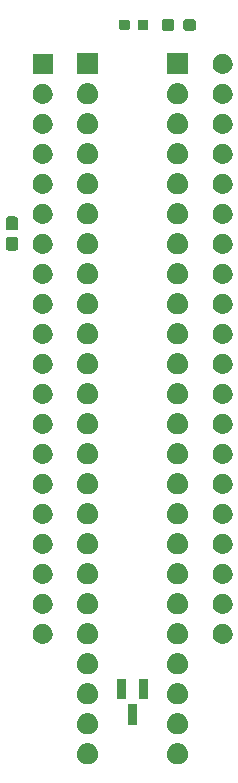
<source format=gbr>
G04 #@! TF.GenerationSoftware,KiCad,Pcbnew,7.0.11+dfsg-1build4*
G04 #@! TF.CreationDate,2024-12-04T13:23:04+09:00*
G04 #@! TF.ProjectId,bionic-mc6809e,62696f6e-6963-42d6-9d63-36383039652e,6*
G04 #@! TF.SameCoordinates,Original*
G04 #@! TF.FileFunction,Soldermask,Top*
G04 #@! TF.FilePolarity,Negative*
%FSLAX46Y46*%
G04 Gerber Fmt 4.6, Leading zero omitted, Abs format (unit mm)*
G04 Created by KiCad (PCBNEW 7.0.11+dfsg-1build4) date 2024-12-04 13:23:04*
%MOMM*%
%LPD*%
G01*
G04 APERTURE LIST*
G04 APERTURE END LIST*
G36*
X113595583Y-127789936D02*
G01*
X113645780Y-127789936D01*
X113689124Y-127799149D01*
X113727259Y-127802905D01*
X113775166Y-127817437D01*
X113830024Y-127829098D01*
X113865130Y-127844728D01*
X113896166Y-127854143D01*
X113945484Y-127880504D01*
X114002100Y-127905711D01*
X114028422Y-127924835D01*
X114051832Y-127937348D01*
X114099588Y-127976540D01*
X114154487Y-128016427D01*
X114172311Y-128036223D01*
X114188275Y-128049324D01*
X114231172Y-128101594D01*
X114280524Y-128156405D01*
X114290892Y-128174363D01*
X114300251Y-128185767D01*
X114334873Y-128250542D01*
X114374704Y-128319530D01*
X114379285Y-128333630D01*
X114383456Y-128341433D01*
X114406452Y-128417242D01*
X114432911Y-128498672D01*
X114433842Y-128507532D01*
X114434694Y-128510340D01*
X114442984Y-128594513D01*
X114452600Y-128686000D01*
X114442983Y-128777494D01*
X114434694Y-128861659D01*
X114433842Y-128864466D01*
X114432911Y-128873328D01*
X114406448Y-128954771D01*
X114383456Y-129030566D01*
X114379286Y-129038366D01*
X114374704Y-129052470D01*
X114334866Y-129121470D01*
X114300251Y-129186232D01*
X114290894Y-129197633D01*
X114280524Y-129215595D01*
X114231163Y-129270415D01*
X114188275Y-129322675D01*
X114172314Y-129335773D01*
X114154487Y-129355573D01*
X114099577Y-129395467D01*
X114051832Y-129434651D01*
X114028427Y-129447161D01*
X114002100Y-129466289D01*
X113945473Y-129491500D01*
X113896166Y-129517856D01*
X113865137Y-129527268D01*
X113830024Y-129542902D01*
X113775155Y-129554564D01*
X113727259Y-129569094D01*
X113689132Y-129572849D01*
X113645780Y-129582064D01*
X113595573Y-129582064D01*
X113551600Y-129586395D01*
X113507627Y-129582064D01*
X113457420Y-129582064D01*
X113414067Y-129572849D01*
X113375940Y-129569094D01*
X113328041Y-129554563D01*
X113273176Y-129542902D01*
X113238064Y-129527269D01*
X113207033Y-129517856D01*
X113157720Y-129491498D01*
X113101100Y-129466289D01*
X113074775Y-129447163D01*
X113051367Y-129434651D01*
X113003613Y-129395460D01*
X112948713Y-129355573D01*
X112930887Y-129335776D01*
X112914924Y-129322675D01*
X112872025Y-129270402D01*
X112822676Y-129215595D01*
X112812308Y-129197637D01*
X112802948Y-129186232D01*
X112768319Y-129121447D01*
X112728496Y-129052470D01*
X112723915Y-129038371D01*
X112719743Y-129030566D01*
X112696736Y-128954725D01*
X112670289Y-128873328D01*
X112669358Y-128864471D01*
X112668505Y-128861659D01*
X112660200Y-128777342D01*
X112650600Y-128686000D01*
X112660199Y-128594664D01*
X112668505Y-128510340D01*
X112669358Y-128507527D01*
X112670289Y-128498672D01*
X112696732Y-128417288D01*
X112719743Y-128341433D01*
X112723915Y-128333626D01*
X112728496Y-128319530D01*
X112768312Y-128250565D01*
X112802948Y-128185767D01*
X112812310Y-128174359D01*
X112822676Y-128156405D01*
X112872016Y-128101607D01*
X112914924Y-128049324D01*
X112930891Y-128036219D01*
X112948713Y-128016427D01*
X113003602Y-127976546D01*
X113051367Y-127937348D01*
X113074780Y-127924833D01*
X113101100Y-127905711D01*
X113157709Y-127880506D01*
X113207033Y-127854143D01*
X113238071Y-127844727D01*
X113273176Y-127829098D01*
X113328030Y-127817438D01*
X113375940Y-127802905D01*
X113414076Y-127799148D01*
X113457420Y-127789936D01*
X113507616Y-127789936D01*
X113551600Y-127785604D01*
X113595583Y-127789936D01*
G37*
G36*
X121215583Y-127789936D02*
G01*
X121265780Y-127789936D01*
X121309124Y-127799149D01*
X121347259Y-127802905D01*
X121395166Y-127817437D01*
X121450024Y-127829098D01*
X121485130Y-127844728D01*
X121516166Y-127854143D01*
X121565484Y-127880504D01*
X121622100Y-127905711D01*
X121648422Y-127924835D01*
X121671832Y-127937348D01*
X121719588Y-127976540D01*
X121774487Y-128016427D01*
X121792311Y-128036223D01*
X121808275Y-128049324D01*
X121851172Y-128101594D01*
X121900524Y-128156405D01*
X121910892Y-128174363D01*
X121920251Y-128185767D01*
X121954873Y-128250542D01*
X121994704Y-128319530D01*
X121999285Y-128333630D01*
X122003456Y-128341433D01*
X122026452Y-128417242D01*
X122052911Y-128498672D01*
X122053842Y-128507532D01*
X122054694Y-128510340D01*
X122062984Y-128594513D01*
X122072600Y-128686000D01*
X122062983Y-128777494D01*
X122054694Y-128861659D01*
X122053842Y-128864466D01*
X122052911Y-128873328D01*
X122026448Y-128954771D01*
X122003456Y-129030566D01*
X121999286Y-129038366D01*
X121994704Y-129052470D01*
X121954866Y-129121470D01*
X121920251Y-129186232D01*
X121910894Y-129197633D01*
X121900524Y-129215595D01*
X121851163Y-129270415D01*
X121808275Y-129322675D01*
X121792314Y-129335773D01*
X121774487Y-129355573D01*
X121719577Y-129395467D01*
X121671832Y-129434651D01*
X121648427Y-129447161D01*
X121622100Y-129466289D01*
X121565473Y-129491500D01*
X121516166Y-129517856D01*
X121485137Y-129527268D01*
X121450024Y-129542902D01*
X121395155Y-129554564D01*
X121347259Y-129569094D01*
X121309132Y-129572849D01*
X121265780Y-129582064D01*
X121215573Y-129582064D01*
X121171600Y-129586395D01*
X121127627Y-129582064D01*
X121077420Y-129582064D01*
X121034067Y-129572849D01*
X120995940Y-129569094D01*
X120948041Y-129554563D01*
X120893176Y-129542902D01*
X120858064Y-129527269D01*
X120827033Y-129517856D01*
X120777720Y-129491498D01*
X120721100Y-129466289D01*
X120694775Y-129447163D01*
X120671367Y-129434651D01*
X120623613Y-129395460D01*
X120568713Y-129355573D01*
X120550887Y-129335776D01*
X120534924Y-129322675D01*
X120492025Y-129270402D01*
X120442676Y-129215595D01*
X120432308Y-129197637D01*
X120422948Y-129186232D01*
X120388319Y-129121447D01*
X120348496Y-129052470D01*
X120343915Y-129038371D01*
X120339743Y-129030566D01*
X120316736Y-128954725D01*
X120290289Y-128873328D01*
X120289358Y-128864471D01*
X120288505Y-128861659D01*
X120280200Y-128777342D01*
X120270600Y-128686000D01*
X120280199Y-128594664D01*
X120288505Y-128510340D01*
X120289358Y-128507527D01*
X120290289Y-128498672D01*
X120316732Y-128417288D01*
X120339743Y-128341433D01*
X120343915Y-128333626D01*
X120348496Y-128319530D01*
X120388312Y-128250565D01*
X120422948Y-128185767D01*
X120432310Y-128174359D01*
X120442676Y-128156405D01*
X120492016Y-128101607D01*
X120534924Y-128049324D01*
X120550891Y-128036219D01*
X120568713Y-128016427D01*
X120623602Y-127976546D01*
X120671367Y-127937348D01*
X120694780Y-127924833D01*
X120721100Y-127905711D01*
X120777709Y-127880506D01*
X120827033Y-127854143D01*
X120858071Y-127844727D01*
X120893176Y-127829098D01*
X120948030Y-127817438D01*
X120995940Y-127802905D01*
X121034076Y-127799148D01*
X121077420Y-127789936D01*
X121127616Y-127789936D01*
X121171600Y-127785604D01*
X121215583Y-127789936D01*
G37*
G36*
X113595583Y-125249936D02*
G01*
X113645780Y-125249936D01*
X113689124Y-125259149D01*
X113727259Y-125262905D01*
X113775166Y-125277437D01*
X113830024Y-125289098D01*
X113865130Y-125304728D01*
X113896166Y-125314143D01*
X113945484Y-125340504D01*
X114002100Y-125365711D01*
X114028422Y-125384835D01*
X114051832Y-125397348D01*
X114099588Y-125436540D01*
X114154487Y-125476427D01*
X114172311Y-125496223D01*
X114188275Y-125509324D01*
X114231172Y-125561594D01*
X114280524Y-125616405D01*
X114290892Y-125634363D01*
X114300251Y-125645767D01*
X114334873Y-125710542D01*
X114374704Y-125779530D01*
X114379285Y-125793630D01*
X114383456Y-125801433D01*
X114406452Y-125877242D01*
X114432911Y-125958672D01*
X114433842Y-125967532D01*
X114434694Y-125970340D01*
X114442984Y-126054513D01*
X114452600Y-126146000D01*
X114442983Y-126237494D01*
X114434694Y-126321659D01*
X114433842Y-126324466D01*
X114432911Y-126333328D01*
X114406448Y-126414771D01*
X114383456Y-126490566D01*
X114379286Y-126498366D01*
X114374704Y-126512470D01*
X114334866Y-126581470D01*
X114300251Y-126646232D01*
X114290894Y-126657633D01*
X114280524Y-126675595D01*
X114231163Y-126730415D01*
X114188275Y-126782675D01*
X114172314Y-126795773D01*
X114154487Y-126815573D01*
X114099577Y-126855467D01*
X114051832Y-126894651D01*
X114028427Y-126907161D01*
X114002100Y-126926289D01*
X113945473Y-126951500D01*
X113896166Y-126977856D01*
X113865137Y-126987268D01*
X113830024Y-127002902D01*
X113775155Y-127014564D01*
X113727259Y-127029094D01*
X113689132Y-127032849D01*
X113645780Y-127042064D01*
X113595573Y-127042064D01*
X113551600Y-127046395D01*
X113507627Y-127042064D01*
X113457420Y-127042064D01*
X113414067Y-127032849D01*
X113375940Y-127029094D01*
X113328041Y-127014563D01*
X113273176Y-127002902D01*
X113238064Y-126987269D01*
X113207033Y-126977856D01*
X113157720Y-126951498D01*
X113101100Y-126926289D01*
X113074775Y-126907163D01*
X113051367Y-126894651D01*
X113003613Y-126855460D01*
X112948713Y-126815573D01*
X112930887Y-126795776D01*
X112914924Y-126782675D01*
X112872025Y-126730402D01*
X112822676Y-126675595D01*
X112812308Y-126657637D01*
X112802948Y-126646232D01*
X112768319Y-126581447D01*
X112728496Y-126512470D01*
X112723915Y-126498371D01*
X112719743Y-126490566D01*
X112696736Y-126414725D01*
X112670289Y-126333328D01*
X112669358Y-126324471D01*
X112668505Y-126321659D01*
X112660200Y-126237342D01*
X112650600Y-126146000D01*
X112660199Y-126054664D01*
X112668505Y-125970340D01*
X112669358Y-125967527D01*
X112670289Y-125958672D01*
X112696732Y-125877288D01*
X112719743Y-125801433D01*
X112723915Y-125793626D01*
X112728496Y-125779530D01*
X112768312Y-125710565D01*
X112802948Y-125645767D01*
X112812310Y-125634359D01*
X112822676Y-125616405D01*
X112872016Y-125561607D01*
X112914924Y-125509324D01*
X112930891Y-125496219D01*
X112948713Y-125476427D01*
X113003602Y-125436546D01*
X113051367Y-125397348D01*
X113074780Y-125384833D01*
X113101100Y-125365711D01*
X113157709Y-125340506D01*
X113207033Y-125314143D01*
X113238071Y-125304727D01*
X113273176Y-125289098D01*
X113328030Y-125277438D01*
X113375940Y-125262905D01*
X113414076Y-125259148D01*
X113457420Y-125249936D01*
X113507616Y-125249936D01*
X113551600Y-125245604D01*
X113595583Y-125249936D01*
G37*
G36*
X121215583Y-125249936D02*
G01*
X121265780Y-125249936D01*
X121309124Y-125259149D01*
X121347259Y-125262905D01*
X121395166Y-125277437D01*
X121450024Y-125289098D01*
X121485130Y-125304728D01*
X121516166Y-125314143D01*
X121565484Y-125340504D01*
X121622100Y-125365711D01*
X121648422Y-125384835D01*
X121671832Y-125397348D01*
X121719588Y-125436540D01*
X121774487Y-125476427D01*
X121792311Y-125496223D01*
X121808275Y-125509324D01*
X121851172Y-125561594D01*
X121900524Y-125616405D01*
X121910892Y-125634363D01*
X121920251Y-125645767D01*
X121954873Y-125710542D01*
X121994704Y-125779530D01*
X121999285Y-125793630D01*
X122003456Y-125801433D01*
X122026452Y-125877242D01*
X122052911Y-125958672D01*
X122053842Y-125967532D01*
X122054694Y-125970340D01*
X122062984Y-126054513D01*
X122072600Y-126146000D01*
X122062983Y-126237494D01*
X122054694Y-126321659D01*
X122053842Y-126324466D01*
X122052911Y-126333328D01*
X122026448Y-126414771D01*
X122003456Y-126490566D01*
X121999286Y-126498366D01*
X121994704Y-126512470D01*
X121954866Y-126581470D01*
X121920251Y-126646232D01*
X121910894Y-126657633D01*
X121900524Y-126675595D01*
X121851163Y-126730415D01*
X121808275Y-126782675D01*
X121792314Y-126795773D01*
X121774487Y-126815573D01*
X121719577Y-126855467D01*
X121671832Y-126894651D01*
X121648427Y-126907161D01*
X121622100Y-126926289D01*
X121565473Y-126951500D01*
X121516166Y-126977856D01*
X121485137Y-126987268D01*
X121450024Y-127002902D01*
X121395155Y-127014564D01*
X121347259Y-127029094D01*
X121309132Y-127032849D01*
X121265780Y-127042064D01*
X121215573Y-127042064D01*
X121171600Y-127046395D01*
X121127627Y-127042064D01*
X121077420Y-127042064D01*
X121034067Y-127032849D01*
X120995940Y-127029094D01*
X120948041Y-127014563D01*
X120893176Y-127002902D01*
X120858064Y-126987269D01*
X120827033Y-126977856D01*
X120777720Y-126951498D01*
X120721100Y-126926289D01*
X120694775Y-126907163D01*
X120671367Y-126894651D01*
X120623613Y-126855460D01*
X120568713Y-126815573D01*
X120550887Y-126795776D01*
X120534924Y-126782675D01*
X120492025Y-126730402D01*
X120442676Y-126675595D01*
X120432308Y-126657637D01*
X120422948Y-126646232D01*
X120388319Y-126581447D01*
X120348496Y-126512470D01*
X120343915Y-126498371D01*
X120339743Y-126490566D01*
X120316736Y-126414725D01*
X120290289Y-126333328D01*
X120289358Y-126324471D01*
X120288505Y-126321659D01*
X120280200Y-126237342D01*
X120270600Y-126146000D01*
X120280199Y-126054664D01*
X120288505Y-125970340D01*
X120289358Y-125967527D01*
X120290289Y-125958672D01*
X120316732Y-125877288D01*
X120339743Y-125801433D01*
X120343915Y-125793626D01*
X120348496Y-125779530D01*
X120388312Y-125710565D01*
X120422948Y-125645767D01*
X120432310Y-125634359D01*
X120442676Y-125616405D01*
X120492016Y-125561607D01*
X120534924Y-125509324D01*
X120550891Y-125496219D01*
X120568713Y-125476427D01*
X120623602Y-125436546D01*
X120671367Y-125397348D01*
X120694780Y-125384833D01*
X120721100Y-125365711D01*
X120777709Y-125340506D01*
X120827033Y-125314143D01*
X120858071Y-125304727D01*
X120893176Y-125289098D01*
X120948030Y-125277438D01*
X120995940Y-125262905D01*
X121034076Y-125259148D01*
X121077420Y-125249936D01*
X121127616Y-125249936D01*
X121171600Y-125245604D01*
X121215583Y-125249936D01*
G37*
G36*
X117690119Y-124497082D02*
G01*
X117706664Y-124508138D01*
X117717720Y-124524683D01*
X117721602Y-124544200D01*
X117721602Y-126169800D01*
X117717720Y-126189317D01*
X117706664Y-126205862D01*
X117690119Y-126216918D01*
X117670602Y-126220800D01*
X117010202Y-126220800D01*
X116990685Y-126216918D01*
X116974140Y-126205862D01*
X116963084Y-126189317D01*
X116959202Y-126169800D01*
X116959202Y-124544200D01*
X116963084Y-124524683D01*
X116974140Y-124508138D01*
X116990685Y-124497082D01*
X117010202Y-124493200D01*
X117670602Y-124493200D01*
X117690119Y-124497082D01*
G37*
G36*
X113595583Y-122709936D02*
G01*
X113645780Y-122709936D01*
X113689124Y-122719149D01*
X113727259Y-122722905D01*
X113775166Y-122737437D01*
X113830024Y-122749098D01*
X113865130Y-122764728D01*
X113896166Y-122774143D01*
X113945484Y-122800504D01*
X114002100Y-122825711D01*
X114028422Y-122844835D01*
X114051832Y-122857348D01*
X114099588Y-122896540D01*
X114154487Y-122936427D01*
X114172311Y-122956223D01*
X114188275Y-122969324D01*
X114231172Y-123021594D01*
X114280524Y-123076405D01*
X114290892Y-123094363D01*
X114300251Y-123105767D01*
X114334873Y-123170542D01*
X114374704Y-123239530D01*
X114379285Y-123253630D01*
X114383456Y-123261433D01*
X114406452Y-123337242D01*
X114432911Y-123418672D01*
X114433842Y-123427532D01*
X114434694Y-123430340D01*
X114442984Y-123514513D01*
X114452600Y-123606000D01*
X114442983Y-123697494D01*
X114434694Y-123781659D01*
X114433842Y-123784466D01*
X114432911Y-123793328D01*
X114406448Y-123874771D01*
X114383456Y-123950566D01*
X114379286Y-123958366D01*
X114374704Y-123972470D01*
X114334866Y-124041470D01*
X114300251Y-124106232D01*
X114290894Y-124117633D01*
X114280524Y-124135595D01*
X114231163Y-124190415D01*
X114188275Y-124242675D01*
X114172314Y-124255773D01*
X114154487Y-124275573D01*
X114099577Y-124315467D01*
X114051832Y-124354651D01*
X114028427Y-124367161D01*
X114002100Y-124386289D01*
X113945473Y-124411500D01*
X113896166Y-124437856D01*
X113865137Y-124447268D01*
X113830024Y-124462902D01*
X113775155Y-124474564D01*
X113727259Y-124489094D01*
X113689132Y-124492849D01*
X113645780Y-124502064D01*
X113595573Y-124502064D01*
X113551600Y-124506395D01*
X113507627Y-124502064D01*
X113457420Y-124502064D01*
X113414067Y-124492849D01*
X113375940Y-124489094D01*
X113328041Y-124474563D01*
X113273176Y-124462902D01*
X113238064Y-124447269D01*
X113207033Y-124437856D01*
X113157720Y-124411498D01*
X113101100Y-124386289D01*
X113074775Y-124367163D01*
X113051367Y-124354651D01*
X113003613Y-124315460D01*
X112948713Y-124275573D01*
X112930887Y-124255776D01*
X112914924Y-124242675D01*
X112872025Y-124190402D01*
X112822676Y-124135595D01*
X112812308Y-124117637D01*
X112802948Y-124106232D01*
X112768319Y-124041447D01*
X112728496Y-123972470D01*
X112723915Y-123958371D01*
X112719743Y-123950566D01*
X112696736Y-123874725D01*
X112670289Y-123793328D01*
X112669358Y-123784471D01*
X112668505Y-123781659D01*
X112660200Y-123697342D01*
X112650600Y-123606000D01*
X112660199Y-123514664D01*
X112668505Y-123430340D01*
X112669358Y-123427527D01*
X112670289Y-123418672D01*
X112696732Y-123337288D01*
X112719743Y-123261433D01*
X112723915Y-123253626D01*
X112728496Y-123239530D01*
X112768312Y-123170565D01*
X112802948Y-123105767D01*
X112812310Y-123094359D01*
X112822676Y-123076405D01*
X112872016Y-123021607D01*
X112914924Y-122969324D01*
X112930891Y-122956219D01*
X112948713Y-122936427D01*
X113003602Y-122896546D01*
X113051367Y-122857348D01*
X113074780Y-122844833D01*
X113101100Y-122825711D01*
X113157709Y-122800506D01*
X113207033Y-122774143D01*
X113238071Y-122764727D01*
X113273176Y-122749098D01*
X113328030Y-122737438D01*
X113375940Y-122722905D01*
X113414076Y-122719148D01*
X113457420Y-122709936D01*
X113507616Y-122709936D01*
X113551600Y-122705604D01*
X113595583Y-122709936D01*
G37*
G36*
X121215583Y-122709936D02*
G01*
X121265780Y-122709936D01*
X121309124Y-122719149D01*
X121347259Y-122722905D01*
X121395166Y-122737437D01*
X121450024Y-122749098D01*
X121485130Y-122764728D01*
X121516166Y-122774143D01*
X121565484Y-122800504D01*
X121622100Y-122825711D01*
X121648422Y-122844835D01*
X121671832Y-122857348D01*
X121719588Y-122896540D01*
X121774487Y-122936427D01*
X121792311Y-122956223D01*
X121808275Y-122969324D01*
X121851172Y-123021594D01*
X121900524Y-123076405D01*
X121910892Y-123094363D01*
X121920251Y-123105767D01*
X121954873Y-123170542D01*
X121994704Y-123239530D01*
X121999285Y-123253630D01*
X122003456Y-123261433D01*
X122026452Y-123337242D01*
X122052911Y-123418672D01*
X122053842Y-123427532D01*
X122054694Y-123430340D01*
X122062984Y-123514513D01*
X122072600Y-123606000D01*
X122062983Y-123697494D01*
X122054694Y-123781659D01*
X122053842Y-123784466D01*
X122052911Y-123793328D01*
X122026448Y-123874771D01*
X122003456Y-123950566D01*
X121999286Y-123958366D01*
X121994704Y-123972470D01*
X121954866Y-124041470D01*
X121920251Y-124106232D01*
X121910894Y-124117633D01*
X121900524Y-124135595D01*
X121851163Y-124190415D01*
X121808275Y-124242675D01*
X121792314Y-124255773D01*
X121774487Y-124275573D01*
X121719577Y-124315467D01*
X121671832Y-124354651D01*
X121648427Y-124367161D01*
X121622100Y-124386289D01*
X121565473Y-124411500D01*
X121516166Y-124437856D01*
X121485137Y-124447268D01*
X121450024Y-124462902D01*
X121395155Y-124474564D01*
X121347259Y-124489094D01*
X121309132Y-124492849D01*
X121265780Y-124502064D01*
X121215573Y-124502064D01*
X121171600Y-124506395D01*
X121127627Y-124502064D01*
X121077420Y-124502064D01*
X121034067Y-124492849D01*
X120995940Y-124489094D01*
X120948041Y-124474563D01*
X120893176Y-124462902D01*
X120858064Y-124447269D01*
X120827033Y-124437856D01*
X120777720Y-124411498D01*
X120721100Y-124386289D01*
X120694775Y-124367163D01*
X120671367Y-124354651D01*
X120623613Y-124315460D01*
X120568713Y-124275573D01*
X120550887Y-124255776D01*
X120534924Y-124242675D01*
X120492025Y-124190402D01*
X120442676Y-124135595D01*
X120432308Y-124117637D01*
X120422948Y-124106232D01*
X120388319Y-124041447D01*
X120348496Y-123972470D01*
X120343915Y-123958371D01*
X120339743Y-123950566D01*
X120316736Y-123874725D01*
X120290289Y-123793328D01*
X120289358Y-123784471D01*
X120288505Y-123781659D01*
X120280200Y-123697342D01*
X120270600Y-123606000D01*
X120280199Y-123514664D01*
X120288505Y-123430340D01*
X120289358Y-123427527D01*
X120290289Y-123418672D01*
X120316732Y-123337288D01*
X120339743Y-123261433D01*
X120343915Y-123253626D01*
X120348496Y-123239530D01*
X120388312Y-123170565D01*
X120422948Y-123105767D01*
X120432310Y-123094359D01*
X120442676Y-123076405D01*
X120492016Y-123021607D01*
X120534924Y-122969324D01*
X120550891Y-122956219D01*
X120568713Y-122936427D01*
X120623602Y-122896546D01*
X120671367Y-122857348D01*
X120694780Y-122844833D01*
X120721100Y-122825711D01*
X120777709Y-122800506D01*
X120827033Y-122774143D01*
X120858071Y-122764727D01*
X120893176Y-122749098D01*
X120948030Y-122737438D01*
X120995940Y-122722905D01*
X121034076Y-122719148D01*
X121077420Y-122709936D01*
X121127616Y-122709936D01*
X121171600Y-122705604D01*
X121215583Y-122709936D01*
G37*
G36*
X116740118Y-122365082D02*
G01*
X116756663Y-122376138D01*
X116767719Y-122392683D01*
X116771601Y-122412200D01*
X116771601Y-124037800D01*
X116767719Y-124057317D01*
X116756663Y-124073862D01*
X116740118Y-124084918D01*
X116720601Y-124088800D01*
X116060201Y-124088800D01*
X116040684Y-124084918D01*
X116024139Y-124073862D01*
X116013083Y-124057317D01*
X116009201Y-124037800D01*
X116009201Y-122412200D01*
X116013083Y-122392683D01*
X116024139Y-122376138D01*
X116040684Y-122365082D01*
X116060201Y-122361200D01*
X116720601Y-122361200D01*
X116740118Y-122365082D01*
G37*
G36*
X118640120Y-122365082D02*
G01*
X118656665Y-122376138D01*
X118667721Y-122392683D01*
X118671603Y-122412200D01*
X118671603Y-124037800D01*
X118667721Y-124057317D01*
X118656665Y-124073862D01*
X118640120Y-124084918D01*
X118620603Y-124088800D01*
X117960203Y-124088800D01*
X117940686Y-124084918D01*
X117924141Y-124073862D01*
X117913085Y-124057317D01*
X117909203Y-124037800D01*
X117909203Y-122412200D01*
X117913085Y-122392683D01*
X117924141Y-122376138D01*
X117940686Y-122365082D01*
X117960203Y-122361200D01*
X118620603Y-122361200D01*
X118640120Y-122365082D01*
G37*
G36*
X113595583Y-120169936D02*
G01*
X113645780Y-120169936D01*
X113689124Y-120179149D01*
X113727259Y-120182905D01*
X113775166Y-120197437D01*
X113830024Y-120209098D01*
X113865130Y-120224728D01*
X113896166Y-120234143D01*
X113945484Y-120260504D01*
X114002100Y-120285711D01*
X114028422Y-120304835D01*
X114051832Y-120317348D01*
X114099588Y-120356540D01*
X114154487Y-120396427D01*
X114172311Y-120416223D01*
X114188275Y-120429324D01*
X114231172Y-120481594D01*
X114280524Y-120536405D01*
X114290892Y-120554363D01*
X114300251Y-120565767D01*
X114334873Y-120630542D01*
X114374704Y-120699530D01*
X114379285Y-120713630D01*
X114383456Y-120721433D01*
X114406452Y-120797242D01*
X114432911Y-120878672D01*
X114433842Y-120887532D01*
X114434694Y-120890340D01*
X114442984Y-120974513D01*
X114452600Y-121066000D01*
X114442983Y-121157494D01*
X114434694Y-121241659D01*
X114433842Y-121244466D01*
X114432911Y-121253328D01*
X114406448Y-121334771D01*
X114383456Y-121410566D01*
X114379286Y-121418366D01*
X114374704Y-121432470D01*
X114334866Y-121501470D01*
X114300251Y-121566232D01*
X114290894Y-121577633D01*
X114280524Y-121595595D01*
X114231163Y-121650415D01*
X114188275Y-121702675D01*
X114172314Y-121715773D01*
X114154487Y-121735573D01*
X114099577Y-121775467D01*
X114051832Y-121814651D01*
X114028427Y-121827161D01*
X114002100Y-121846289D01*
X113945473Y-121871500D01*
X113896166Y-121897856D01*
X113865137Y-121907268D01*
X113830024Y-121922902D01*
X113775155Y-121934564D01*
X113727259Y-121949094D01*
X113689132Y-121952849D01*
X113645780Y-121962064D01*
X113595573Y-121962064D01*
X113551600Y-121966395D01*
X113507627Y-121962064D01*
X113457420Y-121962064D01*
X113414067Y-121952849D01*
X113375940Y-121949094D01*
X113328041Y-121934563D01*
X113273176Y-121922902D01*
X113238064Y-121907269D01*
X113207033Y-121897856D01*
X113157720Y-121871498D01*
X113101100Y-121846289D01*
X113074775Y-121827163D01*
X113051367Y-121814651D01*
X113003613Y-121775460D01*
X112948713Y-121735573D01*
X112930887Y-121715776D01*
X112914924Y-121702675D01*
X112872025Y-121650402D01*
X112822676Y-121595595D01*
X112812308Y-121577637D01*
X112802948Y-121566232D01*
X112768319Y-121501447D01*
X112728496Y-121432470D01*
X112723915Y-121418371D01*
X112719743Y-121410566D01*
X112696736Y-121334725D01*
X112670289Y-121253328D01*
X112669358Y-121244471D01*
X112668505Y-121241659D01*
X112660200Y-121157342D01*
X112650600Y-121066000D01*
X112660199Y-120974664D01*
X112668505Y-120890340D01*
X112669358Y-120887527D01*
X112670289Y-120878672D01*
X112696732Y-120797288D01*
X112719743Y-120721433D01*
X112723915Y-120713626D01*
X112728496Y-120699530D01*
X112768312Y-120630565D01*
X112802948Y-120565767D01*
X112812310Y-120554359D01*
X112822676Y-120536405D01*
X112872016Y-120481607D01*
X112914924Y-120429324D01*
X112930891Y-120416219D01*
X112948713Y-120396427D01*
X113003602Y-120356546D01*
X113051367Y-120317348D01*
X113074780Y-120304833D01*
X113101100Y-120285711D01*
X113157709Y-120260506D01*
X113207033Y-120234143D01*
X113238071Y-120224727D01*
X113273176Y-120209098D01*
X113328030Y-120197438D01*
X113375940Y-120182905D01*
X113414076Y-120179148D01*
X113457420Y-120169936D01*
X113507616Y-120169936D01*
X113551600Y-120165604D01*
X113595583Y-120169936D01*
G37*
G36*
X121215583Y-120169936D02*
G01*
X121265780Y-120169936D01*
X121309124Y-120179149D01*
X121347259Y-120182905D01*
X121395166Y-120197437D01*
X121450024Y-120209098D01*
X121485130Y-120224728D01*
X121516166Y-120234143D01*
X121565484Y-120260504D01*
X121622100Y-120285711D01*
X121648422Y-120304835D01*
X121671832Y-120317348D01*
X121719588Y-120356540D01*
X121774487Y-120396427D01*
X121792311Y-120416223D01*
X121808275Y-120429324D01*
X121851172Y-120481594D01*
X121900524Y-120536405D01*
X121910892Y-120554363D01*
X121920251Y-120565767D01*
X121954873Y-120630542D01*
X121994704Y-120699530D01*
X121999285Y-120713630D01*
X122003456Y-120721433D01*
X122026452Y-120797242D01*
X122052911Y-120878672D01*
X122053842Y-120887532D01*
X122054694Y-120890340D01*
X122062984Y-120974513D01*
X122072600Y-121066000D01*
X122062983Y-121157494D01*
X122054694Y-121241659D01*
X122053842Y-121244466D01*
X122052911Y-121253328D01*
X122026448Y-121334771D01*
X122003456Y-121410566D01*
X121999286Y-121418366D01*
X121994704Y-121432470D01*
X121954866Y-121501470D01*
X121920251Y-121566232D01*
X121910894Y-121577633D01*
X121900524Y-121595595D01*
X121851163Y-121650415D01*
X121808275Y-121702675D01*
X121792314Y-121715773D01*
X121774487Y-121735573D01*
X121719577Y-121775467D01*
X121671832Y-121814651D01*
X121648427Y-121827161D01*
X121622100Y-121846289D01*
X121565473Y-121871500D01*
X121516166Y-121897856D01*
X121485137Y-121907268D01*
X121450024Y-121922902D01*
X121395155Y-121934564D01*
X121347259Y-121949094D01*
X121309132Y-121952849D01*
X121265780Y-121962064D01*
X121215573Y-121962064D01*
X121171600Y-121966395D01*
X121127627Y-121962064D01*
X121077420Y-121962064D01*
X121034067Y-121952849D01*
X120995940Y-121949094D01*
X120948041Y-121934563D01*
X120893176Y-121922902D01*
X120858064Y-121907269D01*
X120827033Y-121897856D01*
X120777720Y-121871498D01*
X120721100Y-121846289D01*
X120694775Y-121827163D01*
X120671367Y-121814651D01*
X120623613Y-121775460D01*
X120568713Y-121735573D01*
X120550887Y-121715776D01*
X120534924Y-121702675D01*
X120492025Y-121650402D01*
X120442676Y-121595595D01*
X120432308Y-121577637D01*
X120422948Y-121566232D01*
X120388319Y-121501447D01*
X120348496Y-121432470D01*
X120343915Y-121418371D01*
X120339743Y-121410566D01*
X120316736Y-121334725D01*
X120290289Y-121253328D01*
X120289358Y-121244471D01*
X120288505Y-121241659D01*
X120280200Y-121157342D01*
X120270600Y-121066000D01*
X120280199Y-120974664D01*
X120288505Y-120890340D01*
X120289358Y-120887527D01*
X120290289Y-120878672D01*
X120316732Y-120797288D01*
X120339743Y-120721433D01*
X120343915Y-120713626D01*
X120348496Y-120699530D01*
X120388312Y-120630565D01*
X120422948Y-120565767D01*
X120432310Y-120554359D01*
X120442676Y-120536405D01*
X120492016Y-120481607D01*
X120534924Y-120429324D01*
X120550891Y-120416219D01*
X120568713Y-120396427D01*
X120623602Y-120356546D01*
X120671367Y-120317348D01*
X120694780Y-120304833D01*
X120721100Y-120285711D01*
X120777709Y-120260506D01*
X120827033Y-120234143D01*
X120858071Y-120224727D01*
X120893176Y-120209098D01*
X120948030Y-120197438D01*
X120995940Y-120182905D01*
X121034076Y-120179148D01*
X121077420Y-120169936D01*
X121127616Y-120169936D01*
X121171600Y-120165604D01*
X121215583Y-120169936D01*
G37*
G36*
X113595583Y-117629936D02*
G01*
X113645780Y-117629936D01*
X113689124Y-117639149D01*
X113727259Y-117642905D01*
X113775166Y-117657437D01*
X113830024Y-117669098D01*
X113865130Y-117684728D01*
X113896166Y-117694143D01*
X113945484Y-117720504D01*
X114002100Y-117745711D01*
X114028422Y-117764835D01*
X114051832Y-117777348D01*
X114099588Y-117816540D01*
X114154487Y-117856427D01*
X114172311Y-117876223D01*
X114188275Y-117889324D01*
X114231172Y-117941594D01*
X114280524Y-117996405D01*
X114290892Y-118014363D01*
X114300251Y-118025767D01*
X114334873Y-118090542D01*
X114374704Y-118159530D01*
X114379285Y-118173630D01*
X114383456Y-118181433D01*
X114406452Y-118257242D01*
X114432911Y-118338672D01*
X114433842Y-118347532D01*
X114434694Y-118350340D01*
X114442984Y-118434513D01*
X114452600Y-118526000D01*
X114442983Y-118617494D01*
X114434694Y-118701659D01*
X114433842Y-118704466D01*
X114432911Y-118713328D01*
X114406448Y-118794771D01*
X114383456Y-118870566D01*
X114379286Y-118878366D01*
X114374704Y-118892470D01*
X114334866Y-118961470D01*
X114300251Y-119026232D01*
X114290894Y-119037633D01*
X114280524Y-119055595D01*
X114231163Y-119110415D01*
X114188275Y-119162675D01*
X114172314Y-119175773D01*
X114154487Y-119195573D01*
X114099577Y-119235467D01*
X114051832Y-119274651D01*
X114028427Y-119287161D01*
X114002100Y-119306289D01*
X113945473Y-119331500D01*
X113896166Y-119357856D01*
X113865137Y-119367268D01*
X113830024Y-119382902D01*
X113775155Y-119394564D01*
X113727259Y-119409094D01*
X113689132Y-119412849D01*
X113645780Y-119422064D01*
X113595573Y-119422064D01*
X113551600Y-119426395D01*
X113507627Y-119422064D01*
X113457420Y-119422064D01*
X113414067Y-119412849D01*
X113375940Y-119409094D01*
X113328041Y-119394563D01*
X113273176Y-119382902D01*
X113238064Y-119367269D01*
X113207033Y-119357856D01*
X113157720Y-119331498D01*
X113101100Y-119306289D01*
X113074775Y-119287163D01*
X113051367Y-119274651D01*
X113003613Y-119235460D01*
X112948713Y-119195573D01*
X112930887Y-119175776D01*
X112914924Y-119162675D01*
X112872025Y-119110402D01*
X112822676Y-119055595D01*
X112812308Y-119037637D01*
X112802948Y-119026232D01*
X112768319Y-118961447D01*
X112728496Y-118892470D01*
X112723915Y-118878371D01*
X112719743Y-118870566D01*
X112696736Y-118794725D01*
X112670289Y-118713328D01*
X112669358Y-118704471D01*
X112668505Y-118701659D01*
X112660200Y-118617342D01*
X112650600Y-118526000D01*
X112660199Y-118434664D01*
X112668505Y-118350340D01*
X112669358Y-118347527D01*
X112670289Y-118338672D01*
X112696732Y-118257288D01*
X112719743Y-118181433D01*
X112723915Y-118173626D01*
X112728496Y-118159530D01*
X112768312Y-118090565D01*
X112802948Y-118025767D01*
X112812310Y-118014359D01*
X112822676Y-117996405D01*
X112872016Y-117941607D01*
X112914924Y-117889324D01*
X112930891Y-117876219D01*
X112948713Y-117856427D01*
X113003602Y-117816546D01*
X113051367Y-117777348D01*
X113074780Y-117764833D01*
X113101100Y-117745711D01*
X113157709Y-117720506D01*
X113207033Y-117694143D01*
X113238071Y-117684727D01*
X113273176Y-117669098D01*
X113328030Y-117657438D01*
X113375940Y-117642905D01*
X113414076Y-117639148D01*
X113457420Y-117629936D01*
X113507616Y-117629936D01*
X113551600Y-117625604D01*
X113595583Y-117629936D01*
G37*
G36*
X121215583Y-117629936D02*
G01*
X121265780Y-117629936D01*
X121309124Y-117639149D01*
X121347259Y-117642905D01*
X121395166Y-117657437D01*
X121450024Y-117669098D01*
X121485130Y-117684728D01*
X121516166Y-117694143D01*
X121565484Y-117720504D01*
X121622100Y-117745711D01*
X121648422Y-117764835D01*
X121671832Y-117777348D01*
X121719588Y-117816540D01*
X121774487Y-117856427D01*
X121792311Y-117876223D01*
X121808275Y-117889324D01*
X121851172Y-117941594D01*
X121900524Y-117996405D01*
X121910892Y-118014363D01*
X121920251Y-118025767D01*
X121954873Y-118090542D01*
X121994704Y-118159530D01*
X121999285Y-118173630D01*
X122003456Y-118181433D01*
X122026452Y-118257242D01*
X122052911Y-118338672D01*
X122053842Y-118347532D01*
X122054694Y-118350340D01*
X122062984Y-118434513D01*
X122072600Y-118526000D01*
X122062983Y-118617494D01*
X122054694Y-118701659D01*
X122053842Y-118704466D01*
X122052911Y-118713328D01*
X122026448Y-118794771D01*
X122003456Y-118870566D01*
X121999286Y-118878366D01*
X121994704Y-118892470D01*
X121954866Y-118961470D01*
X121920251Y-119026232D01*
X121910894Y-119037633D01*
X121900524Y-119055595D01*
X121851163Y-119110415D01*
X121808275Y-119162675D01*
X121792314Y-119175773D01*
X121774487Y-119195573D01*
X121719577Y-119235467D01*
X121671832Y-119274651D01*
X121648427Y-119287161D01*
X121622100Y-119306289D01*
X121565473Y-119331500D01*
X121516166Y-119357856D01*
X121485137Y-119367268D01*
X121450024Y-119382902D01*
X121395155Y-119394564D01*
X121347259Y-119409094D01*
X121309132Y-119412849D01*
X121265780Y-119422064D01*
X121215573Y-119422064D01*
X121171600Y-119426395D01*
X121127627Y-119422064D01*
X121077420Y-119422064D01*
X121034067Y-119412849D01*
X120995940Y-119409094D01*
X120948041Y-119394563D01*
X120893176Y-119382902D01*
X120858064Y-119367269D01*
X120827033Y-119357856D01*
X120777720Y-119331498D01*
X120721100Y-119306289D01*
X120694775Y-119287163D01*
X120671367Y-119274651D01*
X120623613Y-119235460D01*
X120568713Y-119195573D01*
X120550887Y-119175776D01*
X120534924Y-119162675D01*
X120492025Y-119110402D01*
X120442676Y-119055595D01*
X120432308Y-119037637D01*
X120422948Y-119026232D01*
X120388319Y-118961447D01*
X120348496Y-118892470D01*
X120343915Y-118878371D01*
X120339743Y-118870566D01*
X120316736Y-118794725D01*
X120290289Y-118713328D01*
X120289358Y-118704471D01*
X120288505Y-118701659D01*
X120280200Y-118617342D01*
X120270600Y-118526000D01*
X120280199Y-118434664D01*
X120288505Y-118350340D01*
X120289358Y-118347527D01*
X120290289Y-118338672D01*
X120316732Y-118257288D01*
X120339743Y-118181433D01*
X120343915Y-118173626D01*
X120348496Y-118159530D01*
X120388312Y-118090565D01*
X120422948Y-118025767D01*
X120432310Y-118014359D01*
X120442676Y-117996405D01*
X120492016Y-117941607D01*
X120534924Y-117889324D01*
X120550891Y-117876219D01*
X120568713Y-117856427D01*
X120623602Y-117816546D01*
X120671367Y-117777348D01*
X120694780Y-117764833D01*
X120721100Y-117745711D01*
X120777709Y-117720506D01*
X120827033Y-117694143D01*
X120858071Y-117684727D01*
X120893176Y-117669098D01*
X120948030Y-117657438D01*
X120995940Y-117642905D01*
X121034076Y-117639148D01*
X121077420Y-117629936D01*
X121127616Y-117629936D01*
X121171600Y-117625604D01*
X121215583Y-117629936D01*
G37*
G36*
X109782799Y-117679662D02*
G01*
X109830554Y-117679662D01*
X109871794Y-117688427D01*
X109907501Y-117691945D01*
X109952359Y-117705552D01*
X110004573Y-117716651D01*
X110037984Y-117731526D01*
X110067035Y-117740339D01*
X110113202Y-117765015D01*
X110167100Y-117789012D01*
X110192154Y-117807215D01*
X110214053Y-117818920D01*
X110258728Y-117855584D01*
X110311030Y-117893584D01*
X110328011Y-117912443D01*
X110342920Y-117924679D01*
X110382987Y-117973501D01*
X110430073Y-118025795D01*
X110439964Y-118042927D01*
X110448679Y-118053546D01*
X110480906Y-118113840D01*
X110519027Y-118179867D01*
X110523413Y-118193368D01*
X110527260Y-118200564D01*
X110548461Y-118270455D01*
X110574004Y-118349067D01*
X110574903Y-118357623D01*
X110575654Y-118360098D01*
X110582971Y-118434389D01*
X110592600Y-118526000D01*
X110582970Y-118617619D01*
X110575654Y-118691901D01*
X110574903Y-118694375D01*
X110574004Y-118702933D01*
X110548456Y-118781558D01*
X110527260Y-118851435D01*
X110523414Y-118858629D01*
X110519027Y-118872133D01*
X110480899Y-118938172D01*
X110448679Y-118998453D01*
X110439966Y-119009069D01*
X110430073Y-119026205D01*
X110382978Y-119078509D01*
X110342920Y-119127320D01*
X110328014Y-119139552D01*
X110311030Y-119158416D01*
X110258718Y-119196423D01*
X110214053Y-119233079D01*
X110192159Y-119244780D01*
X110167100Y-119262988D01*
X110113191Y-119286989D01*
X110067035Y-119311660D01*
X110037991Y-119320470D01*
X110004573Y-119335349D01*
X109952348Y-119346449D01*
X109907501Y-119360054D01*
X109871803Y-119363570D01*
X109830554Y-119372338D01*
X109782788Y-119372338D01*
X109741600Y-119376395D01*
X109700411Y-119372338D01*
X109652646Y-119372338D01*
X109611397Y-119363570D01*
X109575698Y-119360054D01*
X109530848Y-119346448D01*
X109478627Y-119335349D01*
X109445210Y-119320471D01*
X109416164Y-119311660D01*
X109370002Y-119286986D01*
X109316100Y-119262988D01*
X109291043Y-119244783D01*
X109269146Y-119233079D01*
X109224473Y-119196416D01*
X109172170Y-119158416D01*
X109155188Y-119139555D01*
X109140279Y-119127320D01*
X109100210Y-119078496D01*
X109053127Y-119026205D01*
X109043236Y-119009073D01*
X109034520Y-118998453D01*
X109002287Y-118938148D01*
X108964173Y-118872133D01*
X108959786Y-118858634D01*
X108955939Y-118851435D01*
X108934728Y-118781512D01*
X108909196Y-118702933D01*
X108908297Y-118694380D01*
X108907545Y-118691901D01*
X108900213Y-118617467D01*
X108890600Y-118526000D01*
X108900212Y-118434540D01*
X108907545Y-118360098D01*
X108908297Y-118357618D01*
X108909196Y-118349067D01*
X108934723Y-118270502D01*
X108955939Y-118200564D01*
X108959787Y-118193363D01*
X108964173Y-118179867D01*
X109002280Y-118113863D01*
X109034520Y-118053546D01*
X109043238Y-118042923D01*
X109053127Y-118025795D01*
X109100201Y-117973513D01*
X109140279Y-117924679D01*
X109155191Y-117912440D01*
X109172170Y-117893584D01*
X109224462Y-117855591D01*
X109269146Y-117818920D01*
X109291048Y-117807213D01*
X109316100Y-117789012D01*
X109369991Y-117765018D01*
X109416164Y-117740339D01*
X109445217Y-117731525D01*
X109478627Y-117716651D01*
X109530837Y-117705553D01*
X109575698Y-117691945D01*
X109611406Y-117688427D01*
X109652646Y-117679662D01*
X109700401Y-117679662D01*
X109741600Y-117675604D01*
X109782799Y-117679662D01*
G37*
G36*
X125022799Y-117679662D02*
G01*
X125070554Y-117679662D01*
X125111794Y-117688427D01*
X125147501Y-117691945D01*
X125192359Y-117705552D01*
X125244573Y-117716651D01*
X125277984Y-117731526D01*
X125307035Y-117740339D01*
X125353202Y-117765015D01*
X125407100Y-117789012D01*
X125432154Y-117807215D01*
X125454053Y-117818920D01*
X125498728Y-117855584D01*
X125551030Y-117893584D01*
X125568011Y-117912443D01*
X125582920Y-117924679D01*
X125622987Y-117973501D01*
X125670073Y-118025795D01*
X125679964Y-118042927D01*
X125688679Y-118053546D01*
X125720906Y-118113840D01*
X125759027Y-118179867D01*
X125763413Y-118193368D01*
X125767260Y-118200564D01*
X125788461Y-118270455D01*
X125814004Y-118349067D01*
X125814903Y-118357623D01*
X125815654Y-118360098D01*
X125822971Y-118434389D01*
X125832600Y-118526000D01*
X125822970Y-118617619D01*
X125815654Y-118691901D01*
X125814903Y-118694375D01*
X125814004Y-118702933D01*
X125788456Y-118781558D01*
X125767260Y-118851435D01*
X125763414Y-118858629D01*
X125759027Y-118872133D01*
X125720899Y-118938172D01*
X125688679Y-118998453D01*
X125679966Y-119009069D01*
X125670073Y-119026205D01*
X125622978Y-119078509D01*
X125582920Y-119127320D01*
X125568014Y-119139552D01*
X125551030Y-119158416D01*
X125498718Y-119196423D01*
X125454053Y-119233079D01*
X125432159Y-119244780D01*
X125407100Y-119262988D01*
X125353191Y-119286989D01*
X125307035Y-119311660D01*
X125277991Y-119320470D01*
X125244573Y-119335349D01*
X125192348Y-119346449D01*
X125147501Y-119360054D01*
X125111803Y-119363570D01*
X125070554Y-119372338D01*
X125022788Y-119372338D01*
X124981600Y-119376395D01*
X124940411Y-119372338D01*
X124892646Y-119372338D01*
X124851397Y-119363570D01*
X124815698Y-119360054D01*
X124770848Y-119346448D01*
X124718627Y-119335349D01*
X124685210Y-119320471D01*
X124656164Y-119311660D01*
X124610002Y-119286986D01*
X124556100Y-119262988D01*
X124531043Y-119244783D01*
X124509146Y-119233079D01*
X124464473Y-119196416D01*
X124412170Y-119158416D01*
X124395188Y-119139555D01*
X124380279Y-119127320D01*
X124340210Y-119078496D01*
X124293127Y-119026205D01*
X124283236Y-119009073D01*
X124274520Y-118998453D01*
X124242287Y-118938148D01*
X124204173Y-118872133D01*
X124199786Y-118858634D01*
X124195939Y-118851435D01*
X124174728Y-118781512D01*
X124149196Y-118702933D01*
X124148297Y-118694380D01*
X124147545Y-118691901D01*
X124140213Y-118617467D01*
X124130600Y-118526000D01*
X124140212Y-118434540D01*
X124147545Y-118360098D01*
X124148297Y-118357618D01*
X124149196Y-118349067D01*
X124174723Y-118270502D01*
X124195939Y-118200564D01*
X124199787Y-118193363D01*
X124204173Y-118179867D01*
X124242280Y-118113863D01*
X124274520Y-118053546D01*
X124283238Y-118042923D01*
X124293127Y-118025795D01*
X124340201Y-117973513D01*
X124380279Y-117924679D01*
X124395191Y-117912440D01*
X124412170Y-117893584D01*
X124464462Y-117855591D01*
X124509146Y-117818920D01*
X124531048Y-117807213D01*
X124556100Y-117789012D01*
X124609991Y-117765018D01*
X124656164Y-117740339D01*
X124685217Y-117731525D01*
X124718627Y-117716651D01*
X124770837Y-117705553D01*
X124815698Y-117691945D01*
X124851406Y-117688427D01*
X124892646Y-117679662D01*
X124940401Y-117679662D01*
X124981600Y-117675604D01*
X125022799Y-117679662D01*
G37*
G36*
X113595583Y-115089936D02*
G01*
X113645780Y-115089936D01*
X113689124Y-115099149D01*
X113727259Y-115102905D01*
X113775166Y-115117437D01*
X113830024Y-115129098D01*
X113865130Y-115144728D01*
X113896166Y-115154143D01*
X113945484Y-115180504D01*
X114002100Y-115205711D01*
X114028422Y-115224835D01*
X114051832Y-115237348D01*
X114099588Y-115276540D01*
X114154487Y-115316427D01*
X114172311Y-115336223D01*
X114188275Y-115349324D01*
X114231172Y-115401594D01*
X114280524Y-115456405D01*
X114290892Y-115474363D01*
X114300251Y-115485767D01*
X114334873Y-115550542D01*
X114374704Y-115619530D01*
X114379285Y-115633630D01*
X114383456Y-115641433D01*
X114406452Y-115717242D01*
X114432911Y-115798672D01*
X114433842Y-115807532D01*
X114434694Y-115810340D01*
X114442984Y-115894513D01*
X114452600Y-115986000D01*
X114442983Y-116077494D01*
X114434694Y-116161659D01*
X114433842Y-116164466D01*
X114432911Y-116173328D01*
X114406448Y-116254771D01*
X114383456Y-116330566D01*
X114379286Y-116338366D01*
X114374704Y-116352470D01*
X114334866Y-116421470D01*
X114300251Y-116486232D01*
X114290894Y-116497633D01*
X114280524Y-116515595D01*
X114231163Y-116570415D01*
X114188275Y-116622675D01*
X114172314Y-116635773D01*
X114154487Y-116655573D01*
X114099577Y-116695467D01*
X114051832Y-116734651D01*
X114028427Y-116747161D01*
X114002100Y-116766289D01*
X113945473Y-116791500D01*
X113896166Y-116817856D01*
X113865137Y-116827268D01*
X113830024Y-116842902D01*
X113775155Y-116854564D01*
X113727259Y-116869094D01*
X113689132Y-116872849D01*
X113645780Y-116882064D01*
X113595573Y-116882064D01*
X113551600Y-116886395D01*
X113507627Y-116882064D01*
X113457420Y-116882064D01*
X113414067Y-116872849D01*
X113375940Y-116869094D01*
X113328041Y-116854563D01*
X113273176Y-116842902D01*
X113238064Y-116827269D01*
X113207033Y-116817856D01*
X113157720Y-116791498D01*
X113101100Y-116766289D01*
X113074775Y-116747163D01*
X113051367Y-116734651D01*
X113003613Y-116695460D01*
X112948713Y-116655573D01*
X112930887Y-116635776D01*
X112914924Y-116622675D01*
X112872025Y-116570402D01*
X112822676Y-116515595D01*
X112812308Y-116497637D01*
X112802948Y-116486232D01*
X112768319Y-116421447D01*
X112728496Y-116352470D01*
X112723915Y-116338371D01*
X112719743Y-116330566D01*
X112696736Y-116254725D01*
X112670289Y-116173328D01*
X112669358Y-116164471D01*
X112668505Y-116161659D01*
X112660200Y-116077342D01*
X112650600Y-115986000D01*
X112660199Y-115894664D01*
X112668505Y-115810340D01*
X112669358Y-115807527D01*
X112670289Y-115798672D01*
X112696732Y-115717288D01*
X112719743Y-115641433D01*
X112723915Y-115633626D01*
X112728496Y-115619530D01*
X112768312Y-115550565D01*
X112802948Y-115485767D01*
X112812310Y-115474359D01*
X112822676Y-115456405D01*
X112872016Y-115401607D01*
X112914924Y-115349324D01*
X112930891Y-115336219D01*
X112948713Y-115316427D01*
X113003602Y-115276546D01*
X113051367Y-115237348D01*
X113074780Y-115224833D01*
X113101100Y-115205711D01*
X113157709Y-115180506D01*
X113207033Y-115154143D01*
X113238071Y-115144727D01*
X113273176Y-115129098D01*
X113328030Y-115117438D01*
X113375940Y-115102905D01*
X113414076Y-115099148D01*
X113457420Y-115089936D01*
X113507616Y-115089936D01*
X113551600Y-115085604D01*
X113595583Y-115089936D01*
G37*
G36*
X121215583Y-115089936D02*
G01*
X121265780Y-115089936D01*
X121309124Y-115099149D01*
X121347259Y-115102905D01*
X121395166Y-115117437D01*
X121450024Y-115129098D01*
X121485130Y-115144728D01*
X121516166Y-115154143D01*
X121565484Y-115180504D01*
X121622100Y-115205711D01*
X121648422Y-115224835D01*
X121671832Y-115237348D01*
X121719588Y-115276540D01*
X121774487Y-115316427D01*
X121792311Y-115336223D01*
X121808275Y-115349324D01*
X121851172Y-115401594D01*
X121900524Y-115456405D01*
X121910892Y-115474363D01*
X121920251Y-115485767D01*
X121954873Y-115550542D01*
X121994704Y-115619530D01*
X121999285Y-115633630D01*
X122003456Y-115641433D01*
X122026452Y-115717242D01*
X122052911Y-115798672D01*
X122053842Y-115807532D01*
X122054694Y-115810340D01*
X122062984Y-115894513D01*
X122072600Y-115986000D01*
X122062983Y-116077494D01*
X122054694Y-116161659D01*
X122053842Y-116164466D01*
X122052911Y-116173328D01*
X122026448Y-116254771D01*
X122003456Y-116330566D01*
X121999286Y-116338366D01*
X121994704Y-116352470D01*
X121954866Y-116421470D01*
X121920251Y-116486232D01*
X121910894Y-116497633D01*
X121900524Y-116515595D01*
X121851163Y-116570415D01*
X121808275Y-116622675D01*
X121792314Y-116635773D01*
X121774487Y-116655573D01*
X121719577Y-116695467D01*
X121671832Y-116734651D01*
X121648427Y-116747161D01*
X121622100Y-116766289D01*
X121565473Y-116791500D01*
X121516166Y-116817856D01*
X121485137Y-116827268D01*
X121450024Y-116842902D01*
X121395155Y-116854564D01*
X121347259Y-116869094D01*
X121309132Y-116872849D01*
X121265780Y-116882064D01*
X121215573Y-116882064D01*
X121171600Y-116886395D01*
X121127627Y-116882064D01*
X121077420Y-116882064D01*
X121034067Y-116872849D01*
X120995940Y-116869094D01*
X120948041Y-116854563D01*
X120893176Y-116842902D01*
X120858064Y-116827269D01*
X120827033Y-116817856D01*
X120777720Y-116791498D01*
X120721100Y-116766289D01*
X120694775Y-116747163D01*
X120671367Y-116734651D01*
X120623613Y-116695460D01*
X120568713Y-116655573D01*
X120550887Y-116635776D01*
X120534924Y-116622675D01*
X120492025Y-116570402D01*
X120442676Y-116515595D01*
X120432308Y-116497637D01*
X120422948Y-116486232D01*
X120388319Y-116421447D01*
X120348496Y-116352470D01*
X120343915Y-116338371D01*
X120339743Y-116330566D01*
X120316736Y-116254725D01*
X120290289Y-116173328D01*
X120289358Y-116164471D01*
X120288505Y-116161659D01*
X120280200Y-116077342D01*
X120270600Y-115986000D01*
X120280199Y-115894664D01*
X120288505Y-115810340D01*
X120289358Y-115807527D01*
X120290289Y-115798672D01*
X120316732Y-115717288D01*
X120339743Y-115641433D01*
X120343915Y-115633626D01*
X120348496Y-115619530D01*
X120388312Y-115550565D01*
X120422948Y-115485767D01*
X120432310Y-115474359D01*
X120442676Y-115456405D01*
X120492016Y-115401607D01*
X120534924Y-115349324D01*
X120550891Y-115336219D01*
X120568713Y-115316427D01*
X120623602Y-115276546D01*
X120671367Y-115237348D01*
X120694780Y-115224833D01*
X120721100Y-115205711D01*
X120777709Y-115180506D01*
X120827033Y-115154143D01*
X120858071Y-115144727D01*
X120893176Y-115129098D01*
X120948030Y-115117438D01*
X120995940Y-115102905D01*
X121034076Y-115099148D01*
X121077420Y-115089936D01*
X121127616Y-115089936D01*
X121171600Y-115085604D01*
X121215583Y-115089936D01*
G37*
G36*
X109782799Y-115139662D02*
G01*
X109830554Y-115139662D01*
X109871794Y-115148427D01*
X109907501Y-115151945D01*
X109952359Y-115165552D01*
X110004573Y-115176651D01*
X110037984Y-115191526D01*
X110067035Y-115200339D01*
X110113202Y-115225015D01*
X110167100Y-115249012D01*
X110192154Y-115267215D01*
X110214053Y-115278920D01*
X110258728Y-115315584D01*
X110311030Y-115353584D01*
X110328011Y-115372443D01*
X110342920Y-115384679D01*
X110382987Y-115433501D01*
X110430073Y-115485795D01*
X110439964Y-115502927D01*
X110448679Y-115513546D01*
X110480906Y-115573840D01*
X110519027Y-115639867D01*
X110523413Y-115653368D01*
X110527260Y-115660564D01*
X110548461Y-115730455D01*
X110574004Y-115809067D01*
X110574903Y-115817623D01*
X110575654Y-115820098D01*
X110582971Y-115894389D01*
X110592600Y-115986000D01*
X110582970Y-116077619D01*
X110575654Y-116151901D01*
X110574903Y-116154375D01*
X110574004Y-116162933D01*
X110548456Y-116241558D01*
X110527260Y-116311435D01*
X110523414Y-116318629D01*
X110519027Y-116332133D01*
X110480899Y-116398172D01*
X110448679Y-116458453D01*
X110439966Y-116469069D01*
X110430073Y-116486205D01*
X110382978Y-116538509D01*
X110342920Y-116587320D01*
X110328014Y-116599552D01*
X110311030Y-116618416D01*
X110258718Y-116656423D01*
X110214053Y-116693079D01*
X110192159Y-116704780D01*
X110167100Y-116722988D01*
X110113191Y-116746989D01*
X110067035Y-116771660D01*
X110037991Y-116780470D01*
X110004573Y-116795349D01*
X109952348Y-116806449D01*
X109907501Y-116820054D01*
X109871803Y-116823570D01*
X109830554Y-116832338D01*
X109782788Y-116832338D01*
X109741600Y-116836395D01*
X109700411Y-116832338D01*
X109652646Y-116832338D01*
X109611397Y-116823570D01*
X109575698Y-116820054D01*
X109530848Y-116806448D01*
X109478627Y-116795349D01*
X109445210Y-116780471D01*
X109416164Y-116771660D01*
X109370002Y-116746986D01*
X109316100Y-116722988D01*
X109291043Y-116704783D01*
X109269146Y-116693079D01*
X109224473Y-116656416D01*
X109172170Y-116618416D01*
X109155188Y-116599555D01*
X109140279Y-116587320D01*
X109100210Y-116538496D01*
X109053127Y-116486205D01*
X109043236Y-116469073D01*
X109034520Y-116458453D01*
X109002287Y-116398148D01*
X108964173Y-116332133D01*
X108959786Y-116318634D01*
X108955939Y-116311435D01*
X108934728Y-116241512D01*
X108909196Y-116162933D01*
X108908297Y-116154380D01*
X108907545Y-116151901D01*
X108900213Y-116077467D01*
X108890600Y-115986000D01*
X108900212Y-115894540D01*
X108907545Y-115820098D01*
X108908297Y-115817618D01*
X108909196Y-115809067D01*
X108934723Y-115730502D01*
X108955939Y-115660564D01*
X108959787Y-115653363D01*
X108964173Y-115639867D01*
X109002280Y-115573863D01*
X109034520Y-115513546D01*
X109043238Y-115502923D01*
X109053127Y-115485795D01*
X109100201Y-115433513D01*
X109140279Y-115384679D01*
X109155191Y-115372440D01*
X109172170Y-115353584D01*
X109224462Y-115315591D01*
X109269146Y-115278920D01*
X109291048Y-115267213D01*
X109316100Y-115249012D01*
X109369991Y-115225018D01*
X109416164Y-115200339D01*
X109445217Y-115191525D01*
X109478627Y-115176651D01*
X109530837Y-115165553D01*
X109575698Y-115151945D01*
X109611406Y-115148427D01*
X109652646Y-115139662D01*
X109700401Y-115139662D01*
X109741600Y-115135604D01*
X109782799Y-115139662D01*
G37*
G36*
X125022799Y-115139662D02*
G01*
X125070554Y-115139662D01*
X125111794Y-115148427D01*
X125147501Y-115151945D01*
X125192359Y-115165552D01*
X125244573Y-115176651D01*
X125277984Y-115191526D01*
X125307035Y-115200339D01*
X125353202Y-115225015D01*
X125407100Y-115249012D01*
X125432154Y-115267215D01*
X125454053Y-115278920D01*
X125498728Y-115315584D01*
X125551030Y-115353584D01*
X125568011Y-115372443D01*
X125582920Y-115384679D01*
X125622987Y-115433501D01*
X125670073Y-115485795D01*
X125679964Y-115502927D01*
X125688679Y-115513546D01*
X125720906Y-115573840D01*
X125759027Y-115639867D01*
X125763413Y-115653368D01*
X125767260Y-115660564D01*
X125788461Y-115730455D01*
X125814004Y-115809067D01*
X125814903Y-115817623D01*
X125815654Y-115820098D01*
X125822971Y-115894389D01*
X125832600Y-115986000D01*
X125822970Y-116077619D01*
X125815654Y-116151901D01*
X125814903Y-116154375D01*
X125814004Y-116162933D01*
X125788456Y-116241558D01*
X125767260Y-116311435D01*
X125763414Y-116318629D01*
X125759027Y-116332133D01*
X125720899Y-116398172D01*
X125688679Y-116458453D01*
X125679966Y-116469069D01*
X125670073Y-116486205D01*
X125622978Y-116538509D01*
X125582920Y-116587320D01*
X125568014Y-116599552D01*
X125551030Y-116618416D01*
X125498718Y-116656423D01*
X125454053Y-116693079D01*
X125432159Y-116704780D01*
X125407100Y-116722988D01*
X125353191Y-116746989D01*
X125307035Y-116771660D01*
X125277991Y-116780470D01*
X125244573Y-116795349D01*
X125192348Y-116806449D01*
X125147501Y-116820054D01*
X125111803Y-116823570D01*
X125070554Y-116832338D01*
X125022788Y-116832338D01*
X124981600Y-116836395D01*
X124940411Y-116832338D01*
X124892646Y-116832338D01*
X124851397Y-116823570D01*
X124815698Y-116820054D01*
X124770848Y-116806448D01*
X124718627Y-116795349D01*
X124685210Y-116780471D01*
X124656164Y-116771660D01*
X124610002Y-116746986D01*
X124556100Y-116722988D01*
X124531043Y-116704783D01*
X124509146Y-116693079D01*
X124464473Y-116656416D01*
X124412170Y-116618416D01*
X124395188Y-116599555D01*
X124380279Y-116587320D01*
X124340210Y-116538496D01*
X124293127Y-116486205D01*
X124283236Y-116469073D01*
X124274520Y-116458453D01*
X124242287Y-116398148D01*
X124204173Y-116332133D01*
X124199786Y-116318634D01*
X124195939Y-116311435D01*
X124174728Y-116241512D01*
X124149196Y-116162933D01*
X124148297Y-116154380D01*
X124147545Y-116151901D01*
X124140213Y-116077467D01*
X124130600Y-115986000D01*
X124140212Y-115894540D01*
X124147545Y-115820098D01*
X124148297Y-115817618D01*
X124149196Y-115809067D01*
X124174723Y-115730502D01*
X124195939Y-115660564D01*
X124199787Y-115653363D01*
X124204173Y-115639867D01*
X124242280Y-115573863D01*
X124274520Y-115513546D01*
X124283238Y-115502923D01*
X124293127Y-115485795D01*
X124340201Y-115433513D01*
X124380279Y-115384679D01*
X124395191Y-115372440D01*
X124412170Y-115353584D01*
X124464462Y-115315591D01*
X124509146Y-115278920D01*
X124531048Y-115267213D01*
X124556100Y-115249012D01*
X124609991Y-115225018D01*
X124656164Y-115200339D01*
X124685217Y-115191525D01*
X124718627Y-115176651D01*
X124770837Y-115165553D01*
X124815698Y-115151945D01*
X124851406Y-115148427D01*
X124892646Y-115139662D01*
X124940401Y-115139662D01*
X124981600Y-115135604D01*
X125022799Y-115139662D01*
G37*
G36*
X113595583Y-112549936D02*
G01*
X113645780Y-112549936D01*
X113689124Y-112559149D01*
X113727259Y-112562905D01*
X113775166Y-112577437D01*
X113830024Y-112589098D01*
X113865130Y-112604728D01*
X113896166Y-112614143D01*
X113945484Y-112640504D01*
X114002100Y-112665711D01*
X114028422Y-112684835D01*
X114051832Y-112697348D01*
X114099588Y-112736540D01*
X114154487Y-112776427D01*
X114172311Y-112796223D01*
X114188275Y-112809324D01*
X114231172Y-112861594D01*
X114280524Y-112916405D01*
X114290892Y-112934363D01*
X114300251Y-112945767D01*
X114334873Y-113010542D01*
X114374704Y-113079530D01*
X114379285Y-113093630D01*
X114383456Y-113101433D01*
X114406452Y-113177242D01*
X114432911Y-113258672D01*
X114433842Y-113267532D01*
X114434694Y-113270340D01*
X114442984Y-113354513D01*
X114452600Y-113446000D01*
X114442983Y-113537494D01*
X114434694Y-113621659D01*
X114433842Y-113624466D01*
X114432911Y-113633328D01*
X114406448Y-113714771D01*
X114383456Y-113790566D01*
X114379286Y-113798366D01*
X114374704Y-113812470D01*
X114334866Y-113881470D01*
X114300251Y-113946232D01*
X114290894Y-113957633D01*
X114280524Y-113975595D01*
X114231163Y-114030415D01*
X114188275Y-114082675D01*
X114172314Y-114095773D01*
X114154487Y-114115573D01*
X114099577Y-114155467D01*
X114051832Y-114194651D01*
X114028427Y-114207161D01*
X114002100Y-114226289D01*
X113945473Y-114251500D01*
X113896166Y-114277856D01*
X113865137Y-114287268D01*
X113830024Y-114302902D01*
X113775155Y-114314564D01*
X113727259Y-114329094D01*
X113689132Y-114332849D01*
X113645780Y-114342064D01*
X113595573Y-114342064D01*
X113551600Y-114346395D01*
X113507627Y-114342064D01*
X113457420Y-114342064D01*
X113414067Y-114332849D01*
X113375940Y-114329094D01*
X113328041Y-114314563D01*
X113273176Y-114302902D01*
X113238064Y-114287269D01*
X113207033Y-114277856D01*
X113157720Y-114251498D01*
X113101100Y-114226289D01*
X113074775Y-114207163D01*
X113051367Y-114194651D01*
X113003613Y-114155460D01*
X112948713Y-114115573D01*
X112930887Y-114095776D01*
X112914924Y-114082675D01*
X112872025Y-114030402D01*
X112822676Y-113975595D01*
X112812308Y-113957637D01*
X112802948Y-113946232D01*
X112768319Y-113881447D01*
X112728496Y-113812470D01*
X112723915Y-113798371D01*
X112719743Y-113790566D01*
X112696736Y-113714725D01*
X112670289Y-113633328D01*
X112669358Y-113624471D01*
X112668505Y-113621659D01*
X112660200Y-113537342D01*
X112650600Y-113446000D01*
X112660199Y-113354664D01*
X112668505Y-113270340D01*
X112669358Y-113267527D01*
X112670289Y-113258672D01*
X112696732Y-113177288D01*
X112719743Y-113101433D01*
X112723915Y-113093626D01*
X112728496Y-113079530D01*
X112768312Y-113010565D01*
X112802948Y-112945767D01*
X112812310Y-112934359D01*
X112822676Y-112916405D01*
X112872016Y-112861607D01*
X112914924Y-112809324D01*
X112930891Y-112796219D01*
X112948713Y-112776427D01*
X113003602Y-112736546D01*
X113051367Y-112697348D01*
X113074780Y-112684833D01*
X113101100Y-112665711D01*
X113157709Y-112640506D01*
X113207033Y-112614143D01*
X113238071Y-112604727D01*
X113273176Y-112589098D01*
X113328030Y-112577438D01*
X113375940Y-112562905D01*
X113414076Y-112559148D01*
X113457420Y-112549936D01*
X113507616Y-112549936D01*
X113551600Y-112545604D01*
X113595583Y-112549936D01*
G37*
G36*
X121215583Y-112549936D02*
G01*
X121265780Y-112549936D01*
X121309124Y-112559149D01*
X121347259Y-112562905D01*
X121395166Y-112577437D01*
X121450024Y-112589098D01*
X121485130Y-112604728D01*
X121516166Y-112614143D01*
X121565484Y-112640504D01*
X121622100Y-112665711D01*
X121648422Y-112684835D01*
X121671832Y-112697348D01*
X121719588Y-112736540D01*
X121774487Y-112776427D01*
X121792311Y-112796223D01*
X121808275Y-112809324D01*
X121851172Y-112861594D01*
X121900524Y-112916405D01*
X121910892Y-112934363D01*
X121920251Y-112945767D01*
X121954873Y-113010542D01*
X121994704Y-113079530D01*
X121999285Y-113093630D01*
X122003456Y-113101433D01*
X122026452Y-113177242D01*
X122052911Y-113258672D01*
X122053842Y-113267532D01*
X122054694Y-113270340D01*
X122062984Y-113354513D01*
X122072600Y-113446000D01*
X122062983Y-113537494D01*
X122054694Y-113621659D01*
X122053842Y-113624466D01*
X122052911Y-113633328D01*
X122026448Y-113714771D01*
X122003456Y-113790566D01*
X121999286Y-113798366D01*
X121994704Y-113812470D01*
X121954866Y-113881470D01*
X121920251Y-113946232D01*
X121910894Y-113957633D01*
X121900524Y-113975595D01*
X121851163Y-114030415D01*
X121808275Y-114082675D01*
X121792314Y-114095773D01*
X121774487Y-114115573D01*
X121719577Y-114155467D01*
X121671832Y-114194651D01*
X121648427Y-114207161D01*
X121622100Y-114226289D01*
X121565473Y-114251500D01*
X121516166Y-114277856D01*
X121485137Y-114287268D01*
X121450024Y-114302902D01*
X121395155Y-114314564D01*
X121347259Y-114329094D01*
X121309132Y-114332849D01*
X121265780Y-114342064D01*
X121215573Y-114342064D01*
X121171600Y-114346395D01*
X121127627Y-114342064D01*
X121077420Y-114342064D01*
X121034067Y-114332849D01*
X120995940Y-114329094D01*
X120948041Y-114314563D01*
X120893176Y-114302902D01*
X120858064Y-114287269D01*
X120827033Y-114277856D01*
X120777720Y-114251498D01*
X120721100Y-114226289D01*
X120694775Y-114207163D01*
X120671367Y-114194651D01*
X120623613Y-114155460D01*
X120568713Y-114115573D01*
X120550887Y-114095776D01*
X120534924Y-114082675D01*
X120492025Y-114030402D01*
X120442676Y-113975595D01*
X120432308Y-113957637D01*
X120422948Y-113946232D01*
X120388319Y-113881447D01*
X120348496Y-113812470D01*
X120343915Y-113798371D01*
X120339743Y-113790566D01*
X120316736Y-113714725D01*
X120290289Y-113633328D01*
X120289358Y-113624471D01*
X120288505Y-113621659D01*
X120280200Y-113537342D01*
X120270600Y-113446000D01*
X120280199Y-113354664D01*
X120288505Y-113270340D01*
X120289358Y-113267527D01*
X120290289Y-113258672D01*
X120316732Y-113177288D01*
X120339743Y-113101433D01*
X120343915Y-113093626D01*
X120348496Y-113079530D01*
X120388312Y-113010565D01*
X120422948Y-112945767D01*
X120432310Y-112934359D01*
X120442676Y-112916405D01*
X120492016Y-112861607D01*
X120534924Y-112809324D01*
X120550891Y-112796219D01*
X120568713Y-112776427D01*
X120623602Y-112736546D01*
X120671367Y-112697348D01*
X120694780Y-112684833D01*
X120721100Y-112665711D01*
X120777709Y-112640506D01*
X120827033Y-112614143D01*
X120858071Y-112604727D01*
X120893176Y-112589098D01*
X120948030Y-112577438D01*
X120995940Y-112562905D01*
X121034076Y-112559148D01*
X121077420Y-112549936D01*
X121127616Y-112549936D01*
X121171600Y-112545604D01*
X121215583Y-112549936D01*
G37*
G36*
X109782799Y-112599662D02*
G01*
X109830554Y-112599662D01*
X109871794Y-112608427D01*
X109907501Y-112611945D01*
X109952359Y-112625552D01*
X110004573Y-112636651D01*
X110037984Y-112651526D01*
X110067035Y-112660339D01*
X110113202Y-112685015D01*
X110167100Y-112709012D01*
X110192154Y-112727215D01*
X110214053Y-112738920D01*
X110258728Y-112775584D01*
X110311030Y-112813584D01*
X110328011Y-112832443D01*
X110342920Y-112844679D01*
X110382987Y-112893501D01*
X110430073Y-112945795D01*
X110439964Y-112962927D01*
X110448679Y-112973546D01*
X110480906Y-113033840D01*
X110519027Y-113099867D01*
X110523413Y-113113368D01*
X110527260Y-113120564D01*
X110548461Y-113190455D01*
X110574004Y-113269067D01*
X110574903Y-113277623D01*
X110575654Y-113280098D01*
X110582971Y-113354389D01*
X110592600Y-113446000D01*
X110582970Y-113537619D01*
X110575654Y-113611901D01*
X110574903Y-113614375D01*
X110574004Y-113622933D01*
X110548456Y-113701558D01*
X110527260Y-113771435D01*
X110523414Y-113778629D01*
X110519027Y-113792133D01*
X110480899Y-113858172D01*
X110448679Y-113918453D01*
X110439966Y-113929069D01*
X110430073Y-113946205D01*
X110382978Y-113998509D01*
X110342920Y-114047320D01*
X110328014Y-114059552D01*
X110311030Y-114078416D01*
X110258718Y-114116423D01*
X110214053Y-114153079D01*
X110192159Y-114164780D01*
X110167100Y-114182988D01*
X110113191Y-114206989D01*
X110067035Y-114231660D01*
X110037991Y-114240470D01*
X110004573Y-114255349D01*
X109952348Y-114266449D01*
X109907501Y-114280054D01*
X109871803Y-114283570D01*
X109830554Y-114292338D01*
X109782788Y-114292338D01*
X109741600Y-114296395D01*
X109700411Y-114292338D01*
X109652646Y-114292338D01*
X109611397Y-114283570D01*
X109575698Y-114280054D01*
X109530848Y-114266448D01*
X109478627Y-114255349D01*
X109445210Y-114240471D01*
X109416164Y-114231660D01*
X109370002Y-114206986D01*
X109316100Y-114182988D01*
X109291043Y-114164783D01*
X109269146Y-114153079D01*
X109224473Y-114116416D01*
X109172170Y-114078416D01*
X109155188Y-114059555D01*
X109140279Y-114047320D01*
X109100210Y-113998496D01*
X109053127Y-113946205D01*
X109043236Y-113929073D01*
X109034520Y-113918453D01*
X109002287Y-113858148D01*
X108964173Y-113792133D01*
X108959786Y-113778634D01*
X108955939Y-113771435D01*
X108934728Y-113701512D01*
X108909196Y-113622933D01*
X108908297Y-113614380D01*
X108907545Y-113611901D01*
X108900213Y-113537467D01*
X108890600Y-113446000D01*
X108900212Y-113354540D01*
X108907545Y-113280098D01*
X108908297Y-113277618D01*
X108909196Y-113269067D01*
X108934723Y-113190502D01*
X108955939Y-113120564D01*
X108959787Y-113113363D01*
X108964173Y-113099867D01*
X109002280Y-113033863D01*
X109034520Y-112973546D01*
X109043238Y-112962923D01*
X109053127Y-112945795D01*
X109100201Y-112893513D01*
X109140279Y-112844679D01*
X109155191Y-112832440D01*
X109172170Y-112813584D01*
X109224462Y-112775591D01*
X109269146Y-112738920D01*
X109291048Y-112727213D01*
X109316100Y-112709012D01*
X109369991Y-112685018D01*
X109416164Y-112660339D01*
X109445217Y-112651525D01*
X109478627Y-112636651D01*
X109530837Y-112625553D01*
X109575698Y-112611945D01*
X109611406Y-112608427D01*
X109652646Y-112599662D01*
X109700401Y-112599662D01*
X109741600Y-112595604D01*
X109782799Y-112599662D01*
G37*
G36*
X125022799Y-112599662D02*
G01*
X125070554Y-112599662D01*
X125111794Y-112608427D01*
X125147501Y-112611945D01*
X125192359Y-112625552D01*
X125244573Y-112636651D01*
X125277984Y-112651526D01*
X125307035Y-112660339D01*
X125353202Y-112685015D01*
X125407100Y-112709012D01*
X125432154Y-112727215D01*
X125454053Y-112738920D01*
X125498728Y-112775584D01*
X125551030Y-112813584D01*
X125568011Y-112832443D01*
X125582920Y-112844679D01*
X125622987Y-112893501D01*
X125670073Y-112945795D01*
X125679964Y-112962927D01*
X125688679Y-112973546D01*
X125720906Y-113033840D01*
X125759027Y-113099867D01*
X125763413Y-113113368D01*
X125767260Y-113120564D01*
X125788461Y-113190455D01*
X125814004Y-113269067D01*
X125814903Y-113277623D01*
X125815654Y-113280098D01*
X125822971Y-113354389D01*
X125832600Y-113446000D01*
X125822970Y-113537619D01*
X125815654Y-113611901D01*
X125814903Y-113614375D01*
X125814004Y-113622933D01*
X125788456Y-113701558D01*
X125767260Y-113771435D01*
X125763414Y-113778629D01*
X125759027Y-113792133D01*
X125720899Y-113858172D01*
X125688679Y-113918453D01*
X125679966Y-113929069D01*
X125670073Y-113946205D01*
X125622978Y-113998509D01*
X125582920Y-114047320D01*
X125568014Y-114059552D01*
X125551030Y-114078416D01*
X125498718Y-114116423D01*
X125454053Y-114153079D01*
X125432159Y-114164780D01*
X125407100Y-114182988D01*
X125353191Y-114206989D01*
X125307035Y-114231660D01*
X125277991Y-114240470D01*
X125244573Y-114255349D01*
X125192348Y-114266449D01*
X125147501Y-114280054D01*
X125111803Y-114283570D01*
X125070554Y-114292338D01*
X125022788Y-114292338D01*
X124981600Y-114296395D01*
X124940411Y-114292338D01*
X124892646Y-114292338D01*
X124851397Y-114283570D01*
X124815698Y-114280054D01*
X124770848Y-114266448D01*
X124718627Y-114255349D01*
X124685210Y-114240471D01*
X124656164Y-114231660D01*
X124610002Y-114206986D01*
X124556100Y-114182988D01*
X124531043Y-114164783D01*
X124509146Y-114153079D01*
X124464473Y-114116416D01*
X124412170Y-114078416D01*
X124395188Y-114059555D01*
X124380279Y-114047320D01*
X124340210Y-113998496D01*
X124293127Y-113946205D01*
X124283236Y-113929073D01*
X124274520Y-113918453D01*
X124242287Y-113858148D01*
X124204173Y-113792133D01*
X124199786Y-113778634D01*
X124195939Y-113771435D01*
X124174728Y-113701512D01*
X124149196Y-113622933D01*
X124148297Y-113614380D01*
X124147545Y-113611901D01*
X124140213Y-113537467D01*
X124130600Y-113446000D01*
X124140212Y-113354540D01*
X124147545Y-113280098D01*
X124148297Y-113277618D01*
X124149196Y-113269067D01*
X124174723Y-113190502D01*
X124195939Y-113120564D01*
X124199787Y-113113363D01*
X124204173Y-113099867D01*
X124242280Y-113033863D01*
X124274520Y-112973546D01*
X124283238Y-112962923D01*
X124293127Y-112945795D01*
X124340201Y-112893513D01*
X124380279Y-112844679D01*
X124395191Y-112832440D01*
X124412170Y-112813584D01*
X124464462Y-112775591D01*
X124509146Y-112738920D01*
X124531048Y-112727213D01*
X124556100Y-112709012D01*
X124609991Y-112685018D01*
X124656164Y-112660339D01*
X124685217Y-112651525D01*
X124718627Y-112636651D01*
X124770837Y-112625553D01*
X124815698Y-112611945D01*
X124851406Y-112608427D01*
X124892646Y-112599662D01*
X124940401Y-112599662D01*
X124981600Y-112595604D01*
X125022799Y-112599662D01*
G37*
G36*
X113595583Y-110009936D02*
G01*
X113645780Y-110009936D01*
X113689124Y-110019149D01*
X113727259Y-110022905D01*
X113775166Y-110037437D01*
X113830024Y-110049098D01*
X113865130Y-110064728D01*
X113896166Y-110074143D01*
X113945484Y-110100504D01*
X114002100Y-110125711D01*
X114028422Y-110144835D01*
X114051832Y-110157348D01*
X114099588Y-110196540D01*
X114154487Y-110236427D01*
X114172311Y-110256223D01*
X114188275Y-110269324D01*
X114231172Y-110321594D01*
X114280524Y-110376405D01*
X114290892Y-110394363D01*
X114300251Y-110405767D01*
X114334873Y-110470542D01*
X114374704Y-110539530D01*
X114379285Y-110553630D01*
X114383456Y-110561433D01*
X114406452Y-110637242D01*
X114432911Y-110718672D01*
X114433842Y-110727532D01*
X114434694Y-110730340D01*
X114442984Y-110814513D01*
X114452600Y-110906000D01*
X114442983Y-110997494D01*
X114434694Y-111081659D01*
X114433842Y-111084466D01*
X114432911Y-111093328D01*
X114406448Y-111174771D01*
X114383456Y-111250566D01*
X114379286Y-111258366D01*
X114374704Y-111272470D01*
X114334866Y-111341470D01*
X114300251Y-111406232D01*
X114290894Y-111417633D01*
X114280524Y-111435595D01*
X114231163Y-111490415D01*
X114188275Y-111542675D01*
X114172314Y-111555773D01*
X114154487Y-111575573D01*
X114099577Y-111615467D01*
X114051832Y-111654651D01*
X114028427Y-111667161D01*
X114002100Y-111686289D01*
X113945473Y-111711500D01*
X113896166Y-111737856D01*
X113865137Y-111747268D01*
X113830024Y-111762902D01*
X113775155Y-111774564D01*
X113727259Y-111789094D01*
X113689132Y-111792849D01*
X113645780Y-111802064D01*
X113595573Y-111802064D01*
X113551600Y-111806395D01*
X113507627Y-111802064D01*
X113457420Y-111802064D01*
X113414067Y-111792849D01*
X113375940Y-111789094D01*
X113328041Y-111774563D01*
X113273176Y-111762902D01*
X113238064Y-111747269D01*
X113207033Y-111737856D01*
X113157720Y-111711498D01*
X113101100Y-111686289D01*
X113074775Y-111667163D01*
X113051367Y-111654651D01*
X113003613Y-111615460D01*
X112948713Y-111575573D01*
X112930887Y-111555776D01*
X112914924Y-111542675D01*
X112872025Y-111490402D01*
X112822676Y-111435595D01*
X112812308Y-111417637D01*
X112802948Y-111406232D01*
X112768319Y-111341447D01*
X112728496Y-111272470D01*
X112723915Y-111258371D01*
X112719743Y-111250566D01*
X112696736Y-111174725D01*
X112670289Y-111093328D01*
X112669358Y-111084471D01*
X112668505Y-111081659D01*
X112660200Y-110997342D01*
X112650600Y-110906000D01*
X112660199Y-110814664D01*
X112668505Y-110730340D01*
X112669358Y-110727527D01*
X112670289Y-110718672D01*
X112696732Y-110637288D01*
X112719743Y-110561433D01*
X112723915Y-110553626D01*
X112728496Y-110539530D01*
X112768312Y-110470565D01*
X112802948Y-110405767D01*
X112812310Y-110394359D01*
X112822676Y-110376405D01*
X112872016Y-110321607D01*
X112914924Y-110269324D01*
X112930891Y-110256219D01*
X112948713Y-110236427D01*
X113003602Y-110196546D01*
X113051367Y-110157348D01*
X113074780Y-110144833D01*
X113101100Y-110125711D01*
X113157709Y-110100506D01*
X113207033Y-110074143D01*
X113238071Y-110064727D01*
X113273176Y-110049098D01*
X113328030Y-110037438D01*
X113375940Y-110022905D01*
X113414076Y-110019148D01*
X113457420Y-110009936D01*
X113507616Y-110009936D01*
X113551600Y-110005604D01*
X113595583Y-110009936D01*
G37*
G36*
X121215583Y-110009936D02*
G01*
X121265780Y-110009936D01*
X121309124Y-110019149D01*
X121347259Y-110022905D01*
X121395166Y-110037437D01*
X121450024Y-110049098D01*
X121485130Y-110064728D01*
X121516166Y-110074143D01*
X121565484Y-110100504D01*
X121622100Y-110125711D01*
X121648422Y-110144835D01*
X121671832Y-110157348D01*
X121719588Y-110196540D01*
X121774487Y-110236427D01*
X121792311Y-110256223D01*
X121808275Y-110269324D01*
X121851172Y-110321594D01*
X121900524Y-110376405D01*
X121910892Y-110394363D01*
X121920251Y-110405767D01*
X121954873Y-110470542D01*
X121994704Y-110539530D01*
X121999285Y-110553630D01*
X122003456Y-110561433D01*
X122026452Y-110637242D01*
X122052911Y-110718672D01*
X122053842Y-110727532D01*
X122054694Y-110730340D01*
X122062984Y-110814513D01*
X122072600Y-110906000D01*
X122062983Y-110997494D01*
X122054694Y-111081659D01*
X122053842Y-111084466D01*
X122052911Y-111093328D01*
X122026448Y-111174771D01*
X122003456Y-111250566D01*
X121999286Y-111258366D01*
X121994704Y-111272470D01*
X121954866Y-111341470D01*
X121920251Y-111406232D01*
X121910894Y-111417633D01*
X121900524Y-111435595D01*
X121851163Y-111490415D01*
X121808275Y-111542675D01*
X121792314Y-111555773D01*
X121774487Y-111575573D01*
X121719577Y-111615467D01*
X121671832Y-111654651D01*
X121648427Y-111667161D01*
X121622100Y-111686289D01*
X121565473Y-111711500D01*
X121516166Y-111737856D01*
X121485137Y-111747268D01*
X121450024Y-111762902D01*
X121395155Y-111774564D01*
X121347259Y-111789094D01*
X121309132Y-111792849D01*
X121265780Y-111802064D01*
X121215573Y-111802064D01*
X121171600Y-111806395D01*
X121127627Y-111802064D01*
X121077420Y-111802064D01*
X121034067Y-111792849D01*
X120995940Y-111789094D01*
X120948041Y-111774563D01*
X120893176Y-111762902D01*
X120858064Y-111747269D01*
X120827033Y-111737856D01*
X120777720Y-111711498D01*
X120721100Y-111686289D01*
X120694775Y-111667163D01*
X120671367Y-111654651D01*
X120623613Y-111615460D01*
X120568713Y-111575573D01*
X120550887Y-111555776D01*
X120534924Y-111542675D01*
X120492025Y-111490402D01*
X120442676Y-111435595D01*
X120432308Y-111417637D01*
X120422948Y-111406232D01*
X120388319Y-111341447D01*
X120348496Y-111272470D01*
X120343915Y-111258371D01*
X120339743Y-111250566D01*
X120316736Y-111174725D01*
X120290289Y-111093328D01*
X120289358Y-111084471D01*
X120288505Y-111081659D01*
X120280200Y-110997342D01*
X120270600Y-110906000D01*
X120280199Y-110814664D01*
X120288505Y-110730340D01*
X120289358Y-110727527D01*
X120290289Y-110718672D01*
X120316732Y-110637288D01*
X120339743Y-110561433D01*
X120343915Y-110553626D01*
X120348496Y-110539530D01*
X120388312Y-110470565D01*
X120422948Y-110405767D01*
X120432310Y-110394359D01*
X120442676Y-110376405D01*
X120492016Y-110321607D01*
X120534924Y-110269324D01*
X120550891Y-110256219D01*
X120568713Y-110236427D01*
X120623602Y-110196546D01*
X120671367Y-110157348D01*
X120694780Y-110144833D01*
X120721100Y-110125711D01*
X120777709Y-110100506D01*
X120827033Y-110074143D01*
X120858071Y-110064727D01*
X120893176Y-110049098D01*
X120948030Y-110037438D01*
X120995940Y-110022905D01*
X121034076Y-110019148D01*
X121077420Y-110009936D01*
X121127616Y-110009936D01*
X121171600Y-110005604D01*
X121215583Y-110009936D01*
G37*
G36*
X109782799Y-110059662D02*
G01*
X109830554Y-110059662D01*
X109871794Y-110068427D01*
X109907501Y-110071945D01*
X109952359Y-110085552D01*
X110004573Y-110096651D01*
X110037984Y-110111526D01*
X110067035Y-110120339D01*
X110113202Y-110145015D01*
X110167100Y-110169012D01*
X110192154Y-110187215D01*
X110214053Y-110198920D01*
X110258728Y-110235584D01*
X110311030Y-110273584D01*
X110328011Y-110292443D01*
X110342920Y-110304679D01*
X110382987Y-110353501D01*
X110430073Y-110405795D01*
X110439964Y-110422927D01*
X110448679Y-110433546D01*
X110480906Y-110493840D01*
X110519027Y-110559867D01*
X110523413Y-110573368D01*
X110527260Y-110580564D01*
X110548461Y-110650455D01*
X110574004Y-110729067D01*
X110574903Y-110737623D01*
X110575654Y-110740098D01*
X110582971Y-110814389D01*
X110592600Y-110906000D01*
X110582970Y-110997619D01*
X110575654Y-111071901D01*
X110574903Y-111074375D01*
X110574004Y-111082933D01*
X110548456Y-111161558D01*
X110527260Y-111231435D01*
X110523414Y-111238629D01*
X110519027Y-111252133D01*
X110480899Y-111318172D01*
X110448679Y-111378453D01*
X110439966Y-111389069D01*
X110430073Y-111406205D01*
X110382978Y-111458509D01*
X110342920Y-111507320D01*
X110328014Y-111519552D01*
X110311030Y-111538416D01*
X110258718Y-111576423D01*
X110214053Y-111613079D01*
X110192159Y-111624780D01*
X110167100Y-111642988D01*
X110113191Y-111666989D01*
X110067035Y-111691660D01*
X110037991Y-111700470D01*
X110004573Y-111715349D01*
X109952348Y-111726449D01*
X109907501Y-111740054D01*
X109871803Y-111743570D01*
X109830554Y-111752338D01*
X109782788Y-111752338D01*
X109741600Y-111756395D01*
X109700411Y-111752338D01*
X109652646Y-111752338D01*
X109611397Y-111743570D01*
X109575698Y-111740054D01*
X109530848Y-111726448D01*
X109478627Y-111715349D01*
X109445210Y-111700471D01*
X109416164Y-111691660D01*
X109370002Y-111666986D01*
X109316100Y-111642988D01*
X109291043Y-111624783D01*
X109269146Y-111613079D01*
X109224473Y-111576416D01*
X109172170Y-111538416D01*
X109155188Y-111519555D01*
X109140279Y-111507320D01*
X109100210Y-111458496D01*
X109053127Y-111406205D01*
X109043236Y-111389073D01*
X109034520Y-111378453D01*
X109002287Y-111318148D01*
X108964173Y-111252133D01*
X108959786Y-111238634D01*
X108955939Y-111231435D01*
X108934728Y-111161512D01*
X108909196Y-111082933D01*
X108908297Y-111074380D01*
X108907545Y-111071901D01*
X108900213Y-110997467D01*
X108890600Y-110906000D01*
X108900212Y-110814540D01*
X108907545Y-110740098D01*
X108908297Y-110737618D01*
X108909196Y-110729067D01*
X108934723Y-110650502D01*
X108955939Y-110580564D01*
X108959787Y-110573363D01*
X108964173Y-110559867D01*
X109002280Y-110493863D01*
X109034520Y-110433546D01*
X109043238Y-110422923D01*
X109053127Y-110405795D01*
X109100201Y-110353513D01*
X109140279Y-110304679D01*
X109155191Y-110292440D01*
X109172170Y-110273584D01*
X109224462Y-110235591D01*
X109269146Y-110198920D01*
X109291048Y-110187213D01*
X109316100Y-110169012D01*
X109369991Y-110145018D01*
X109416164Y-110120339D01*
X109445217Y-110111525D01*
X109478627Y-110096651D01*
X109530837Y-110085553D01*
X109575698Y-110071945D01*
X109611406Y-110068427D01*
X109652646Y-110059662D01*
X109700401Y-110059662D01*
X109741600Y-110055604D01*
X109782799Y-110059662D01*
G37*
G36*
X125022799Y-110059662D02*
G01*
X125070554Y-110059662D01*
X125111794Y-110068427D01*
X125147501Y-110071945D01*
X125192359Y-110085552D01*
X125244573Y-110096651D01*
X125277984Y-110111526D01*
X125307035Y-110120339D01*
X125353202Y-110145015D01*
X125407100Y-110169012D01*
X125432154Y-110187215D01*
X125454053Y-110198920D01*
X125498728Y-110235584D01*
X125551030Y-110273584D01*
X125568011Y-110292443D01*
X125582920Y-110304679D01*
X125622987Y-110353501D01*
X125670073Y-110405795D01*
X125679964Y-110422927D01*
X125688679Y-110433546D01*
X125720906Y-110493840D01*
X125759027Y-110559867D01*
X125763413Y-110573368D01*
X125767260Y-110580564D01*
X125788461Y-110650455D01*
X125814004Y-110729067D01*
X125814903Y-110737623D01*
X125815654Y-110740098D01*
X125822971Y-110814389D01*
X125832600Y-110906000D01*
X125822970Y-110997619D01*
X125815654Y-111071901D01*
X125814903Y-111074375D01*
X125814004Y-111082933D01*
X125788456Y-111161558D01*
X125767260Y-111231435D01*
X125763414Y-111238629D01*
X125759027Y-111252133D01*
X125720899Y-111318172D01*
X125688679Y-111378453D01*
X125679966Y-111389069D01*
X125670073Y-111406205D01*
X125622978Y-111458509D01*
X125582920Y-111507320D01*
X125568014Y-111519552D01*
X125551030Y-111538416D01*
X125498718Y-111576423D01*
X125454053Y-111613079D01*
X125432159Y-111624780D01*
X125407100Y-111642988D01*
X125353191Y-111666989D01*
X125307035Y-111691660D01*
X125277991Y-111700470D01*
X125244573Y-111715349D01*
X125192348Y-111726449D01*
X125147501Y-111740054D01*
X125111803Y-111743570D01*
X125070554Y-111752338D01*
X125022788Y-111752338D01*
X124981600Y-111756395D01*
X124940411Y-111752338D01*
X124892646Y-111752338D01*
X124851397Y-111743570D01*
X124815698Y-111740054D01*
X124770848Y-111726448D01*
X124718627Y-111715349D01*
X124685210Y-111700471D01*
X124656164Y-111691660D01*
X124610002Y-111666986D01*
X124556100Y-111642988D01*
X124531043Y-111624783D01*
X124509146Y-111613079D01*
X124464473Y-111576416D01*
X124412170Y-111538416D01*
X124395188Y-111519555D01*
X124380279Y-111507320D01*
X124340210Y-111458496D01*
X124293127Y-111406205D01*
X124283236Y-111389073D01*
X124274520Y-111378453D01*
X124242287Y-111318148D01*
X124204173Y-111252133D01*
X124199786Y-111238634D01*
X124195939Y-111231435D01*
X124174728Y-111161512D01*
X124149196Y-111082933D01*
X124148297Y-111074380D01*
X124147545Y-111071901D01*
X124140213Y-110997467D01*
X124130600Y-110906000D01*
X124140212Y-110814540D01*
X124147545Y-110740098D01*
X124148297Y-110737618D01*
X124149196Y-110729067D01*
X124174723Y-110650502D01*
X124195939Y-110580564D01*
X124199787Y-110573363D01*
X124204173Y-110559867D01*
X124242280Y-110493863D01*
X124274520Y-110433546D01*
X124283238Y-110422923D01*
X124293127Y-110405795D01*
X124340201Y-110353513D01*
X124380279Y-110304679D01*
X124395191Y-110292440D01*
X124412170Y-110273584D01*
X124464462Y-110235591D01*
X124509146Y-110198920D01*
X124531048Y-110187213D01*
X124556100Y-110169012D01*
X124609991Y-110145018D01*
X124656164Y-110120339D01*
X124685217Y-110111525D01*
X124718627Y-110096651D01*
X124770837Y-110085553D01*
X124815698Y-110071945D01*
X124851406Y-110068427D01*
X124892646Y-110059662D01*
X124940401Y-110059662D01*
X124981600Y-110055604D01*
X125022799Y-110059662D01*
G37*
G36*
X113595583Y-107469936D02*
G01*
X113645780Y-107469936D01*
X113689124Y-107479149D01*
X113727259Y-107482905D01*
X113775166Y-107497437D01*
X113830024Y-107509098D01*
X113865130Y-107524728D01*
X113896166Y-107534143D01*
X113945484Y-107560504D01*
X114002100Y-107585711D01*
X114028422Y-107604835D01*
X114051832Y-107617348D01*
X114099588Y-107656540D01*
X114154487Y-107696427D01*
X114172311Y-107716223D01*
X114188275Y-107729324D01*
X114231172Y-107781594D01*
X114280524Y-107836405D01*
X114290892Y-107854363D01*
X114300251Y-107865767D01*
X114334873Y-107930542D01*
X114374704Y-107999530D01*
X114379285Y-108013630D01*
X114383456Y-108021433D01*
X114406452Y-108097242D01*
X114432911Y-108178672D01*
X114433842Y-108187532D01*
X114434694Y-108190340D01*
X114442984Y-108274513D01*
X114452600Y-108366000D01*
X114442983Y-108457494D01*
X114434694Y-108541659D01*
X114433842Y-108544466D01*
X114432911Y-108553328D01*
X114406448Y-108634771D01*
X114383456Y-108710566D01*
X114379286Y-108718366D01*
X114374704Y-108732470D01*
X114334866Y-108801470D01*
X114300251Y-108866232D01*
X114290894Y-108877633D01*
X114280524Y-108895595D01*
X114231163Y-108950415D01*
X114188275Y-109002675D01*
X114172314Y-109015773D01*
X114154487Y-109035573D01*
X114099577Y-109075467D01*
X114051832Y-109114651D01*
X114028427Y-109127161D01*
X114002100Y-109146289D01*
X113945473Y-109171500D01*
X113896166Y-109197856D01*
X113865137Y-109207268D01*
X113830024Y-109222902D01*
X113775155Y-109234564D01*
X113727259Y-109249094D01*
X113689132Y-109252849D01*
X113645780Y-109262064D01*
X113595573Y-109262064D01*
X113551600Y-109266395D01*
X113507627Y-109262064D01*
X113457420Y-109262064D01*
X113414067Y-109252849D01*
X113375940Y-109249094D01*
X113328041Y-109234563D01*
X113273176Y-109222902D01*
X113238064Y-109207269D01*
X113207033Y-109197856D01*
X113157720Y-109171498D01*
X113101100Y-109146289D01*
X113074775Y-109127163D01*
X113051367Y-109114651D01*
X113003613Y-109075460D01*
X112948713Y-109035573D01*
X112930887Y-109015776D01*
X112914924Y-109002675D01*
X112872025Y-108950402D01*
X112822676Y-108895595D01*
X112812308Y-108877637D01*
X112802948Y-108866232D01*
X112768319Y-108801447D01*
X112728496Y-108732470D01*
X112723915Y-108718371D01*
X112719743Y-108710566D01*
X112696736Y-108634725D01*
X112670289Y-108553328D01*
X112669358Y-108544471D01*
X112668505Y-108541659D01*
X112660200Y-108457342D01*
X112650600Y-108366000D01*
X112660199Y-108274664D01*
X112668505Y-108190340D01*
X112669358Y-108187527D01*
X112670289Y-108178672D01*
X112696732Y-108097288D01*
X112719743Y-108021433D01*
X112723915Y-108013626D01*
X112728496Y-107999530D01*
X112768312Y-107930565D01*
X112802948Y-107865767D01*
X112812310Y-107854359D01*
X112822676Y-107836405D01*
X112872016Y-107781607D01*
X112914924Y-107729324D01*
X112930891Y-107716219D01*
X112948713Y-107696427D01*
X113003602Y-107656546D01*
X113051367Y-107617348D01*
X113074780Y-107604833D01*
X113101100Y-107585711D01*
X113157709Y-107560506D01*
X113207033Y-107534143D01*
X113238071Y-107524727D01*
X113273176Y-107509098D01*
X113328030Y-107497438D01*
X113375940Y-107482905D01*
X113414076Y-107479148D01*
X113457420Y-107469936D01*
X113507616Y-107469936D01*
X113551600Y-107465604D01*
X113595583Y-107469936D01*
G37*
G36*
X121215583Y-107469936D02*
G01*
X121265780Y-107469936D01*
X121309124Y-107479149D01*
X121347259Y-107482905D01*
X121395166Y-107497437D01*
X121450024Y-107509098D01*
X121485130Y-107524728D01*
X121516166Y-107534143D01*
X121565484Y-107560504D01*
X121622100Y-107585711D01*
X121648422Y-107604835D01*
X121671832Y-107617348D01*
X121719588Y-107656540D01*
X121774487Y-107696427D01*
X121792311Y-107716223D01*
X121808275Y-107729324D01*
X121851172Y-107781594D01*
X121900524Y-107836405D01*
X121910892Y-107854363D01*
X121920251Y-107865767D01*
X121954873Y-107930542D01*
X121994704Y-107999530D01*
X121999285Y-108013630D01*
X122003456Y-108021433D01*
X122026452Y-108097242D01*
X122052911Y-108178672D01*
X122053842Y-108187532D01*
X122054694Y-108190340D01*
X122062984Y-108274513D01*
X122072600Y-108366000D01*
X122062983Y-108457494D01*
X122054694Y-108541659D01*
X122053842Y-108544466D01*
X122052911Y-108553328D01*
X122026448Y-108634771D01*
X122003456Y-108710566D01*
X121999286Y-108718366D01*
X121994704Y-108732470D01*
X121954866Y-108801470D01*
X121920251Y-108866232D01*
X121910894Y-108877633D01*
X121900524Y-108895595D01*
X121851163Y-108950415D01*
X121808275Y-109002675D01*
X121792314Y-109015773D01*
X121774487Y-109035573D01*
X121719577Y-109075467D01*
X121671832Y-109114651D01*
X121648427Y-109127161D01*
X121622100Y-109146289D01*
X121565473Y-109171500D01*
X121516166Y-109197856D01*
X121485137Y-109207268D01*
X121450024Y-109222902D01*
X121395155Y-109234564D01*
X121347259Y-109249094D01*
X121309132Y-109252849D01*
X121265780Y-109262064D01*
X121215573Y-109262064D01*
X121171600Y-109266395D01*
X121127627Y-109262064D01*
X121077420Y-109262064D01*
X121034067Y-109252849D01*
X120995940Y-109249094D01*
X120948041Y-109234563D01*
X120893176Y-109222902D01*
X120858064Y-109207269D01*
X120827033Y-109197856D01*
X120777720Y-109171498D01*
X120721100Y-109146289D01*
X120694775Y-109127163D01*
X120671367Y-109114651D01*
X120623613Y-109075460D01*
X120568713Y-109035573D01*
X120550887Y-109015776D01*
X120534924Y-109002675D01*
X120492025Y-108950402D01*
X120442676Y-108895595D01*
X120432308Y-108877637D01*
X120422948Y-108866232D01*
X120388319Y-108801447D01*
X120348496Y-108732470D01*
X120343915Y-108718371D01*
X120339743Y-108710566D01*
X120316736Y-108634725D01*
X120290289Y-108553328D01*
X120289358Y-108544471D01*
X120288505Y-108541659D01*
X120280200Y-108457342D01*
X120270600Y-108366000D01*
X120280199Y-108274664D01*
X120288505Y-108190340D01*
X120289358Y-108187527D01*
X120290289Y-108178672D01*
X120316732Y-108097288D01*
X120339743Y-108021433D01*
X120343915Y-108013626D01*
X120348496Y-107999530D01*
X120388312Y-107930565D01*
X120422948Y-107865767D01*
X120432310Y-107854359D01*
X120442676Y-107836405D01*
X120492016Y-107781607D01*
X120534924Y-107729324D01*
X120550891Y-107716219D01*
X120568713Y-107696427D01*
X120623602Y-107656546D01*
X120671367Y-107617348D01*
X120694780Y-107604833D01*
X120721100Y-107585711D01*
X120777709Y-107560506D01*
X120827033Y-107534143D01*
X120858071Y-107524727D01*
X120893176Y-107509098D01*
X120948030Y-107497438D01*
X120995940Y-107482905D01*
X121034076Y-107479148D01*
X121077420Y-107469936D01*
X121127616Y-107469936D01*
X121171600Y-107465604D01*
X121215583Y-107469936D01*
G37*
G36*
X109782799Y-107519662D02*
G01*
X109830554Y-107519662D01*
X109871794Y-107528427D01*
X109907501Y-107531945D01*
X109952359Y-107545552D01*
X110004573Y-107556651D01*
X110037984Y-107571526D01*
X110067035Y-107580339D01*
X110113202Y-107605015D01*
X110167100Y-107629012D01*
X110192154Y-107647215D01*
X110214053Y-107658920D01*
X110258728Y-107695584D01*
X110311030Y-107733584D01*
X110328011Y-107752443D01*
X110342920Y-107764679D01*
X110382987Y-107813501D01*
X110430073Y-107865795D01*
X110439964Y-107882927D01*
X110448679Y-107893546D01*
X110480906Y-107953840D01*
X110519027Y-108019867D01*
X110523413Y-108033368D01*
X110527260Y-108040564D01*
X110548461Y-108110455D01*
X110574004Y-108189067D01*
X110574903Y-108197623D01*
X110575654Y-108200098D01*
X110582971Y-108274389D01*
X110592600Y-108366000D01*
X110582970Y-108457619D01*
X110575654Y-108531901D01*
X110574903Y-108534375D01*
X110574004Y-108542933D01*
X110548456Y-108621558D01*
X110527260Y-108691435D01*
X110523414Y-108698629D01*
X110519027Y-108712133D01*
X110480899Y-108778172D01*
X110448679Y-108838453D01*
X110439966Y-108849069D01*
X110430073Y-108866205D01*
X110382978Y-108918509D01*
X110342920Y-108967320D01*
X110328014Y-108979552D01*
X110311030Y-108998416D01*
X110258718Y-109036423D01*
X110214053Y-109073079D01*
X110192159Y-109084780D01*
X110167100Y-109102988D01*
X110113191Y-109126989D01*
X110067035Y-109151660D01*
X110037991Y-109160470D01*
X110004573Y-109175349D01*
X109952348Y-109186449D01*
X109907501Y-109200054D01*
X109871803Y-109203570D01*
X109830554Y-109212338D01*
X109782788Y-109212338D01*
X109741600Y-109216395D01*
X109700411Y-109212338D01*
X109652646Y-109212338D01*
X109611397Y-109203570D01*
X109575698Y-109200054D01*
X109530848Y-109186448D01*
X109478627Y-109175349D01*
X109445210Y-109160471D01*
X109416164Y-109151660D01*
X109370002Y-109126986D01*
X109316100Y-109102988D01*
X109291043Y-109084783D01*
X109269146Y-109073079D01*
X109224473Y-109036416D01*
X109172170Y-108998416D01*
X109155188Y-108979555D01*
X109140279Y-108967320D01*
X109100210Y-108918496D01*
X109053127Y-108866205D01*
X109043236Y-108849073D01*
X109034520Y-108838453D01*
X109002287Y-108778148D01*
X108964173Y-108712133D01*
X108959786Y-108698634D01*
X108955939Y-108691435D01*
X108934728Y-108621512D01*
X108909196Y-108542933D01*
X108908297Y-108534380D01*
X108907545Y-108531901D01*
X108900213Y-108457467D01*
X108890600Y-108366000D01*
X108900212Y-108274540D01*
X108907545Y-108200098D01*
X108908297Y-108197618D01*
X108909196Y-108189067D01*
X108934723Y-108110502D01*
X108955939Y-108040564D01*
X108959787Y-108033363D01*
X108964173Y-108019867D01*
X109002280Y-107953863D01*
X109034520Y-107893546D01*
X109043238Y-107882923D01*
X109053127Y-107865795D01*
X109100201Y-107813513D01*
X109140279Y-107764679D01*
X109155191Y-107752440D01*
X109172170Y-107733584D01*
X109224462Y-107695591D01*
X109269146Y-107658920D01*
X109291048Y-107647213D01*
X109316100Y-107629012D01*
X109369991Y-107605018D01*
X109416164Y-107580339D01*
X109445217Y-107571525D01*
X109478627Y-107556651D01*
X109530837Y-107545553D01*
X109575698Y-107531945D01*
X109611406Y-107528427D01*
X109652646Y-107519662D01*
X109700401Y-107519662D01*
X109741600Y-107515604D01*
X109782799Y-107519662D01*
G37*
G36*
X125022799Y-107519662D02*
G01*
X125070554Y-107519662D01*
X125111794Y-107528427D01*
X125147501Y-107531945D01*
X125192359Y-107545552D01*
X125244573Y-107556651D01*
X125277984Y-107571526D01*
X125307035Y-107580339D01*
X125353202Y-107605015D01*
X125407100Y-107629012D01*
X125432154Y-107647215D01*
X125454053Y-107658920D01*
X125498728Y-107695584D01*
X125551030Y-107733584D01*
X125568011Y-107752443D01*
X125582920Y-107764679D01*
X125622987Y-107813501D01*
X125670073Y-107865795D01*
X125679964Y-107882927D01*
X125688679Y-107893546D01*
X125720906Y-107953840D01*
X125759027Y-108019867D01*
X125763413Y-108033368D01*
X125767260Y-108040564D01*
X125788461Y-108110455D01*
X125814004Y-108189067D01*
X125814903Y-108197623D01*
X125815654Y-108200098D01*
X125822971Y-108274389D01*
X125832600Y-108366000D01*
X125822970Y-108457619D01*
X125815654Y-108531901D01*
X125814903Y-108534375D01*
X125814004Y-108542933D01*
X125788456Y-108621558D01*
X125767260Y-108691435D01*
X125763414Y-108698629D01*
X125759027Y-108712133D01*
X125720899Y-108778172D01*
X125688679Y-108838453D01*
X125679966Y-108849069D01*
X125670073Y-108866205D01*
X125622978Y-108918509D01*
X125582920Y-108967320D01*
X125568014Y-108979552D01*
X125551030Y-108998416D01*
X125498718Y-109036423D01*
X125454053Y-109073079D01*
X125432159Y-109084780D01*
X125407100Y-109102988D01*
X125353191Y-109126989D01*
X125307035Y-109151660D01*
X125277991Y-109160470D01*
X125244573Y-109175349D01*
X125192348Y-109186449D01*
X125147501Y-109200054D01*
X125111803Y-109203570D01*
X125070554Y-109212338D01*
X125022788Y-109212338D01*
X124981600Y-109216395D01*
X124940411Y-109212338D01*
X124892646Y-109212338D01*
X124851397Y-109203570D01*
X124815698Y-109200054D01*
X124770848Y-109186448D01*
X124718627Y-109175349D01*
X124685210Y-109160471D01*
X124656164Y-109151660D01*
X124610002Y-109126986D01*
X124556100Y-109102988D01*
X124531043Y-109084783D01*
X124509146Y-109073079D01*
X124464473Y-109036416D01*
X124412170Y-108998416D01*
X124395188Y-108979555D01*
X124380279Y-108967320D01*
X124340210Y-108918496D01*
X124293127Y-108866205D01*
X124283236Y-108849073D01*
X124274520Y-108838453D01*
X124242287Y-108778148D01*
X124204173Y-108712133D01*
X124199786Y-108698634D01*
X124195939Y-108691435D01*
X124174728Y-108621512D01*
X124149196Y-108542933D01*
X124148297Y-108534380D01*
X124147545Y-108531901D01*
X124140213Y-108457467D01*
X124130600Y-108366000D01*
X124140212Y-108274540D01*
X124147545Y-108200098D01*
X124148297Y-108197618D01*
X124149196Y-108189067D01*
X124174723Y-108110502D01*
X124195939Y-108040564D01*
X124199787Y-108033363D01*
X124204173Y-108019867D01*
X124242280Y-107953863D01*
X124274520Y-107893546D01*
X124283238Y-107882923D01*
X124293127Y-107865795D01*
X124340201Y-107813513D01*
X124380279Y-107764679D01*
X124395191Y-107752440D01*
X124412170Y-107733584D01*
X124464462Y-107695591D01*
X124509146Y-107658920D01*
X124531048Y-107647213D01*
X124556100Y-107629012D01*
X124609991Y-107605018D01*
X124656164Y-107580339D01*
X124685217Y-107571525D01*
X124718627Y-107556651D01*
X124770837Y-107545553D01*
X124815698Y-107531945D01*
X124851406Y-107528427D01*
X124892646Y-107519662D01*
X124940401Y-107519662D01*
X124981600Y-107515604D01*
X125022799Y-107519662D01*
G37*
G36*
X113595583Y-104929936D02*
G01*
X113645780Y-104929936D01*
X113689124Y-104939149D01*
X113727259Y-104942905D01*
X113775166Y-104957437D01*
X113830024Y-104969098D01*
X113865130Y-104984728D01*
X113896166Y-104994143D01*
X113945484Y-105020504D01*
X114002100Y-105045711D01*
X114028422Y-105064835D01*
X114051832Y-105077348D01*
X114099588Y-105116540D01*
X114154487Y-105156427D01*
X114172311Y-105176223D01*
X114188275Y-105189324D01*
X114231172Y-105241594D01*
X114280524Y-105296405D01*
X114290892Y-105314363D01*
X114300251Y-105325767D01*
X114334873Y-105390542D01*
X114374704Y-105459530D01*
X114379285Y-105473630D01*
X114383456Y-105481433D01*
X114406452Y-105557242D01*
X114432911Y-105638672D01*
X114433842Y-105647532D01*
X114434694Y-105650340D01*
X114442984Y-105734513D01*
X114452600Y-105826000D01*
X114442983Y-105917494D01*
X114434694Y-106001659D01*
X114433842Y-106004466D01*
X114432911Y-106013328D01*
X114406448Y-106094771D01*
X114383456Y-106170566D01*
X114379286Y-106178366D01*
X114374704Y-106192470D01*
X114334866Y-106261470D01*
X114300251Y-106326232D01*
X114290894Y-106337633D01*
X114280524Y-106355595D01*
X114231163Y-106410415D01*
X114188275Y-106462675D01*
X114172314Y-106475773D01*
X114154487Y-106495573D01*
X114099577Y-106535467D01*
X114051832Y-106574651D01*
X114028427Y-106587161D01*
X114002100Y-106606289D01*
X113945473Y-106631500D01*
X113896166Y-106657856D01*
X113865137Y-106667268D01*
X113830024Y-106682902D01*
X113775155Y-106694564D01*
X113727259Y-106709094D01*
X113689132Y-106712849D01*
X113645780Y-106722064D01*
X113595573Y-106722064D01*
X113551600Y-106726395D01*
X113507627Y-106722064D01*
X113457420Y-106722064D01*
X113414067Y-106712849D01*
X113375940Y-106709094D01*
X113328041Y-106694563D01*
X113273176Y-106682902D01*
X113238064Y-106667269D01*
X113207033Y-106657856D01*
X113157720Y-106631498D01*
X113101100Y-106606289D01*
X113074775Y-106587163D01*
X113051367Y-106574651D01*
X113003613Y-106535460D01*
X112948713Y-106495573D01*
X112930887Y-106475776D01*
X112914924Y-106462675D01*
X112872025Y-106410402D01*
X112822676Y-106355595D01*
X112812308Y-106337637D01*
X112802948Y-106326232D01*
X112768319Y-106261447D01*
X112728496Y-106192470D01*
X112723915Y-106178371D01*
X112719743Y-106170566D01*
X112696736Y-106094725D01*
X112670289Y-106013328D01*
X112669358Y-106004471D01*
X112668505Y-106001659D01*
X112660200Y-105917342D01*
X112650600Y-105826000D01*
X112660199Y-105734664D01*
X112668505Y-105650340D01*
X112669358Y-105647527D01*
X112670289Y-105638672D01*
X112696732Y-105557288D01*
X112719743Y-105481433D01*
X112723915Y-105473626D01*
X112728496Y-105459530D01*
X112768312Y-105390565D01*
X112802948Y-105325767D01*
X112812310Y-105314359D01*
X112822676Y-105296405D01*
X112872016Y-105241607D01*
X112914924Y-105189324D01*
X112930891Y-105176219D01*
X112948713Y-105156427D01*
X113003602Y-105116546D01*
X113051367Y-105077348D01*
X113074780Y-105064833D01*
X113101100Y-105045711D01*
X113157709Y-105020506D01*
X113207033Y-104994143D01*
X113238071Y-104984727D01*
X113273176Y-104969098D01*
X113328030Y-104957438D01*
X113375940Y-104942905D01*
X113414076Y-104939148D01*
X113457420Y-104929936D01*
X113507616Y-104929936D01*
X113551600Y-104925604D01*
X113595583Y-104929936D01*
G37*
G36*
X121215583Y-104929936D02*
G01*
X121265780Y-104929936D01*
X121309124Y-104939149D01*
X121347259Y-104942905D01*
X121395166Y-104957437D01*
X121450024Y-104969098D01*
X121485130Y-104984728D01*
X121516166Y-104994143D01*
X121565484Y-105020504D01*
X121622100Y-105045711D01*
X121648422Y-105064835D01*
X121671832Y-105077348D01*
X121719588Y-105116540D01*
X121774487Y-105156427D01*
X121792311Y-105176223D01*
X121808275Y-105189324D01*
X121851172Y-105241594D01*
X121900524Y-105296405D01*
X121910892Y-105314363D01*
X121920251Y-105325767D01*
X121954873Y-105390542D01*
X121994704Y-105459530D01*
X121999285Y-105473630D01*
X122003456Y-105481433D01*
X122026452Y-105557242D01*
X122052911Y-105638672D01*
X122053842Y-105647532D01*
X122054694Y-105650340D01*
X122062984Y-105734513D01*
X122072600Y-105826000D01*
X122062983Y-105917494D01*
X122054694Y-106001659D01*
X122053842Y-106004466D01*
X122052911Y-106013328D01*
X122026448Y-106094771D01*
X122003456Y-106170566D01*
X121999286Y-106178366D01*
X121994704Y-106192470D01*
X121954866Y-106261470D01*
X121920251Y-106326232D01*
X121910894Y-106337633D01*
X121900524Y-106355595D01*
X121851163Y-106410415D01*
X121808275Y-106462675D01*
X121792314Y-106475773D01*
X121774487Y-106495573D01*
X121719577Y-106535467D01*
X121671832Y-106574651D01*
X121648427Y-106587161D01*
X121622100Y-106606289D01*
X121565473Y-106631500D01*
X121516166Y-106657856D01*
X121485137Y-106667268D01*
X121450024Y-106682902D01*
X121395155Y-106694564D01*
X121347259Y-106709094D01*
X121309132Y-106712849D01*
X121265780Y-106722064D01*
X121215573Y-106722064D01*
X121171600Y-106726395D01*
X121127627Y-106722064D01*
X121077420Y-106722064D01*
X121034067Y-106712849D01*
X120995940Y-106709094D01*
X120948041Y-106694563D01*
X120893176Y-106682902D01*
X120858064Y-106667269D01*
X120827033Y-106657856D01*
X120777720Y-106631498D01*
X120721100Y-106606289D01*
X120694775Y-106587163D01*
X120671367Y-106574651D01*
X120623613Y-106535460D01*
X120568713Y-106495573D01*
X120550887Y-106475776D01*
X120534924Y-106462675D01*
X120492025Y-106410402D01*
X120442676Y-106355595D01*
X120432308Y-106337637D01*
X120422948Y-106326232D01*
X120388319Y-106261447D01*
X120348496Y-106192470D01*
X120343915Y-106178371D01*
X120339743Y-106170566D01*
X120316736Y-106094725D01*
X120290289Y-106013328D01*
X120289358Y-106004471D01*
X120288505Y-106001659D01*
X120280200Y-105917342D01*
X120270600Y-105826000D01*
X120280199Y-105734664D01*
X120288505Y-105650340D01*
X120289358Y-105647527D01*
X120290289Y-105638672D01*
X120316732Y-105557288D01*
X120339743Y-105481433D01*
X120343915Y-105473626D01*
X120348496Y-105459530D01*
X120388312Y-105390565D01*
X120422948Y-105325767D01*
X120432310Y-105314359D01*
X120442676Y-105296405D01*
X120492016Y-105241607D01*
X120534924Y-105189324D01*
X120550891Y-105176219D01*
X120568713Y-105156427D01*
X120623602Y-105116546D01*
X120671367Y-105077348D01*
X120694780Y-105064833D01*
X120721100Y-105045711D01*
X120777709Y-105020506D01*
X120827033Y-104994143D01*
X120858071Y-104984727D01*
X120893176Y-104969098D01*
X120948030Y-104957438D01*
X120995940Y-104942905D01*
X121034076Y-104939148D01*
X121077420Y-104929936D01*
X121127616Y-104929936D01*
X121171600Y-104925604D01*
X121215583Y-104929936D01*
G37*
G36*
X109782799Y-104979662D02*
G01*
X109830554Y-104979662D01*
X109871794Y-104988427D01*
X109907501Y-104991945D01*
X109952359Y-105005552D01*
X110004573Y-105016651D01*
X110037984Y-105031526D01*
X110067035Y-105040339D01*
X110113202Y-105065015D01*
X110167100Y-105089012D01*
X110192154Y-105107215D01*
X110214053Y-105118920D01*
X110258728Y-105155584D01*
X110311030Y-105193584D01*
X110328011Y-105212443D01*
X110342920Y-105224679D01*
X110382987Y-105273501D01*
X110430073Y-105325795D01*
X110439964Y-105342927D01*
X110448679Y-105353546D01*
X110480906Y-105413840D01*
X110519027Y-105479867D01*
X110523413Y-105493368D01*
X110527260Y-105500564D01*
X110548461Y-105570455D01*
X110574004Y-105649067D01*
X110574903Y-105657623D01*
X110575654Y-105660098D01*
X110582971Y-105734389D01*
X110592600Y-105826000D01*
X110582970Y-105917619D01*
X110575654Y-105991901D01*
X110574903Y-105994375D01*
X110574004Y-106002933D01*
X110548456Y-106081558D01*
X110527260Y-106151435D01*
X110523414Y-106158629D01*
X110519027Y-106172133D01*
X110480899Y-106238172D01*
X110448679Y-106298453D01*
X110439966Y-106309069D01*
X110430073Y-106326205D01*
X110382978Y-106378509D01*
X110342920Y-106427320D01*
X110328014Y-106439552D01*
X110311030Y-106458416D01*
X110258718Y-106496423D01*
X110214053Y-106533079D01*
X110192159Y-106544780D01*
X110167100Y-106562988D01*
X110113191Y-106586989D01*
X110067035Y-106611660D01*
X110037991Y-106620470D01*
X110004573Y-106635349D01*
X109952348Y-106646449D01*
X109907501Y-106660054D01*
X109871803Y-106663570D01*
X109830554Y-106672338D01*
X109782788Y-106672338D01*
X109741600Y-106676395D01*
X109700411Y-106672338D01*
X109652646Y-106672338D01*
X109611397Y-106663570D01*
X109575698Y-106660054D01*
X109530848Y-106646448D01*
X109478627Y-106635349D01*
X109445210Y-106620471D01*
X109416164Y-106611660D01*
X109370002Y-106586986D01*
X109316100Y-106562988D01*
X109291043Y-106544783D01*
X109269146Y-106533079D01*
X109224473Y-106496416D01*
X109172170Y-106458416D01*
X109155188Y-106439555D01*
X109140279Y-106427320D01*
X109100210Y-106378496D01*
X109053127Y-106326205D01*
X109043236Y-106309073D01*
X109034520Y-106298453D01*
X109002287Y-106238148D01*
X108964173Y-106172133D01*
X108959786Y-106158634D01*
X108955939Y-106151435D01*
X108934728Y-106081512D01*
X108909196Y-106002933D01*
X108908297Y-105994380D01*
X108907545Y-105991901D01*
X108900213Y-105917467D01*
X108890600Y-105826000D01*
X108900212Y-105734540D01*
X108907545Y-105660098D01*
X108908297Y-105657618D01*
X108909196Y-105649067D01*
X108934723Y-105570502D01*
X108955939Y-105500564D01*
X108959787Y-105493363D01*
X108964173Y-105479867D01*
X109002280Y-105413863D01*
X109034520Y-105353546D01*
X109043238Y-105342923D01*
X109053127Y-105325795D01*
X109100201Y-105273513D01*
X109140279Y-105224679D01*
X109155191Y-105212440D01*
X109172170Y-105193584D01*
X109224462Y-105155591D01*
X109269146Y-105118920D01*
X109291048Y-105107213D01*
X109316100Y-105089012D01*
X109369991Y-105065018D01*
X109416164Y-105040339D01*
X109445217Y-105031525D01*
X109478627Y-105016651D01*
X109530837Y-105005553D01*
X109575698Y-104991945D01*
X109611406Y-104988427D01*
X109652646Y-104979662D01*
X109700401Y-104979662D01*
X109741600Y-104975604D01*
X109782799Y-104979662D01*
G37*
G36*
X125022799Y-104979662D02*
G01*
X125070554Y-104979662D01*
X125111794Y-104988427D01*
X125147501Y-104991945D01*
X125192359Y-105005552D01*
X125244573Y-105016651D01*
X125277984Y-105031526D01*
X125307035Y-105040339D01*
X125353202Y-105065015D01*
X125407100Y-105089012D01*
X125432154Y-105107215D01*
X125454053Y-105118920D01*
X125498728Y-105155584D01*
X125551030Y-105193584D01*
X125568011Y-105212443D01*
X125582920Y-105224679D01*
X125622987Y-105273501D01*
X125670073Y-105325795D01*
X125679964Y-105342927D01*
X125688679Y-105353546D01*
X125720906Y-105413840D01*
X125759027Y-105479867D01*
X125763413Y-105493368D01*
X125767260Y-105500564D01*
X125788461Y-105570455D01*
X125814004Y-105649067D01*
X125814903Y-105657623D01*
X125815654Y-105660098D01*
X125822971Y-105734389D01*
X125832600Y-105826000D01*
X125822970Y-105917619D01*
X125815654Y-105991901D01*
X125814903Y-105994375D01*
X125814004Y-106002933D01*
X125788456Y-106081558D01*
X125767260Y-106151435D01*
X125763414Y-106158629D01*
X125759027Y-106172133D01*
X125720899Y-106238172D01*
X125688679Y-106298453D01*
X125679966Y-106309069D01*
X125670073Y-106326205D01*
X125622978Y-106378509D01*
X125582920Y-106427320D01*
X125568014Y-106439552D01*
X125551030Y-106458416D01*
X125498718Y-106496423D01*
X125454053Y-106533079D01*
X125432159Y-106544780D01*
X125407100Y-106562988D01*
X125353191Y-106586989D01*
X125307035Y-106611660D01*
X125277991Y-106620470D01*
X125244573Y-106635349D01*
X125192348Y-106646449D01*
X125147501Y-106660054D01*
X125111803Y-106663570D01*
X125070554Y-106672338D01*
X125022788Y-106672338D01*
X124981600Y-106676395D01*
X124940411Y-106672338D01*
X124892646Y-106672338D01*
X124851397Y-106663570D01*
X124815698Y-106660054D01*
X124770848Y-106646448D01*
X124718627Y-106635349D01*
X124685210Y-106620471D01*
X124656164Y-106611660D01*
X124610002Y-106586986D01*
X124556100Y-106562988D01*
X124531043Y-106544783D01*
X124509146Y-106533079D01*
X124464473Y-106496416D01*
X124412170Y-106458416D01*
X124395188Y-106439555D01*
X124380279Y-106427320D01*
X124340210Y-106378496D01*
X124293127Y-106326205D01*
X124283236Y-106309073D01*
X124274520Y-106298453D01*
X124242287Y-106238148D01*
X124204173Y-106172133D01*
X124199786Y-106158634D01*
X124195939Y-106151435D01*
X124174728Y-106081512D01*
X124149196Y-106002933D01*
X124148297Y-105994380D01*
X124147545Y-105991901D01*
X124140213Y-105917467D01*
X124130600Y-105826000D01*
X124140212Y-105734540D01*
X124147545Y-105660098D01*
X124148297Y-105657618D01*
X124149196Y-105649067D01*
X124174723Y-105570502D01*
X124195939Y-105500564D01*
X124199787Y-105493363D01*
X124204173Y-105479867D01*
X124242280Y-105413863D01*
X124274520Y-105353546D01*
X124283238Y-105342923D01*
X124293127Y-105325795D01*
X124340201Y-105273513D01*
X124380279Y-105224679D01*
X124395191Y-105212440D01*
X124412170Y-105193584D01*
X124464462Y-105155591D01*
X124509146Y-105118920D01*
X124531048Y-105107213D01*
X124556100Y-105089012D01*
X124609991Y-105065018D01*
X124656164Y-105040339D01*
X124685217Y-105031525D01*
X124718627Y-105016651D01*
X124770837Y-105005553D01*
X124815698Y-104991945D01*
X124851406Y-104988427D01*
X124892646Y-104979662D01*
X124940401Y-104979662D01*
X124981600Y-104975604D01*
X125022799Y-104979662D01*
G37*
G36*
X113595583Y-102389936D02*
G01*
X113645780Y-102389936D01*
X113689124Y-102399149D01*
X113727259Y-102402905D01*
X113775166Y-102417437D01*
X113830024Y-102429098D01*
X113865130Y-102444728D01*
X113896166Y-102454143D01*
X113945484Y-102480504D01*
X114002100Y-102505711D01*
X114028422Y-102524835D01*
X114051832Y-102537348D01*
X114099588Y-102576540D01*
X114154487Y-102616427D01*
X114172311Y-102636223D01*
X114188275Y-102649324D01*
X114231172Y-102701594D01*
X114280524Y-102756405D01*
X114290892Y-102774363D01*
X114300251Y-102785767D01*
X114334873Y-102850542D01*
X114374704Y-102919530D01*
X114379285Y-102933630D01*
X114383456Y-102941433D01*
X114406452Y-103017242D01*
X114432911Y-103098672D01*
X114433842Y-103107532D01*
X114434694Y-103110340D01*
X114442984Y-103194513D01*
X114452600Y-103286000D01*
X114442983Y-103377494D01*
X114434694Y-103461659D01*
X114433842Y-103464466D01*
X114432911Y-103473328D01*
X114406448Y-103554771D01*
X114383456Y-103630566D01*
X114379286Y-103638366D01*
X114374704Y-103652470D01*
X114334866Y-103721470D01*
X114300251Y-103786232D01*
X114290894Y-103797633D01*
X114280524Y-103815595D01*
X114231163Y-103870415D01*
X114188275Y-103922675D01*
X114172314Y-103935773D01*
X114154487Y-103955573D01*
X114099577Y-103995467D01*
X114051832Y-104034651D01*
X114028427Y-104047161D01*
X114002100Y-104066289D01*
X113945473Y-104091500D01*
X113896166Y-104117856D01*
X113865137Y-104127268D01*
X113830024Y-104142902D01*
X113775155Y-104154564D01*
X113727259Y-104169094D01*
X113689132Y-104172849D01*
X113645780Y-104182064D01*
X113595573Y-104182064D01*
X113551600Y-104186395D01*
X113507627Y-104182064D01*
X113457420Y-104182064D01*
X113414067Y-104172849D01*
X113375940Y-104169094D01*
X113328041Y-104154563D01*
X113273176Y-104142902D01*
X113238064Y-104127269D01*
X113207033Y-104117856D01*
X113157720Y-104091498D01*
X113101100Y-104066289D01*
X113074775Y-104047163D01*
X113051367Y-104034651D01*
X113003613Y-103995460D01*
X112948713Y-103955573D01*
X112930887Y-103935776D01*
X112914924Y-103922675D01*
X112872025Y-103870402D01*
X112822676Y-103815595D01*
X112812308Y-103797637D01*
X112802948Y-103786232D01*
X112768319Y-103721447D01*
X112728496Y-103652470D01*
X112723915Y-103638371D01*
X112719743Y-103630566D01*
X112696736Y-103554725D01*
X112670289Y-103473328D01*
X112669358Y-103464471D01*
X112668505Y-103461659D01*
X112660200Y-103377342D01*
X112650600Y-103286000D01*
X112660199Y-103194664D01*
X112668505Y-103110340D01*
X112669358Y-103107527D01*
X112670289Y-103098672D01*
X112696732Y-103017288D01*
X112719743Y-102941433D01*
X112723915Y-102933626D01*
X112728496Y-102919530D01*
X112768312Y-102850565D01*
X112802948Y-102785767D01*
X112812310Y-102774359D01*
X112822676Y-102756405D01*
X112872016Y-102701607D01*
X112914924Y-102649324D01*
X112930891Y-102636219D01*
X112948713Y-102616427D01*
X113003602Y-102576546D01*
X113051367Y-102537348D01*
X113074780Y-102524833D01*
X113101100Y-102505711D01*
X113157709Y-102480506D01*
X113207033Y-102454143D01*
X113238071Y-102444727D01*
X113273176Y-102429098D01*
X113328030Y-102417438D01*
X113375940Y-102402905D01*
X113414076Y-102399148D01*
X113457420Y-102389936D01*
X113507616Y-102389936D01*
X113551600Y-102385604D01*
X113595583Y-102389936D01*
G37*
G36*
X121215583Y-102389936D02*
G01*
X121265780Y-102389936D01*
X121309124Y-102399149D01*
X121347259Y-102402905D01*
X121395166Y-102417437D01*
X121450024Y-102429098D01*
X121485130Y-102444728D01*
X121516166Y-102454143D01*
X121565484Y-102480504D01*
X121622100Y-102505711D01*
X121648422Y-102524835D01*
X121671832Y-102537348D01*
X121719588Y-102576540D01*
X121774487Y-102616427D01*
X121792311Y-102636223D01*
X121808275Y-102649324D01*
X121851172Y-102701594D01*
X121900524Y-102756405D01*
X121910892Y-102774363D01*
X121920251Y-102785767D01*
X121954873Y-102850542D01*
X121994704Y-102919530D01*
X121999285Y-102933630D01*
X122003456Y-102941433D01*
X122026452Y-103017242D01*
X122052911Y-103098672D01*
X122053842Y-103107532D01*
X122054694Y-103110340D01*
X122062984Y-103194513D01*
X122072600Y-103286000D01*
X122062983Y-103377494D01*
X122054694Y-103461659D01*
X122053842Y-103464466D01*
X122052911Y-103473328D01*
X122026448Y-103554771D01*
X122003456Y-103630566D01*
X121999286Y-103638366D01*
X121994704Y-103652470D01*
X121954866Y-103721470D01*
X121920251Y-103786232D01*
X121910894Y-103797633D01*
X121900524Y-103815595D01*
X121851163Y-103870415D01*
X121808275Y-103922675D01*
X121792314Y-103935773D01*
X121774487Y-103955573D01*
X121719577Y-103995467D01*
X121671832Y-104034651D01*
X121648427Y-104047161D01*
X121622100Y-104066289D01*
X121565473Y-104091500D01*
X121516166Y-104117856D01*
X121485137Y-104127268D01*
X121450024Y-104142902D01*
X121395155Y-104154564D01*
X121347259Y-104169094D01*
X121309132Y-104172849D01*
X121265780Y-104182064D01*
X121215573Y-104182064D01*
X121171600Y-104186395D01*
X121127627Y-104182064D01*
X121077420Y-104182064D01*
X121034067Y-104172849D01*
X120995940Y-104169094D01*
X120948041Y-104154563D01*
X120893176Y-104142902D01*
X120858064Y-104127269D01*
X120827033Y-104117856D01*
X120777720Y-104091498D01*
X120721100Y-104066289D01*
X120694775Y-104047163D01*
X120671367Y-104034651D01*
X120623613Y-103995460D01*
X120568713Y-103955573D01*
X120550887Y-103935776D01*
X120534924Y-103922675D01*
X120492025Y-103870402D01*
X120442676Y-103815595D01*
X120432308Y-103797637D01*
X120422948Y-103786232D01*
X120388319Y-103721447D01*
X120348496Y-103652470D01*
X120343915Y-103638371D01*
X120339743Y-103630566D01*
X120316736Y-103554725D01*
X120290289Y-103473328D01*
X120289358Y-103464471D01*
X120288505Y-103461659D01*
X120280200Y-103377342D01*
X120270600Y-103286000D01*
X120280199Y-103194664D01*
X120288505Y-103110340D01*
X120289358Y-103107527D01*
X120290289Y-103098672D01*
X120316732Y-103017288D01*
X120339743Y-102941433D01*
X120343915Y-102933626D01*
X120348496Y-102919530D01*
X120388312Y-102850565D01*
X120422948Y-102785767D01*
X120432310Y-102774359D01*
X120442676Y-102756405D01*
X120492016Y-102701607D01*
X120534924Y-102649324D01*
X120550891Y-102636219D01*
X120568713Y-102616427D01*
X120623602Y-102576546D01*
X120671367Y-102537348D01*
X120694780Y-102524833D01*
X120721100Y-102505711D01*
X120777709Y-102480506D01*
X120827033Y-102454143D01*
X120858071Y-102444727D01*
X120893176Y-102429098D01*
X120948030Y-102417438D01*
X120995940Y-102402905D01*
X121034076Y-102399148D01*
X121077420Y-102389936D01*
X121127616Y-102389936D01*
X121171600Y-102385604D01*
X121215583Y-102389936D01*
G37*
G36*
X109782799Y-102439662D02*
G01*
X109830554Y-102439662D01*
X109871794Y-102448427D01*
X109907501Y-102451945D01*
X109952359Y-102465552D01*
X110004573Y-102476651D01*
X110037984Y-102491526D01*
X110067035Y-102500339D01*
X110113202Y-102525015D01*
X110167100Y-102549012D01*
X110192154Y-102567215D01*
X110214053Y-102578920D01*
X110258728Y-102615584D01*
X110311030Y-102653584D01*
X110328011Y-102672443D01*
X110342920Y-102684679D01*
X110382987Y-102733501D01*
X110430073Y-102785795D01*
X110439964Y-102802927D01*
X110448679Y-102813546D01*
X110480906Y-102873840D01*
X110519027Y-102939867D01*
X110523413Y-102953368D01*
X110527260Y-102960564D01*
X110548461Y-103030455D01*
X110574004Y-103109067D01*
X110574903Y-103117623D01*
X110575654Y-103120098D01*
X110582971Y-103194389D01*
X110592600Y-103286000D01*
X110582970Y-103377619D01*
X110575654Y-103451901D01*
X110574903Y-103454375D01*
X110574004Y-103462933D01*
X110548456Y-103541558D01*
X110527260Y-103611435D01*
X110523414Y-103618629D01*
X110519027Y-103632133D01*
X110480899Y-103698172D01*
X110448679Y-103758453D01*
X110439966Y-103769069D01*
X110430073Y-103786205D01*
X110382978Y-103838509D01*
X110342920Y-103887320D01*
X110328014Y-103899552D01*
X110311030Y-103918416D01*
X110258718Y-103956423D01*
X110214053Y-103993079D01*
X110192159Y-104004780D01*
X110167100Y-104022988D01*
X110113191Y-104046989D01*
X110067035Y-104071660D01*
X110037991Y-104080470D01*
X110004573Y-104095349D01*
X109952348Y-104106449D01*
X109907501Y-104120054D01*
X109871803Y-104123570D01*
X109830554Y-104132338D01*
X109782788Y-104132338D01*
X109741600Y-104136395D01*
X109700411Y-104132338D01*
X109652646Y-104132338D01*
X109611397Y-104123570D01*
X109575698Y-104120054D01*
X109530848Y-104106448D01*
X109478627Y-104095349D01*
X109445210Y-104080471D01*
X109416164Y-104071660D01*
X109370002Y-104046986D01*
X109316100Y-104022988D01*
X109291043Y-104004783D01*
X109269146Y-103993079D01*
X109224473Y-103956416D01*
X109172170Y-103918416D01*
X109155188Y-103899555D01*
X109140279Y-103887320D01*
X109100210Y-103838496D01*
X109053127Y-103786205D01*
X109043236Y-103769073D01*
X109034520Y-103758453D01*
X109002287Y-103698148D01*
X108964173Y-103632133D01*
X108959786Y-103618634D01*
X108955939Y-103611435D01*
X108934728Y-103541512D01*
X108909196Y-103462933D01*
X108908297Y-103454380D01*
X108907545Y-103451901D01*
X108900213Y-103377467D01*
X108890600Y-103286000D01*
X108900212Y-103194540D01*
X108907545Y-103120098D01*
X108908297Y-103117618D01*
X108909196Y-103109067D01*
X108934723Y-103030502D01*
X108955939Y-102960564D01*
X108959787Y-102953363D01*
X108964173Y-102939867D01*
X109002280Y-102873863D01*
X109034520Y-102813546D01*
X109043238Y-102802923D01*
X109053127Y-102785795D01*
X109100201Y-102733513D01*
X109140279Y-102684679D01*
X109155191Y-102672440D01*
X109172170Y-102653584D01*
X109224462Y-102615591D01*
X109269146Y-102578920D01*
X109291048Y-102567213D01*
X109316100Y-102549012D01*
X109369991Y-102525018D01*
X109416164Y-102500339D01*
X109445217Y-102491525D01*
X109478627Y-102476651D01*
X109530837Y-102465553D01*
X109575698Y-102451945D01*
X109611406Y-102448427D01*
X109652646Y-102439662D01*
X109700401Y-102439662D01*
X109741600Y-102435604D01*
X109782799Y-102439662D01*
G37*
G36*
X125022799Y-102439662D02*
G01*
X125070554Y-102439662D01*
X125111794Y-102448427D01*
X125147501Y-102451945D01*
X125192359Y-102465552D01*
X125244573Y-102476651D01*
X125277984Y-102491526D01*
X125307035Y-102500339D01*
X125353202Y-102525015D01*
X125407100Y-102549012D01*
X125432154Y-102567215D01*
X125454053Y-102578920D01*
X125498728Y-102615584D01*
X125551030Y-102653584D01*
X125568011Y-102672443D01*
X125582920Y-102684679D01*
X125622987Y-102733501D01*
X125670073Y-102785795D01*
X125679964Y-102802927D01*
X125688679Y-102813546D01*
X125720906Y-102873840D01*
X125759027Y-102939867D01*
X125763413Y-102953368D01*
X125767260Y-102960564D01*
X125788461Y-103030455D01*
X125814004Y-103109067D01*
X125814903Y-103117623D01*
X125815654Y-103120098D01*
X125822971Y-103194389D01*
X125832600Y-103286000D01*
X125822970Y-103377619D01*
X125815654Y-103451901D01*
X125814903Y-103454375D01*
X125814004Y-103462933D01*
X125788456Y-103541558D01*
X125767260Y-103611435D01*
X125763414Y-103618629D01*
X125759027Y-103632133D01*
X125720899Y-103698172D01*
X125688679Y-103758453D01*
X125679966Y-103769069D01*
X125670073Y-103786205D01*
X125622978Y-103838509D01*
X125582920Y-103887320D01*
X125568014Y-103899552D01*
X125551030Y-103918416D01*
X125498718Y-103956423D01*
X125454053Y-103993079D01*
X125432159Y-104004780D01*
X125407100Y-104022988D01*
X125353191Y-104046989D01*
X125307035Y-104071660D01*
X125277991Y-104080470D01*
X125244573Y-104095349D01*
X125192348Y-104106449D01*
X125147501Y-104120054D01*
X125111803Y-104123570D01*
X125070554Y-104132338D01*
X125022788Y-104132338D01*
X124981600Y-104136395D01*
X124940411Y-104132338D01*
X124892646Y-104132338D01*
X124851397Y-104123570D01*
X124815698Y-104120054D01*
X124770848Y-104106448D01*
X124718627Y-104095349D01*
X124685210Y-104080471D01*
X124656164Y-104071660D01*
X124610002Y-104046986D01*
X124556100Y-104022988D01*
X124531043Y-104004783D01*
X124509146Y-103993079D01*
X124464473Y-103956416D01*
X124412170Y-103918416D01*
X124395188Y-103899555D01*
X124380279Y-103887320D01*
X124340210Y-103838496D01*
X124293127Y-103786205D01*
X124283236Y-103769073D01*
X124274520Y-103758453D01*
X124242287Y-103698148D01*
X124204173Y-103632133D01*
X124199786Y-103618634D01*
X124195939Y-103611435D01*
X124174728Y-103541512D01*
X124149196Y-103462933D01*
X124148297Y-103454380D01*
X124147545Y-103451901D01*
X124140213Y-103377467D01*
X124130600Y-103286000D01*
X124140212Y-103194540D01*
X124147545Y-103120098D01*
X124148297Y-103117618D01*
X124149196Y-103109067D01*
X124174723Y-103030502D01*
X124195939Y-102960564D01*
X124199787Y-102953363D01*
X124204173Y-102939867D01*
X124242280Y-102873863D01*
X124274520Y-102813546D01*
X124283238Y-102802923D01*
X124293127Y-102785795D01*
X124340201Y-102733513D01*
X124380279Y-102684679D01*
X124395191Y-102672440D01*
X124412170Y-102653584D01*
X124464462Y-102615591D01*
X124509146Y-102578920D01*
X124531048Y-102567213D01*
X124556100Y-102549012D01*
X124609991Y-102525018D01*
X124656164Y-102500339D01*
X124685217Y-102491525D01*
X124718627Y-102476651D01*
X124770837Y-102465553D01*
X124815698Y-102451945D01*
X124851406Y-102448427D01*
X124892646Y-102439662D01*
X124940401Y-102439662D01*
X124981600Y-102435604D01*
X125022799Y-102439662D01*
G37*
G36*
X113595583Y-99849936D02*
G01*
X113645780Y-99849936D01*
X113689124Y-99859149D01*
X113727259Y-99862905D01*
X113775166Y-99877437D01*
X113830024Y-99889098D01*
X113865130Y-99904728D01*
X113896166Y-99914143D01*
X113945484Y-99940504D01*
X114002100Y-99965711D01*
X114028422Y-99984835D01*
X114051832Y-99997348D01*
X114099588Y-100036540D01*
X114154487Y-100076427D01*
X114172311Y-100096223D01*
X114188275Y-100109324D01*
X114231172Y-100161594D01*
X114280524Y-100216405D01*
X114290892Y-100234363D01*
X114300251Y-100245767D01*
X114334873Y-100310542D01*
X114374704Y-100379530D01*
X114379285Y-100393630D01*
X114383456Y-100401433D01*
X114406452Y-100477242D01*
X114432911Y-100558672D01*
X114433842Y-100567532D01*
X114434694Y-100570340D01*
X114442984Y-100654513D01*
X114452600Y-100746000D01*
X114442983Y-100837494D01*
X114434694Y-100921659D01*
X114433842Y-100924466D01*
X114432911Y-100933328D01*
X114406448Y-101014771D01*
X114383456Y-101090566D01*
X114379286Y-101098366D01*
X114374704Y-101112470D01*
X114334866Y-101181470D01*
X114300251Y-101246232D01*
X114290894Y-101257633D01*
X114280524Y-101275595D01*
X114231163Y-101330415D01*
X114188275Y-101382675D01*
X114172314Y-101395773D01*
X114154487Y-101415573D01*
X114099577Y-101455467D01*
X114051832Y-101494651D01*
X114028427Y-101507161D01*
X114002100Y-101526289D01*
X113945473Y-101551500D01*
X113896166Y-101577856D01*
X113865137Y-101587268D01*
X113830024Y-101602902D01*
X113775155Y-101614564D01*
X113727259Y-101629094D01*
X113689132Y-101632849D01*
X113645780Y-101642064D01*
X113595573Y-101642064D01*
X113551600Y-101646395D01*
X113507627Y-101642064D01*
X113457420Y-101642064D01*
X113414067Y-101632849D01*
X113375940Y-101629094D01*
X113328041Y-101614563D01*
X113273176Y-101602902D01*
X113238064Y-101587269D01*
X113207033Y-101577856D01*
X113157720Y-101551498D01*
X113101100Y-101526289D01*
X113074775Y-101507163D01*
X113051367Y-101494651D01*
X113003613Y-101455460D01*
X112948713Y-101415573D01*
X112930887Y-101395776D01*
X112914924Y-101382675D01*
X112872025Y-101330402D01*
X112822676Y-101275595D01*
X112812308Y-101257637D01*
X112802948Y-101246232D01*
X112768319Y-101181447D01*
X112728496Y-101112470D01*
X112723915Y-101098371D01*
X112719743Y-101090566D01*
X112696736Y-101014725D01*
X112670289Y-100933328D01*
X112669358Y-100924471D01*
X112668505Y-100921659D01*
X112660200Y-100837342D01*
X112650600Y-100746000D01*
X112660199Y-100654664D01*
X112668505Y-100570340D01*
X112669358Y-100567527D01*
X112670289Y-100558672D01*
X112696732Y-100477288D01*
X112719743Y-100401433D01*
X112723915Y-100393626D01*
X112728496Y-100379530D01*
X112768312Y-100310565D01*
X112802948Y-100245767D01*
X112812310Y-100234359D01*
X112822676Y-100216405D01*
X112872016Y-100161607D01*
X112914924Y-100109324D01*
X112930891Y-100096219D01*
X112948713Y-100076427D01*
X113003602Y-100036546D01*
X113051367Y-99997348D01*
X113074780Y-99984833D01*
X113101100Y-99965711D01*
X113157709Y-99940506D01*
X113207033Y-99914143D01*
X113238071Y-99904727D01*
X113273176Y-99889098D01*
X113328030Y-99877438D01*
X113375940Y-99862905D01*
X113414076Y-99859148D01*
X113457420Y-99849936D01*
X113507616Y-99849936D01*
X113551600Y-99845604D01*
X113595583Y-99849936D01*
G37*
G36*
X121215583Y-99849936D02*
G01*
X121265780Y-99849936D01*
X121309124Y-99859149D01*
X121347259Y-99862905D01*
X121395166Y-99877437D01*
X121450024Y-99889098D01*
X121485130Y-99904728D01*
X121516166Y-99914143D01*
X121565484Y-99940504D01*
X121622100Y-99965711D01*
X121648422Y-99984835D01*
X121671832Y-99997348D01*
X121719588Y-100036540D01*
X121774487Y-100076427D01*
X121792311Y-100096223D01*
X121808275Y-100109324D01*
X121851172Y-100161594D01*
X121900524Y-100216405D01*
X121910892Y-100234363D01*
X121920251Y-100245767D01*
X121954873Y-100310542D01*
X121994704Y-100379530D01*
X121999285Y-100393630D01*
X122003456Y-100401433D01*
X122026452Y-100477242D01*
X122052911Y-100558672D01*
X122053842Y-100567532D01*
X122054694Y-100570340D01*
X122062984Y-100654513D01*
X122072600Y-100746000D01*
X122062983Y-100837494D01*
X122054694Y-100921659D01*
X122053842Y-100924466D01*
X122052911Y-100933328D01*
X122026448Y-101014771D01*
X122003456Y-101090566D01*
X121999286Y-101098366D01*
X121994704Y-101112470D01*
X121954866Y-101181470D01*
X121920251Y-101246232D01*
X121910894Y-101257633D01*
X121900524Y-101275595D01*
X121851163Y-101330415D01*
X121808275Y-101382675D01*
X121792314Y-101395773D01*
X121774487Y-101415573D01*
X121719577Y-101455467D01*
X121671832Y-101494651D01*
X121648427Y-101507161D01*
X121622100Y-101526289D01*
X121565473Y-101551500D01*
X121516166Y-101577856D01*
X121485137Y-101587268D01*
X121450024Y-101602902D01*
X121395155Y-101614564D01*
X121347259Y-101629094D01*
X121309132Y-101632849D01*
X121265780Y-101642064D01*
X121215573Y-101642064D01*
X121171600Y-101646395D01*
X121127627Y-101642064D01*
X121077420Y-101642064D01*
X121034067Y-101632849D01*
X120995940Y-101629094D01*
X120948041Y-101614563D01*
X120893176Y-101602902D01*
X120858064Y-101587269D01*
X120827033Y-101577856D01*
X120777720Y-101551498D01*
X120721100Y-101526289D01*
X120694775Y-101507163D01*
X120671367Y-101494651D01*
X120623613Y-101455460D01*
X120568713Y-101415573D01*
X120550887Y-101395776D01*
X120534924Y-101382675D01*
X120492025Y-101330402D01*
X120442676Y-101275595D01*
X120432308Y-101257637D01*
X120422948Y-101246232D01*
X120388319Y-101181447D01*
X120348496Y-101112470D01*
X120343915Y-101098371D01*
X120339743Y-101090566D01*
X120316736Y-101014725D01*
X120290289Y-100933328D01*
X120289358Y-100924471D01*
X120288505Y-100921659D01*
X120280200Y-100837342D01*
X120270600Y-100746000D01*
X120280199Y-100654664D01*
X120288505Y-100570340D01*
X120289358Y-100567527D01*
X120290289Y-100558672D01*
X120316732Y-100477288D01*
X120339743Y-100401433D01*
X120343915Y-100393626D01*
X120348496Y-100379530D01*
X120388312Y-100310565D01*
X120422948Y-100245767D01*
X120432310Y-100234359D01*
X120442676Y-100216405D01*
X120492016Y-100161607D01*
X120534924Y-100109324D01*
X120550891Y-100096219D01*
X120568713Y-100076427D01*
X120623602Y-100036546D01*
X120671367Y-99997348D01*
X120694780Y-99984833D01*
X120721100Y-99965711D01*
X120777709Y-99940506D01*
X120827033Y-99914143D01*
X120858071Y-99904727D01*
X120893176Y-99889098D01*
X120948030Y-99877438D01*
X120995940Y-99862905D01*
X121034076Y-99859148D01*
X121077420Y-99849936D01*
X121127616Y-99849936D01*
X121171600Y-99845604D01*
X121215583Y-99849936D01*
G37*
G36*
X109782799Y-99899662D02*
G01*
X109830554Y-99899662D01*
X109871794Y-99908427D01*
X109907501Y-99911945D01*
X109952359Y-99925552D01*
X110004573Y-99936651D01*
X110037984Y-99951526D01*
X110067035Y-99960339D01*
X110113202Y-99985015D01*
X110167100Y-100009012D01*
X110192154Y-100027215D01*
X110214053Y-100038920D01*
X110258728Y-100075584D01*
X110311030Y-100113584D01*
X110328011Y-100132443D01*
X110342920Y-100144679D01*
X110382987Y-100193501D01*
X110430073Y-100245795D01*
X110439964Y-100262927D01*
X110448679Y-100273546D01*
X110480906Y-100333840D01*
X110519027Y-100399867D01*
X110523413Y-100413368D01*
X110527260Y-100420564D01*
X110548461Y-100490455D01*
X110574004Y-100569067D01*
X110574903Y-100577623D01*
X110575654Y-100580098D01*
X110582971Y-100654389D01*
X110592600Y-100746000D01*
X110582970Y-100837619D01*
X110575654Y-100911901D01*
X110574903Y-100914375D01*
X110574004Y-100922933D01*
X110548456Y-101001558D01*
X110527260Y-101071435D01*
X110523414Y-101078629D01*
X110519027Y-101092133D01*
X110480899Y-101158172D01*
X110448679Y-101218453D01*
X110439966Y-101229069D01*
X110430073Y-101246205D01*
X110382978Y-101298509D01*
X110342920Y-101347320D01*
X110328014Y-101359552D01*
X110311030Y-101378416D01*
X110258718Y-101416423D01*
X110214053Y-101453079D01*
X110192159Y-101464780D01*
X110167100Y-101482988D01*
X110113191Y-101506989D01*
X110067035Y-101531660D01*
X110037991Y-101540470D01*
X110004573Y-101555349D01*
X109952348Y-101566449D01*
X109907501Y-101580054D01*
X109871803Y-101583570D01*
X109830554Y-101592338D01*
X109782788Y-101592338D01*
X109741600Y-101596395D01*
X109700411Y-101592338D01*
X109652646Y-101592338D01*
X109611397Y-101583570D01*
X109575698Y-101580054D01*
X109530848Y-101566448D01*
X109478627Y-101555349D01*
X109445210Y-101540471D01*
X109416164Y-101531660D01*
X109370002Y-101506986D01*
X109316100Y-101482988D01*
X109291043Y-101464783D01*
X109269146Y-101453079D01*
X109224473Y-101416416D01*
X109172170Y-101378416D01*
X109155188Y-101359555D01*
X109140279Y-101347320D01*
X109100210Y-101298496D01*
X109053127Y-101246205D01*
X109043236Y-101229073D01*
X109034520Y-101218453D01*
X109002287Y-101158148D01*
X108964173Y-101092133D01*
X108959786Y-101078634D01*
X108955939Y-101071435D01*
X108934728Y-101001512D01*
X108909196Y-100922933D01*
X108908297Y-100914380D01*
X108907545Y-100911901D01*
X108900213Y-100837467D01*
X108890600Y-100746000D01*
X108900212Y-100654540D01*
X108907545Y-100580098D01*
X108908297Y-100577618D01*
X108909196Y-100569067D01*
X108934723Y-100490502D01*
X108955939Y-100420564D01*
X108959787Y-100413363D01*
X108964173Y-100399867D01*
X109002280Y-100333863D01*
X109034520Y-100273546D01*
X109043238Y-100262923D01*
X109053127Y-100245795D01*
X109100201Y-100193513D01*
X109140279Y-100144679D01*
X109155191Y-100132440D01*
X109172170Y-100113584D01*
X109224462Y-100075591D01*
X109269146Y-100038920D01*
X109291048Y-100027213D01*
X109316100Y-100009012D01*
X109369991Y-99985018D01*
X109416164Y-99960339D01*
X109445217Y-99951525D01*
X109478627Y-99936651D01*
X109530837Y-99925553D01*
X109575698Y-99911945D01*
X109611406Y-99908427D01*
X109652646Y-99899662D01*
X109700401Y-99899662D01*
X109741600Y-99895604D01*
X109782799Y-99899662D01*
G37*
G36*
X125022799Y-99899662D02*
G01*
X125070554Y-99899662D01*
X125111794Y-99908427D01*
X125147501Y-99911945D01*
X125192359Y-99925552D01*
X125244573Y-99936651D01*
X125277984Y-99951526D01*
X125307035Y-99960339D01*
X125353202Y-99985015D01*
X125407100Y-100009012D01*
X125432154Y-100027215D01*
X125454053Y-100038920D01*
X125498728Y-100075584D01*
X125551030Y-100113584D01*
X125568011Y-100132443D01*
X125582920Y-100144679D01*
X125622987Y-100193501D01*
X125670073Y-100245795D01*
X125679964Y-100262927D01*
X125688679Y-100273546D01*
X125720906Y-100333840D01*
X125759027Y-100399867D01*
X125763413Y-100413368D01*
X125767260Y-100420564D01*
X125788461Y-100490455D01*
X125814004Y-100569067D01*
X125814903Y-100577623D01*
X125815654Y-100580098D01*
X125822971Y-100654389D01*
X125832600Y-100746000D01*
X125822970Y-100837619D01*
X125815654Y-100911901D01*
X125814903Y-100914375D01*
X125814004Y-100922933D01*
X125788456Y-101001558D01*
X125767260Y-101071435D01*
X125763414Y-101078629D01*
X125759027Y-101092133D01*
X125720899Y-101158172D01*
X125688679Y-101218453D01*
X125679966Y-101229069D01*
X125670073Y-101246205D01*
X125622978Y-101298509D01*
X125582920Y-101347320D01*
X125568014Y-101359552D01*
X125551030Y-101378416D01*
X125498718Y-101416423D01*
X125454053Y-101453079D01*
X125432159Y-101464780D01*
X125407100Y-101482988D01*
X125353191Y-101506989D01*
X125307035Y-101531660D01*
X125277991Y-101540470D01*
X125244573Y-101555349D01*
X125192348Y-101566449D01*
X125147501Y-101580054D01*
X125111803Y-101583570D01*
X125070554Y-101592338D01*
X125022788Y-101592338D01*
X124981600Y-101596395D01*
X124940411Y-101592338D01*
X124892646Y-101592338D01*
X124851397Y-101583570D01*
X124815698Y-101580054D01*
X124770848Y-101566448D01*
X124718627Y-101555349D01*
X124685210Y-101540471D01*
X124656164Y-101531660D01*
X124610002Y-101506986D01*
X124556100Y-101482988D01*
X124531043Y-101464783D01*
X124509146Y-101453079D01*
X124464473Y-101416416D01*
X124412170Y-101378416D01*
X124395188Y-101359555D01*
X124380279Y-101347320D01*
X124340210Y-101298496D01*
X124293127Y-101246205D01*
X124283236Y-101229073D01*
X124274520Y-101218453D01*
X124242287Y-101158148D01*
X124204173Y-101092133D01*
X124199786Y-101078634D01*
X124195939Y-101071435D01*
X124174728Y-101001512D01*
X124149196Y-100922933D01*
X124148297Y-100914380D01*
X124147545Y-100911901D01*
X124140213Y-100837467D01*
X124130600Y-100746000D01*
X124140212Y-100654540D01*
X124147545Y-100580098D01*
X124148297Y-100577618D01*
X124149196Y-100569067D01*
X124174723Y-100490502D01*
X124195939Y-100420564D01*
X124199787Y-100413363D01*
X124204173Y-100399867D01*
X124242280Y-100333863D01*
X124274520Y-100273546D01*
X124283238Y-100262923D01*
X124293127Y-100245795D01*
X124340201Y-100193513D01*
X124380279Y-100144679D01*
X124395191Y-100132440D01*
X124412170Y-100113584D01*
X124464462Y-100075591D01*
X124509146Y-100038920D01*
X124531048Y-100027213D01*
X124556100Y-100009012D01*
X124609991Y-99985018D01*
X124656164Y-99960339D01*
X124685217Y-99951525D01*
X124718627Y-99936651D01*
X124770837Y-99925553D01*
X124815698Y-99911945D01*
X124851406Y-99908427D01*
X124892646Y-99899662D01*
X124940401Y-99899662D01*
X124981600Y-99895604D01*
X125022799Y-99899662D01*
G37*
G36*
X113595583Y-97309936D02*
G01*
X113645780Y-97309936D01*
X113689124Y-97319149D01*
X113727259Y-97322905D01*
X113775166Y-97337437D01*
X113830024Y-97349098D01*
X113865130Y-97364728D01*
X113896166Y-97374143D01*
X113945484Y-97400504D01*
X114002100Y-97425711D01*
X114028422Y-97444835D01*
X114051832Y-97457348D01*
X114099588Y-97496540D01*
X114154487Y-97536427D01*
X114172311Y-97556223D01*
X114188275Y-97569324D01*
X114231172Y-97621594D01*
X114280524Y-97676405D01*
X114290892Y-97694363D01*
X114300251Y-97705767D01*
X114334873Y-97770542D01*
X114374704Y-97839530D01*
X114379285Y-97853630D01*
X114383456Y-97861433D01*
X114406452Y-97937242D01*
X114432911Y-98018672D01*
X114433842Y-98027532D01*
X114434694Y-98030340D01*
X114442984Y-98114513D01*
X114452600Y-98206000D01*
X114442983Y-98297494D01*
X114434694Y-98381659D01*
X114433842Y-98384466D01*
X114432911Y-98393328D01*
X114406448Y-98474771D01*
X114383456Y-98550566D01*
X114379286Y-98558366D01*
X114374704Y-98572470D01*
X114334866Y-98641470D01*
X114300251Y-98706232D01*
X114290894Y-98717633D01*
X114280524Y-98735595D01*
X114231163Y-98790415D01*
X114188275Y-98842675D01*
X114172314Y-98855773D01*
X114154487Y-98875573D01*
X114099577Y-98915467D01*
X114051832Y-98954651D01*
X114028427Y-98967161D01*
X114002100Y-98986289D01*
X113945473Y-99011500D01*
X113896166Y-99037856D01*
X113865137Y-99047268D01*
X113830024Y-99062902D01*
X113775155Y-99074564D01*
X113727259Y-99089094D01*
X113689132Y-99092849D01*
X113645780Y-99102064D01*
X113595573Y-99102064D01*
X113551600Y-99106395D01*
X113507627Y-99102064D01*
X113457420Y-99102064D01*
X113414067Y-99092849D01*
X113375940Y-99089094D01*
X113328041Y-99074563D01*
X113273176Y-99062902D01*
X113238064Y-99047269D01*
X113207033Y-99037856D01*
X113157720Y-99011498D01*
X113101100Y-98986289D01*
X113074775Y-98967163D01*
X113051367Y-98954651D01*
X113003613Y-98915460D01*
X112948713Y-98875573D01*
X112930887Y-98855776D01*
X112914924Y-98842675D01*
X112872025Y-98790402D01*
X112822676Y-98735595D01*
X112812308Y-98717637D01*
X112802948Y-98706232D01*
X112768319Y-98641447D01*
X112728496Y-98572470D01*
X112723915Y-98558371D01*
X112719743Y-98550566D01*
X112696736Y-98474725D01*
X112670289Y-98393328D01*
X112669358Y-98384471D01*
X112668505Y-98381659D01*
X112660200Y-98297342D01*
X112650600Y-98206000D01*
X112660199Y-98114664D01*
X112668505Y-98030340D01*
X112669358Y-98027527D01*
X112670289Y-98018672D01*
X112696732Y-97937288D01*
X112719743Y-97861433D01*
X112723915Y-97853626D01*
X112728496Y-97839530D01*
X112768312Y-97770565D01*
X112802948Y-97705767D01*
X112812310Y-97694359D01*
X112822676Y-97676405D01*
X112872016Y-97621607D01*
X112914924Y-97569324D01*
X112930891Y-97556219D01*
X112948713Y-97536427D01*
X113003602Y-97496546D01*
X113051367Y-97457348D01*
X113074780Y-97444833D01*
X113101100Y-97425711D01*
X113157709Y-97400506D01*
X113207033Y-97374143D01*
X113238071Y-97364727D01*
X113273176Y-97349098D01*
X113328030Y-97337438D01*
X113375940Y-97322905D01*
X113414076Y-97319148D01*
X113457420Y-97309936D01*
X113507616Y-97309936D01*
X113551600Y-97305604D01*
X113595583Y-97309936D01*
G37*
G36*
X121215583Y-97309936D02*
G01*
X121265780Y-97309936D01*
X121309124Y-97319149D01*
X121347259Y-97322905D01*
X121395166Y-97337437D01*
X121450024Y-97349098D01*
X121485130Y-97364728D01*
X121516166Y-97374143D01*
X121565484Y-97400504D01*
X121622100Y-97425711D01*
X121648422Y-97444835D01*
X121671832Y-97457348D01*
X121719588Y-97496540D01*
X121774487Y-97536427D01*
X121792311Y-97556223D01*
X121808275Y-97569324D01*
X121851172Y-97621594D01*
X121900524Y-97676405D01*
X121910892Y-97694363D01*
X121920251Y-97705767D01*
X121954873Y-97770542D01*
X121994704Y-97839530D01*
X121999285Y-97853630D01*
X122003456Y-97861433D01*
X122026452Y-97937242D01*
X122052911Y-98018672D01*
X122053842Y-98027532D01*
X122054694Y-98030340D01*
X122062984Y-98114513D01*
X122072600Y-98206000D01*
X122062983Y-98297494D01*
X122054694Y-98381659D01*
X122053842Y-98384466D01*
X122052911Y-98393328D01*
X122026448Y-98474771D01*
X122003456Y-98550566D01*
X121999286Y-98558366D01*
X121994704Y-98572470D01*
X121954866Y-98641470D01*
X121920251Y-98706232D01*
X121910894Y-98717633D01*
X121900524Y-98735595D01*
X121851163Y-98790415D01*
X121808275Y-98842675D01*
X121792314Y-98855773D01*
X121774487Y-98875573D01*
X121719577Y-98915467D01*
X121671832Y-98954651D01*
X121648427Y-98967161D01*
X121622100Y-98986289D01*
X121565473Y-99011500D01*
X121516166Y-99037856D01*
X121485137Y-99047268D01*
X121450024Y-99062902D01*
X121395155Y-99074564D01*
X121347259Y-99089094D01*
X121309132Y-99092849D01*
X121265780Y-99102064D01*
X121215573Y-99102064D01*
X121171600Y-99106395D01*
X121127627Y-99102064D01*
X121077420Y-99102064D01*
X121034067Y-99092849D01*
X120995940Y-99089094D01*
X120948041Y-99074563D01*
X120893176Y-99062902D01*
X120858064Y-99047269D01*
X120827033Y-99037856D01*
X120777720Y-99011498D01*
X120721100Y-98986289D01*
X120694775Y-98967163D01*
X120671367Y-98954651D01*
X120623613Y-98915460D01*
X120568713Y-98875573D01*
X120550887Y-98855776D01*
X120534924Y-98842675D01*
X120492025Y-98790402D01*
X120442676Y-98735595D01*
X120432308Y-98717637D01*
X120422948Y-98706232D01*
X120388319Y-98641447D01*
X120348496Y-98572470D01*
X120343915Y-98558371D01*
X120339743Y-98550566D01*
X120316736Y-98474725D01*
X120290289Y-98393328D01*
X120289358Y-98384471D01*
X120288505Y-98381659D01*
X120280200Y-98297342D01*
X120270600Y-98206000D01*
X120280199Y-98114664D01*
X120288505Y-98030340D01*
X120289358Y-98027527D01*
X120290289Y-98018672D01*
X120316732Y-97937288D01*
X120339743Y-97861433D01*
X120343915Y-97853626D01*
X120348496Y-97839530D01*
X120388312Y-97770565D01*
X120422948Y-97705767D01*
X120432310Y-97694359D01*
X120442676Y-97676405D01*
X120492016Y-97621607D01*
X120534924Y-97569324D01*
X120550891Y-97556219D01*
X120568713Y-97536427D01*
X120623602Y-97496546D01*
X120671367Y-97457348D01*
X120694780Y-97444833D01*
X120721100Y-97425711D01*
X120777709Y-97400506D01*
X120827033Y-97374143D01*
X120858071Y-97364727D01*
X120893176Y-97349098D01*
X120948030Y-97337438D01*
X120995940Y-97322905D01*
X121034076Y-97319148D01*
X121077420Y-97309936D01*
X121127616Y-97309936D01*
X121171600Y-97305604D01*
X121215583Y-97309936D01*
G37*
G36*
X109782799Y-97359662D02*
G01*
X109830554Y-97359662D01*
X109871794Y-97368427D01*
X109907501Y-97371945D01*
X109952359Y-97385552D01*
X110004573Y-97396651D01*
X110037984Y-97411526D01*
X110067035Y-97420339D01*
X110113202Y-97445015D01*
X110167100Y-97469012D01*
X110192154Y-97487215D01*
X110214053Y-97498920D01*
X110258728Y-97535584D01*
X110311030Y-97573584D01*
X110328011Y-97592443D01*
X110342920Y-97604679D01*
X110382987Y-97653501D01*
X110430073Y-97705795D01*
X110439964Y-97722927D01*
X110448679Y-97733546D01*
X110480906Y-97793840D01*
X110519027Y-97859867D01*
X110523413Y-97873368D01*
X110527260Y-97880564D01*
X110548461Y-97950455D01*
X110574004Y-98029067D01*
X110574903Y-98037623D01*
X110575654Y-98040098D01*
X110582971Y-98114389D01*
X110592600Y-98206000D01*
X110582970Y-98297619D01*
X110575654Y-98371901D01*
X110574903Y-98374375D01*
X110574004Y-98382933D01*
X110548456Y-98461558D01*
X110527260Y-98531435D01*
X110523414Y-98538629D01*
X110519027Y-98552133D01*
X110480899Y-98618172D01*
X110448679Y-98678453D01*
X110439966Y-98689069D01*
X110430073Y-98706205D01*
X110382978Y-98758509D01*
X110342920Y-98807320D01*
X110328014Y-98819552D01*
X110311030Y-98838416D01*
X110258718Y-98876423D01*
X110214053Y-98913079D01*
X110192159Y-98924780D01*
X110167100Y-98942988D01*
X110113191Y-98966989D01*
X110067035Y-98991660D01*
X110037991Y-99000470D01*
X110004573Y-99015349D01*
X109952348Y-99026449D01*
X109907501Y-99040054D01*
X109871803Y-99043570D01*
X109830554Y-99052338D01*
X109782788Y-99052338D01*
X109741600Y-99056395D01*
X109700411Y-99052338D01*
X109652646Y-99052338D01*
X109611397Y-99043570D01*
X109575698Y-99040054D01*
X109530848Y-99026448D01*
X109478627Y-99015349D01*
X109445210Y-99000471D01*
X109416164Y-98991660D01*
X109370002Y-98966986D01*
X109316100Y-98942988D01*
X109291043Y-98924783D01*
X109269146Y-98913079D01*
X109224473Y-98876416D01*
X109172170Y-98838416D01*
X109155188Y-98819555D01*
X109140279Y-98807320D01*
X109100210Y-98758496D01*
X109053127Y-98706205D01*
X109043236Y-98689073D01*
X109034520Y-98678453D01*
X109002287Y-98618148D01*
X108964173Y-98552133D01*
X108959786Y-98538634D01*
X108955939Y-98531435D01*
X108934728Y-98461512D01*
X108909196Y-98382933D01*
X108908297Y-98374380D01*
X108907545Y-98371901D01*
X108900213Y-98297467D01*
X108890600Y-98206000D01*
X108900212Y-98114540D01*
X108907545Y-98040098D01*
X108908297Y-98037618D01*
X108909196Y-98029067D01*
X108934723Y-97950502D01*
X108955939Y-97880564D01*
X108959787Y-97873363D01*
X108964173Y-97859867D01*
X109002280Y-97793863D01*
X109034520Y-97733546D01*
X109043238Y-97722923D01*
X109053127Y-97705795D01*
X109100201Y-97653513D01*
X109140279Y-97604679D01*
X109155191Y-97592440D01*
X109172170Y-97573584D01*
X109224462Y-97535591D01*
X109269146Y-97498920D01*
X109291048Y-97487213D01*
X109316100Y-97469012D01*
X109369991Y-97445018D01*
X109416164Y-97420339D01*
X109445217Y-97411525D01*
X109478627Y-97396651D01*
X109530837Y-97385553D01*
X109575698Y-97371945D01*
X109611406Y-97368427D01*
X109652646Y-97359662D01*
X109700401Y-97359662D01*
X109741600Y-97355604D01*
X109782799Y-97359662D01*
G37*
G36*
X125022799Y-97359662D02*
G01*
X125070554Y-97359662D01*
X125111794Y-97368427D01*
X125147501Y-97371945D01*
X125192359Y-97385552D01*
X125244573Y-97396651D01*
X125277984Y-97411526D01*
X125307035Y-97420339D01*
X125353202Y-97445015D01*
X125407100Y-97469012D01*
X125432154Y-97487215D01*
X125454053Y-97498920D01*
X125498728Y-97535584D01*
X125551030Y-97573584D01*
X125568011Y-97592443D01*
X125582920Y-97604679D01*
X125622987Y-97653501D01*
X125670073Y-97705795D01*
X125679964Y-97722927D01*
X125688679Y-97733546D01*
X125720906Y-97793840D01*
X125759027Y-97859867D01*
X125763413Y-97873368D01*
X125767260Y-97880564D01*
X125788461Y-97950455D01*
X125814004Y-98029067D01*
X125814903Y-98037623D01*
X125815654Y-98040098D01*
X125822971Y-98114389D01*
X125832600Y-98206000D01*
X125822970Y-98297619D01*
X125815654Y-98371901D01*
X125814903Y-98374375D01*
X125814004Y-98382933D01*
X125788456Y-98461558D01*
X125767260Y-98531435D01*
X125763414Y-98538629D01*
X125759027Y-98552133D01*
X125720899Y-98618172D01*
X125688679Y-98678453D01*
X125679966Y-98689069D01*
X125670073Y-98706205D01*
X125622978Y-98758509D01*
X125582920Y-98807320D01*
X125568014Y-98819552D01*
X125551030Y-98838416D01*
X125498718Y-98876423D01*
X125454053Y-98913079D01*
X125432159Y-98924780D01*
X125407100Y-98942988D01*
X125353191Y-98966989D01*
X125307035Y-98991660D01*
X125277991Y-99000470D01*
X125244573Y-99015349D01*
X125192348Y-99026449D01*
X125147501Y-99040054D01*
X125111803Y-99043570D01*
X125070554Y-99052338D01*
X125022788Y-99052338D01*
X124981600Y-99056395D01*
X124940411Y-99052338D01*
X124892646Y-99052338D01*
X124851397Y-99043570D01*
X124815698Y-99040054D01*
X124770848Y-99026448D01*
X124718627Y-99015349D01*
X124685210Y-99000471D01*
X124656164Y-98991660D01*
X124610002Y-98966986D01*
X124556100Y-98942988D01*
X124531043Y-98924783D01*
X124509146Y-98913079D01*
X124464473Y-98876416D01*
X124412170Y-98838416D01*
X124395188Y-98819555D01*
X124380279Y-98807320D01*
X124340210Y-98758496D01*
X124293127Y-98706205D01*
X124283236Y-98689073D01*
X124274520Y-98678453D01*
X124242287Y-98618148D01*
X124204173Y-98552133D01*
X124199786Y-98538634D01*
X124195939Y-98531435D01*
X124174728Y-98461512D01*
X124149196Y-98382933D01*
X124148297Y-98374380D01*
X124147545Y-98371901D01*
X124140213Y-98297467D01*
X124130600Y-98206000D01*
X124140212Y-98114540D01*
X124147545Y-98040098D01*
X124148297Y-98037618D01*
X124149196Y-98029067D01*
X124174723Y-97950502D01*
X124195939Y-97880564D01*
X124199787Y-97873363D01*
X124204173Y-97859867D01*
X124242280Y-97793863D01*
X124274520Y-97733546D01*
X124283238Y-97722923D01*
X124293127Y-97705795D01*
X124340201Y-97653513D01*
X124380279Y-97604679D01*
X124395191Y-97592440D01*
X124412170Y-97573584D01*
X124464462Y-97535591D01*
X124509146Y-97498920D01*
X124531048Y-97487213D01*
X124556100Y-97469012D01*
X124609991Y-97445018D01*
X124656164Y-97420339D01*
X124685217Y-97411525D01*
X124718627Y-97396651D01*
X124770837Y-97385553D01*
X124815698Y-97371945D01*
X124851406Y-97368427D01*
X124892646Y-97359662D01*
X124940401Y-97359662D01*
X124981600Y-97355604D01*
X125022799Y-97359662D01*
G37*
G36*
X113595583Y-94769936D02*
G01*
X113645780Y-94769936D01*
X113689124Y-94779149D01*
X113727259Y-94782905D01*
X113775166Y-94797437D01*
X113830024Y-94809098D01*
X113865130Y-94824728D01*
X113896166Y-94834143D01*
X113945484Y-94860504D01*
X114002100Y-94885711D01*
X114028422Y-94904835D01*
X114051832Y-94917348D01*
X114099588Y-94956540D01*
X114154487Y-94996427D01*
X114172311Y-95016223D01*
X114188275Y-95029324D01*
X114231172Y-95081594D01*
X114280524Y-95136405D01*
X114290892Y-95154363D01*
X114300251Y-95165767D01*
X114334873Y-95230542D01*
X114374704Y-95299530D01*
X114379285Y-95313630D01*
X114383456Y-95321433D01*
X114406452Y-95397242D01*
X114432911Y-95478672D01*
X114433842Y-95487532D01*
X114434694Y-95490340D01*
X114442984Y-95574513D01*
X114452600Y-95666000D01*
X114442983Y-95757494D01*
X114434694Y-95841659D01*
X114433842Y-95844466D01*
X114432911Y-95853328D01*
X114406448Y-95934771D01*
X114383456Y-96010566D01*
X114379286Y-96018366D01*
X114374704Y-96032470D01*
X114334866Y-96101470D01*
X114300251Y-96166232D01*
X114290894Y-96177633D01*
X114280524Y-96195595D01*
X114231163Y-96250415D01*
X114188275Y-96302675D01*
X114172314Y-96315773D01*
X114154487Y-96335573D01*
X114099577Y-96375467D01*
X114051832Y-96414651D01*
X114028427Y-96427161D01*
X114002100Y-96446289D01*
X113945473Y-96471500D01*
X113896166Y-96497856D01*
X113865137Y-96507268D01*
X113830024Y-96522902D01*
X113775155Y-96534564D01*
X113727259Y-96549094D01*
X113689132Y-96552849D01*
X113645780Y-96562064D01*
X113595573Y-96562064D01*
X113551600Y-96566395D01*
X113507627Y-96562064D01*
X113457420Y-96562064D01*
X113414067Y-96552849D01*
X113375940Y-96549094D01*
X113328041Y-96534563D01*
X113273176Y-96522902D01*
X113238064Y-96507269D01*
X113207033Y-96497856D01*
X113157720Y-96471498D01*
X113101100Y-96446289D01*
X113074775Y-96427163D01*
X113051367Y-96414651D01*
X113003613Y-96375460D01*
X112948713Y-96335573D01*
X112930887Y-96315776D01*
X112914924Y-96302675D01*
X112872025Y-96250402D01*
X112822676Y-96195595D01*
X112812308Y-96177637D01*
X112802948Y-96166232D01*
X112768319Y-96101447D01*
X112728496Y-96032470D01*
X112723915Y-96018371D01*
X112719743Y-96010566D01*
X112696736Y-95934725D01*
X112670289Y-95853328D01*
X112669358Y-95844471D01*
X112668505Y-95841659D01*
X112660200Y-95757342D01*
X112650600Y-95666000D01*
X112660199Y-95574664D01*
X112668505Y-95490340D01*
X112669358Y-95487527D01*
X112670289Y-95478672D01*
X112696732Y-95397288D01*
X112719743Y-95321433D01*
X112723915Y-95313626D01*
X112728496Y-95299530D01*
X112768312Y-95230565D01*
X112802948Y-95165767D01*
X112812310Y-95154359D01*
X112822676Y-95136405D01*
X112872016Y-95081607D01*
X112914924Y-95029324D01*
X112930891Y-95016219D01*
X112948713Y-94996427D01*
X113003602Y-94956546D01*
X113051367Y-94917348D01*
X113074780Y-94904833D01*
X113101100Y-94885711D01*
X113157709Y-94860506D01*
X113207033Y-94834143D01*
X113238071Y-94824727D01*
X113273176Y-94809098D01*
X113328030Y-94797438D01*
X113375940Y-94782905D01*
X113414076Y-94779148D01*
X113457420Y-94769936D01*
X113507616Y-94769936D01*
X113551600Y-94765604D01*
X113595583Y-94769936D01*
G37*
G36*
X121215583Y-94769936D02*
G01*
X121265780Y-94769936D01*
X121309124Y-94779149D01*
X121347259Y-94782905D01*
X121395166Y-94797437D01*
X121450024Y-94809098D01*
X121485130Y-94824728D01*
X121516166Y-94834143D01*
X121565484Y-94860504D01*
X121622100Y-94885711D01*
X121648422Y-94904835D01*
X121671832Y-94917348D01*
X121719588Y-94956540D01*
X121774487Y-94996427D01*
X121792311Y-95016223D01*
X121808275Y-95029324D01*
X121851172Y-95081594D01*
X121900524Y-95136405D01*
X121910892Y-95154363D01*
X121920251Y-95165767D01*
X121954873Y-95230542D01*
X121994704Y-95299530D01*
X121999285Y-95313630D01*
X122003456Y-95321433D01*
X122026452Y-95397242D01*
X122052911Y-95478672D01*
X122053842Y-95487532D01*
X122054694Y-95490340D01*
X122062984Y-95574513D01*
X122072600Y-95666000D01*
X122062983Y-95757494D01*
X122054694Y-95841659D01*
X122053842Y-95844466D01*
X122052911Y-95853328D01*
X122026448Y-95934771D01*
X122003456Y-96010566D01*
X121999286Y-96018366D01*
X121994704Y-96032470D01*
X121954866Y-96101470D01*
X121920251Y-96166232D01*
X121910894Y-96177633D01*
X121900524Y-96195595D01*
X121851163Y-96250415D01*
X121808275Y-96302675D01*
X121792314Y-96315773D01*
X121774487Y-96335573D01*
X121719577Y-96375467D01*
X121671832Y-96414651D01*
X121648427Y-96427161D01*
X121622100Y-96446289D01*
X121565473Y-96471500D01*
X121516166Y-96497856D01*
X121485137Y-96507268D01*
X121450024Y-96522902D01*
X121395155Y-96534564D01*
X121347259Y-96549094D01*
X121309132Y-96552849D01*
X121265780Y-96562064D01*
X121215573Y-96562064D01*
X121171600Y-96566395D01*
X121127627Y-96562064D01*
X121077420Y-96562064D01*
X121034067Y-96552849D01*
X120995940Y-96549094D01*
X120948041Y-96534563D01*
X120893176Y-96522902D01*
X120858064Y-96507269D01*
X120827033Y-96497856D01*
X120777720Y-96471498D01*
X120721100Y-96446289D01*
X120694775Y-96427163D01*
X120671367Y-96414651D01*
X120623613Y-96375460D01*
X120568713Y-96335573D01*
X120550887Y-96315776D01*
X120534924Y-96302675D01*
X120492025Y-96250402D01*
X120442676Y-96195595D01*
X120432308Y-96177637D01*
X120422948Y-96166232D01*
X120388319Y-96101447D01*
X120348496Y-96032470D01*
X120343915Y-96018371D01*
X120339743Y-96010566D01*
X120316736Y-95934725D01*
X120290289Y-95853328D01*
X120289358Y-95844471D01*
X120288505Y-95841659D01*
X120280200Y-95757342D01*
X120270600Y-95666000D01*
X120280199Y-95574664D01*
X120288505Y-95490340D01*
X120289358Y-95487527D01*
X120290289Y-95478672D01*
X120316732Y-95397288D01*
X120339743Y-95321433D01*
X120343915Y-95313626D01*
X120348496Y-95299530D01*
X120388312Y-95230565D01*
X120422948Y-95165767D01*
X120432310Y-95154359D01*
X120442676Y-95136405D01*
X120492016Y-95081607D01*
X120534924Y-95029324D01*
X120550891Y-95016219D01*
X120568713Y-94996427D01*
X120623602Y-94956546D01*
X120671367Y-94917348D01*
X120694780Y-94904833D01*
X120721100Y-94885711D01*
X120777709Y-94860506D01*
X120827033Y-94834143D01*
X120858071Y-94824727D01*
X120893176Y-94809098D01*
X120948030Y-94797438D01*
X120995940Y-94782905D01*
X121034076Y-94779148D01*
X121077420Y-94769936D01*
X121127616Y-94769936D01*
X121171600Y-94765604D01*
X121215583Y-94769936D01*
G37*
G36*
X109782799Y-94819662D02*
G01*
X109830554Y-94819662D01*
X109871794Y-94828427D01*
X109907501Y-94831945D01*
X109952359Y-94845552D01*
X110004573Y-94856651D01*
X110037984Y-94871526D01*
X110067035Y-94880339D01*
X110113202Y-94905015D01*
X110167100Y-94929012D01*
X110192154Y-94947215D01*
X110214053Y-94958920D01*
X110258728Y-94995584D01*
X110311030Y-95033584D01*
X110328011Y-95052443D01*
X110342920Y-95064679D01*
X110382987Y-95113501D01*
X110430073Y-95165795D01*
X110439964Y-95182927D01*
X110448679Y-95193546D01*
X110480906Y-95253840D01*
X110519027Y-95319867D01*
X110523413Y-95333368D01*
X110527260Y-95340564D01*
X110548461Y-95410455D01*
X110574004Y-95489067D01*
X110574903Y-95497623D01*
X110575654Y-95500098D01*
X110582971Y-95574389D01*
X110592600Y-95666000D01*
X110582970Y-95757619D01*
X110575654Y-95831901D01*
X110574903Y-95834375D01*
X110574004Y-95842933D01*
X110548456Y-95921558D01*
X110527260Y-95991435D01*
X110523414Y-95998629D01*
X110519027Y-96012133D01*
X110480899Y-96078172D01*
X110448679Y-96138453D01*
X110439966Y-96149069D01*
X110430073Y-96166205D01*
X110382978Y-96218509D01*
X110342920Y-96267320D01*
X110328014Y-96279552D01*
X110311030Y-96298416D01*
X110258718Y-96336423D01*
X110214053Y-96373079D01*
X110192159Y-96384780D01*
X110167100Y-96402988D01*
X110113191Y-96426989D01*
X110067035Y-96451660D01*
X110037991Y-96460470D01*
X110004573Y-96475349D01*
X109952348Y-96486449D01*
X109907501Y-96500054D01*
X109871803Y-96503570D01*
X109830554Y-96512338D01*
X109782788Y-96512338D01*
X109741600Y-96516395D01*
X109700411Y-96512338D01*
X109652646Y-96512338D01*
X109611397Y-96503570D01*
X109575698Y-96500054D01*
X109530848Y-96486448D01*
X109478627Y-96475349D01*
X109445210Y-96460471D01*
X109416164Y-96451660D01*
X109370002Y-96426986D01*
X109316100Y-96402988D01*
X109291043Y-96384783D01*
X109269146Y-96373079D01*
X109224473Y-96336416D01*
X109172170Y-96298416D01*
X109155188Y-96279555D01*
X109140279Y-96267320D01*
X109100210Y-96218496D01*
X109053127Y-96166205D01*
X109043236Y-96149073D01*
X109034520Y-96138453D01*
X109002287Y-96078148D01*
X108964173Y-96012133D01*
X108959786Y-95998634D01*
X108955939Y-95991435D01*
X108934728Y-95921512D01*
X108909196Y-95842933D01*
X108908297Y-95834380D01*
X108907545Y-95831901D01*
X108900213Y-95757467D01*
X108890600Y-95666000D01*
X108900212Y-95574540D01*
X108907545Y-95500098D01*
X108908297Y-95497618D01*
X108909196Y-95489067D01*
X108934723Y-95410502D01*
X108955939Y-95340564D01*
X108959787Y-95333363D01*
X108964173Y-95319867D01*
X109002280Y-95253863D01*
X109034520Y-95193546D01*
X109043238Y-95182923D01*
X109053127Y-95165795D01*
X109100201Y-95113513D01*
X109140279Y-95064679D01*
X109155191Y-95052440D01*
X109172170Y-95033584D01*
X109224462Y-94995591D01*
X109269146Y-94958920D01*
X109291048Y-94947213D01*
X109316100Y-94929012D01*
X109369991Y-94905018D01*
X109416164Y-94880339D01*
X109445217Y-94871525D01*
X109478627Y-94856651D01*
X109530837Y-94845553D01*
X109575698Y-94831945D01*
X109611406Y-94828427D01*
X109652646Y-94819662D01*
X109700401Y-94819662D01*
X109741600Y-94815604D01*
X109782799Y-94819662D01*
G37*
G36*
X125022799Y-94819662D02*
G01*
X125070554Y-94819662D01*
X125111794Y-94828427D01*
X125147501Y-94831945D01*
X125192359Y-94845552D01*
X125244573Y-94856651D01*
X125277984Y-94871526D01*
X125307035Y-94880339D01*
X125353202Y-94905015D01*
X125407100Y-94929012D01*
X125432154Y-94947215D01*
X125454053Y-94958920D01*
X125498728Y-94995584D01*
X125551030Y-95033584D01*
X125568011Y-95052443D01*
X125582920Y-95064679D01*
X125622987Y-95113501D01*
X125670073Y-95165795D01*
X125679964Y-95182927D01*
X125688679Y-95193546D01*
X125720906Y-95253840D01*
X125759027Y-95319867D01*
X125763413Y-95333368D01*
X125767260Y-95340564D01*
X125788461Y-95410455D01*
X125814004Y-95489067D01*
X125814903Y-95497623D01*
X125815654Y-95500098D01*
X125822971Y-95574389D01*
X125832600Y-95666000D01*
X125822970Y-95757619D01*
X125815654Y-95831901D01*
X125814903Y-95834375D01*
X125814004Y-95842933D01*
X125788456Y-95921558D01*
X125767260Y-95991435D01*
X125763414Y-95998629D01*
X125759027Y-96012133D01*
X125720899Y-96078172D01*
X125688679Y-96138453D01*
X125679966Y-96149069D01*
X125670073Y-96166205D01*
X125622978Y-96218509D01*
X125582920Y-96267320D01*
X125568014Y-96279552D01*
X125551030Y-96298416D01*
X125498718Y-96336423D01*
X125454053Y-96373079D01*
X125432159Y-96384780D01*
X125407100Y-96402988D01*
X125353191Y-96426989D01*
X125307035Y-96451660D01*
X125277991Y-96460470D01*
X125244573Y-96475349D01*
X125192348Y-96486449D01*
X125147501Y-96500054D01*
X125111803Y-96503570D01*
X125070554Y-96512338D01*
X125022788Y-96512338D01*
X124981600Y-96516395D01*
X124940411Y-96512338D01*
X124892646Y-96512338D01*
X124851397Y-96503570D01*
X124815698Y-96500054D01*
X124770848Y-96486448D01*
X124718627Y-96475349D01*
X124685210Y-96460471D01*
X124656164Y-96451660D01*
X124610002Y-96426986D01*
X124556100Y-96402988D01*
X124531043Y-96384783D01*
X124509146Y-96373079D01*
X124464473Y-96336416D01*
X124412170Y-96298416D01*
X124395188Y-96279555D01*
X124380279Y-96267320D01*
X124340210Y-96218496D01*
X124293127Y-96166205D01*
X124283236Y-96149073D01*
X124274520Y-96138453D01*
X124242287Y-96078148D01*
X124204173Y-96012133D01*
X124199786Y-95998634D01*
X124195939Y-95991435D01*
X124174728Y-95921512D01*
X124149196Y-95842933D01*
X124148297Y-95834380D01*
X124147545Y-95831901D01*
X124140213Y-95757467D01*
X124130600Y-95666000D01*
X124140212Y-95574540D01*
X124147545Y-95500098D01*
X124148297Y-95497618D01*
X124149196Y-95489067D01*
X124174723Y-95410502D01*
X124195939Y-95340564D01*
X124199787Y-95333363D01*
X124204173Y-95319867D01*
X124242280Y-95253863D01*
X124274520Y-95193546D01*
X124283238Y-95182923D01*
X124293127Y-95165795D01*
X124340201Y-95113513D01*
X124380279Y-95064679D01*
X124395191Y-95052440D01*
X124412170Y-95033584D01*
X124464462Y-94995591D01*
X124509146Y-94958920D01*
X124531048Y-94947213D01*
X124556100Y-94929012D01*
X124609991Y-94905018D01*
X124656164Y-94880339D01*
X124685217Y-94871525D01*
X124718627Y-94856651D01*
X124770837Y-94845553D01*
X124815698Y-94831945D01*
X124851406Y-94828427D01*
X124892646Y-94819662D01*
X124940401Y-94819662D01*
X124981600Y-94815604D01*
X125022799Y-94819662D01*
G37*
G36*
X113595583Y-92229936D02*
G01*
X113645780Y-92229936D01*
X113689124Y-92239149D01*
X113727259Y-92242905D01*
X113775166Y-92257437D01*
X113830024Y-92269098D01*
X113865130Y-92284728D01*
X113896166Y-92294143D01*
X113945484Y-92320504D01*
X114002100Y-92345711D01*
X114028422Y-92364835D01*
X114051832Y-92377348D01*
X114099588Y-92416540D01*
X114154487Y-92456427D01*
X114172311Y-92476223D01*
X114188275Y-92489324D01*
X114231172Y-92541594D01*
X114280524Y-92596405D01*
X114290892Y-92614363D01*
X114300251Y-92625767D01*
X114334873Y-92690542D01*
X114374704Y-92759530D01*
X114379285Y-92773630D01*
X114383456Y-92781433D01*
X114406452Y-92857242D01*
X114432911Y-92938672D01*
X114433842Y-92947532D01*
X114434694Y-92950340D01*
X114442984Y-93034513D01*
X114452600Y-93126000D01*
X114442983Y-93217494D01*
X114434694Y-93301659D01*
X114433842Y-93304466D01*
X114432911Y-93313328D01*
X114406448Y-93394771D01*
X114383456Y-93470566D01*
X114379286Y-93478366D01*
X114374704Y-93492470D01*
X114334866Y-93561470D01*
X114300251Y-93626232D01*
X114290894Y-93637633D01*
X114280524Y-93655595D01*
X114231163Y-93710415D01*
X114188275Y-93762675D01*
X114172314Y-93775773D01*
X114154487Y-93795573D01*
X114099577Y-93835467D01*
X114051832Y-93874651D01*
X114028427Y-93887161D01*
X114002100Y-93906289D01*
X113945473Y-93931500D01*
X113896166Y-93957856D01*
X113865137Y-93967268D01*
X113830024Y-93982902D01*
X113775155Y-93994564D01*
X113727259Y-94009094D01*
X113689132Y-94012849D01*
X113645780Y-94022064D01*
X113595573Y-94022064D01*
X113551600Y-94026395D01*
X113507627Y-94022064D01*
X113457420Y-94022064D01*
X113414067Y-94012849D01*
X113375940Y-94009094D01*
X113328041Y-93994563D01*
X113273176Y-93982902D01*
X113238064Y-93967269D01*
X113207033Y-93957856D01*
X113157720Y-93931498D01*
X113101100Y-93906289D01*
X113074775Y-93887163D01*
X113051367Y-93874651D01*
X113003613Y-93835460D01*
X112948713Y-93795573D01*
X112930887Y-93775776D01*
X112914924Y-93762675D01*
X112872025Y-93710402D01*
X112822676Y-93655595D01*
X112812308Y-93637637D01*
X112802948Y-93626232D01*
X112768319Y-93561447D01*
X112728496Y-93492470D01*
X112723915Y-93478371D01*
X112719743Y-93470566D01*
X112696736Y-93394725D01*
X112670289Y-93313328D01*
X112669358Y-93304471D01*
X112668505Y-93301659D01*
X112660200Y-93217342D01*
X112650600Y-93126000D01*
X112660199Y-93034664D01*
X112668505Y-92950340D01*
X112669358Y-92947527D01*
X112670289Y-92938672D01*
X112696732Y-92857288D01*
X112719743Y-92781433D01*
X112723915Y-92773626D01*
X112728496Y-92759530D01*
X112768312Y-92690565D01*
X112802948Y-92625767D01*
X112812310Y-92614359D01*
X112822676Y-92596405D01*
X112872016Y-92541607D01*
X112914924Y-92489324D01*
X112930891Y-92476219D01*
X112948713Y-92456427D01*
X113003602Y-92416546D01*
X113051367Y-92377348D01*
X113074780Y-92364833D01*
X113101100Y-92345711D01*
X113157709Y-92320506D01*
X113207033Y-92294143D01*
X113238071Y-92284727D01*
X113273176Y-92269098D01*
X113328030Y-92257438D01*
X113375940Y-92242905D01*
X113414076Y-92239148D01*
X113457420Y-92229936D01*
X113507616Y-92229936D01*
X113551600Y-92225604D01*
X113595583Y-92229936D01*
G37*
G36*
X121215583Y-92229936D02*
G01*
X121265780Y-92229936D01*
X121309124Y-92239149D01*
X121347259Y-92242905D01*
X121395166Y-92257437D01*
X121450024Y-92269098D01*
X121485130Y-92284728D01*
X121516166Y-92294143D01*
X121565484Y-92320504D01*
X121622100Y-92345711D01*
X121648422Y-92364835D01*
X121671832Y-92377348D01*
X121719588Y-92416540D01*
X121774487Y-92456427D01*
X121792311Y-92476223D01*
X121808275Y-92489324D01*
X121851172Y-92541594D01*
X121900524Y-92596405D01*
X121910892Y-92614363D01*
X121920251Y-92625767D01*
X121954873Y-92690542D01*
X121994704Y-92759530D01*
X121999285Y-92773630D01*
X122003456Y-92781433D01*
X122026452Y-92857242D01*
X122052911Y-92938672D01*
X122053842Y-92947532D01*
X122054694Y-92950340D01*
X122062984Y-93034513D01*
X122072600Y-93126000D01*
X122062983Y-93217494D01*
X122054694Y-93301659D01*
X122053842Y-93304466D01*
X122052911Y-93313328D01*
X122026448Y-93394771D01*
X122003456Y-93470566D01*
X121999286Y-93478366D01*
X121994704Y-93492470D01*
X121954866Y-93561470D01*
X121920251Y-93626232D01*
X121910894Y-93637633D01*
X121900524Y-93655595D01*
X121851163Y-93710415D01*
X121808275Y-93762675D01*
X121792314Y-93775773D01*
X121774487Y-93795573D01*
X121719577Y-93835467D01*
X121671832Y-93874651D01*
X121648427Y-93887161D01*
X121622100Y-93906289D01*
X121565473Y-93931500D01*
X121516166Y-93957856D01*
X121485137Y-93967268D01*
X121450024Y-93982902D01*
X121395155Y-93994564D01*
X121347259Y-94009094D01*
X121309132Y-94012849D01*
X121265780Y-94022064D01*
X121215573Y-94022064D01*
X121171600Y-94026395D01*
X121127627Y-94022064D01*
X121077420Y-94022064D01*
X121034067Y-94012849D01*
X120995940Y-94009094D01*
X120948041Y-93994563D01*
X120893176Y-93982902D01*
X120858064Y-93967269D01*
X120827033Y-93957856D01*
X120777720Y-93931498D01*
X120721100Y-93906289D01*
X120694775Y-93887163D01*
X120671367Y-93874651D01*
X120623613Y-93835460D01*
X120568713Y-93795573D01*
X120550887Y-93775776D01*
X120534924Y-93762675D01*
X120492025Y-93710402D01*
X120442676Y-93655595D01*
X120432308Y-93637637D01*
X120422948Y-93626232D01*
X120388319Y-93561447D01*
X120348496Y-93492470D01*
X120343915Y-93478371D01*
X120339743Y-93470566D01*
X120316736Y-93394725D01*
X120290289Y-93313328D01*
X120289358Y-93304471D01*
X120288505Y-93301659D01*
X120280200Y-93217342D01*
X120270600Y-93126000D01*
X120280199Y-93034664D01*
X120288505Y-92950340D01*
X120289358Y-92947527D01*
X120290289Y-92938672D01*
X120316732Y-92857288D01*
X120339743Y-92781433D01*
X120343915Y-92773626D01*
X120348496Y-92759530D01*
X120388312Y-92690565D01*
X120422948Y-92625767D01*
X120432310Y-92614359D01*
X120442676Y-92596405D01*
X120492016Y-92541607D01*
X120534924Y-92489324D01*
X120550891Y-92476219D01*
X120568713Y-92456427D01*
X120623602Y-92416546D01*
X120671367Y-92377348D01*
X120694780Y-92364833D01*
X120721100Y-92345711D01*
X120777709Y-92320506D01*
X120827033Y-92294143D01*
X120858071Y-92284727D01*
X120893176Y-92269098D01*
X120948030Y-92257438D01*
X120995940Y-92242905D01*
X121034076Y-92239148D01*
X121077420Y-92229936D01*
X121127616Y-92229936D01*
X121171600Y-92225604D01*
X121215583Y-92229936D01*
G37*
G36*
X109782799Y-92279662D02*
G01*
X109830554Y-92279662D01*
X109871794Y-92288427D01*
X109907501Y-92291945D01*
X109952359Y-92305552D01*
X110004573Y-92316651D01*
X110037984Y-92331526D01*
X110067035Y-92340339D01*
X110113202Y-92365015D01*
X110167100Y-92389012D01*
X110192154Y-92407215D01*
X110214053Y-92418920D01*
X110258728Y-92455584D01*
X110311030Y-92493584D01*
X110328011Y-92512443D01*
X110342920Y-92524679D01*
X110382987Y-92573501D01*
X110430073Y-92625795D01*
X110439964Y-92642927D01*
X110448679Y-92653546D01*
X110480906Y-92713840D01*
X110519027Y-92779867D01*
X110523413Y-92793368D01*
X110527260Y-92800564D01*
X110548461Y-92870455D01*
X110574004Y-92949067D01*
X110574903Y-92957623D01*
X110575654Y-92960098D01*
X110582971Y-93034389D01*
X110592600Y-93126000D01*
X110582970Y-93217619D01*
X110575654Y-93291901D01*
X110574903Y-93294375D01*
X110574004Y-93302933D01*
X110548456Y-93381558D01*
X110527260Y-93451435D01*
X110523414Y-93458629D01*
X110519027Y-93472133D01*
X110480899Y-93538172D01*
X110448679Y-93598453D01*
X110439966Y-93609069D01*
X110430073Y-93626205D01*
X110382978Y-93678509D01*
X110342920Y-93727320D01*
X110328014Y-93739552D01*
X110311030Y-93758416D01*
X110258718Y-93796423D01*
X110214053Y-93833079D01*
X110192159Y-93844780D01*
X110167100Y-93862988D01*
X110113191Y-93886989D01*
X110067035Y-93911660D01*
X110037991Y-93920470D01*
X110004573Y-93935349D01*
X109952348Y-93946449D01*
X109907501Y-93960054D01*
X109871803Y-93963570D01*
X109830554Y-93972338D01*
X109782788Y-93972338D01*
X109741600Y-93976395D01*
X109700411Y-93972338D01*
X109652646Y-93972338D01*
X109611397Y-93963570D01*
X109575698Y-93960054D01*
X109530848Y-93946448D01*
X109478627Y-93935349D01*
X109445210Y-93920471D01*
X109416164Y-93911660D01*
X109370002Y-93886986D01*
X109316100Y-93862988D01*
X109291043Y-93844783D01*
X109269146Y-93833079D01*
X109224473Y-93796416D01*
X109172170Y-93758416D01*
X109155188Y-93739555D01*
X109140279Y-93727320D01*
X109100210Y-93678496D01*
X109053127Y-93626205D01*
X109043236Y-93609073D01*
X109034520Y-93598453D01*
X109002287Y-93538148D01*
X108964173Y-93472133D01*
X108959786Y-93458634D01*
X108955939Y-93451435D01*
X108934728Y-93381512D01*
X108909196Y-93302933D01*
X108908297Y-93294380D01*
X108907545Y-93291901D01*
X108900213Y-93217467D01*
X108890600Y-93126000D01*
X108900212Y-93034540D01*
X108907545Y-92960098D01*
X108908297Y-92957618D01*
X108909196Y-92949067D01*
X108934723Y-92870502D01*
X108955939Y-92800564D01*
X108959787Y-92793363D01*
X108964173Y-92779867D01*
X109002280Y-92713863D01*
X109034520Y-92653546D01*
X109043238Y-92642923D01*
X109053127Y-92625795D01*
X109100201Y-92573513D01*
X109140279Y-92524679D01*
X109155191Y-92512440D01*
X109172170Y-92493584D01*
X109224462Y-92455591D01*
X109269146Y-92418920D01*
X109291048Y-92407213D01*
X109316100Y-92389012D01*
X109369991Y-92365018D01*
X109416164Y-92340339D01*
X109445217Y-92331525D01*
X109478627Y-92316651D01*
X109530837Y-92305553D01*
X109575698Y-92291945D01*
X109611406Y-92288427D01*
X109652646Y-92279662D01*
X109700401Y-92279662D01*
X109741600Y-92275604D01*
X109782799Y-92279662D01*
G37*
G36*
X125022799Y-92279662D02*
G01*
X125070554Y-92279662D01*
X125111794Y-92288427D01*
X125147501Y-92291945D01*
X125192359Y-92305552D01*
X125244573Y-92316651D01*
X125277984Y-92331526D01*
X125307035Y-92340339D01*
X125353202Y-92365015D01*
X125407100Y-92389012D01*
X125432154Y-92407215D01*
X125454053Y-92418920D01*
X125498728Y-92455584D01*
X125551030Y-92493584D01*
X125568011Y-92512443D01*
X125582920Y-92524679D01*
X125622987Y-92573501D01*
X125670073Y-92625795D01*
X125679964Y-92642927D01*
X125688679Y-92653546D01*
X125720906Y-92713840D01*
X125759027Y-92779867D01*
X125763413Y-92793368D01*
X125767260Y-92800564D01*
X125788461Y-92870455D01*
X125814004Y-92949067D01*
X125814903Y-92957623D01*
X125815654Y-92960098D01*
X125822971Y-93034389D01*
X125832600Y-93126000D01*
X125822970Y-93217619D01*
X125815654Y-93291901D01*
X125814903Y-93294375D01*
X125814004Y-93302933D01*
X125788456Y-93381558D01*
X125767260Y-93451435D01*
X125763414Y-93458629D01*
X125759027Y-93472133D01*
X125720899Y-93538172D01*
X125688679Y-93598453D01*
X125679966Y-93609069D01*
X125670073Y-93626205D01*
X125622978Y-93678509D01*
X125582920Y-93727320D01*
X125568014Y-93739552D01*
X125551030Y-93758416D01*
X125498718Y-93796423D01*
X125454053Y-93833079D01*
X125432159Y-93844780D01*
X125407100Y-93862988D01*
X125353191Y-93886989D01*
X125307035Y-93911660D01*
X125277991Y-93920470D01*
X125244573Y-93935349D01*
X125192348Y-93946449D01*
X125147501Y-93960054D01*
X125111803Y-93963570D01*
X125070554Y-93972338D01*
X125022788Y-93972338D01*
X124981600Y-93976395D01*
X124940411Y-93972338D01*
X124892646Y-93972338D01*
X124851397Y-93963570D01*
X124815698Y-93960054D01*
X124770848Y-93946448D01*
X124718627Y-93935349D01*
X124685210Y-93920471D01*
X124656164Y-93911660D01*
X124610002Y-93886986D01*
X124556100Y-93862988D01*
X124531043Y-93844783D01*
X124509146Y-93833079D01*
X124464473Y-93796416D01*
X124412170Y-93758416D01*
X124395188Y-93739555D01*
X124380279Y-93727320D01*
X124340210Y-93678496D01*
X124293127Y-93626205D01*
X124283236Y-93609073D01*
X124274520Y-93598453D01*
X124242287Y-93538148D01*
X124204173Y-93472133D01*
X124199786Y-93458634D01*
X124195939Y-93451435D01*
X124174728Y-93381512D01*
X124149196Y-93302933D01*
X124148297Y-93294380D01*
X124147545Y-93291901D01*
X124140213Y-93217467D01*
X124130600Y-93126000D01*
X124140212Y-93034540D01*
X124147545Y-92960098D01*
X124148297Y-92957618D01*
X124149196Y-92949067D01*
X124174723Y-92870502D01*
X124195939Y-92800564D01*
X124199787Y-92793363D01*
X124204173Y-92779867D01*
X124242280Y-92713863D01*
X124274520Y-92653546D01*
X124283238Y-92642923D01*
X124293127Y-92625795D01*
X124340201Y-92573513D01*
X124380279Y-92524679D01*
X124395191Y-92512440D01*
X124412170Y-92493584D01*
X124464462Y-92455591D01*
X124509146Y-92418920D01*
X124531048Y-92407213D01*
X124556100Y-92389012D01*
X124609991Y-92365018D01*
X124656164Y-92340339D01*
X124685217Y-92331525D01*
X124718627Y-92316651D01*
X124770837Y-92305553D01*
X124815698Y-92291945D01*
X124851406Y-92288427D01*
X124892646Y-92279662D01*
X124940401Y-92279662D01*
X124981600Y-92275604D01*
X125022799Y-92279662D01*
G37*
G36*
X113595583Y-89689936D02*
G01*
X113645780Y-89689936D01*
X113689124Y-89699149D01*
X113727259Y-89702905D01*
X113775166Y-89717437D01*
X113830024Y-89729098D01*
X113865130Y-89744728D01*
X113896166Y-89754143D01*
X113945484Y-89780504D01*
X114002100Y-89805711D01*
X114028422Y-89824835D01*
X114051832Y-89837348D01*
X114099588Y-89876540D01*
X114154487Y-89916427D01*
X114172311Y-89936223D01*
X114188275Y-89949324D01*
X114231172Y-90001594D01*
X114280524Y-90056405D01*
X114290892Y-90074363D01*
X114300251Y-90085767D01*
X114334873Y-90150542D01*
X114374704Y-90219530D01*
X114379285Y-90233630D01*
X114383456Y-90241433D01*
X114406452Y-90317242D01*
X114432911Y-90398672D01*
X114433842Y-90407532D01*
X114434694Y-90410340D01*
X114442984Y-90494513D01*
X114452600Y-90586000D01*
X114442983Y-90677494D01*
X114434694Y-90761659D01*
X114433842Y-90764466D01*
X114432911Y-90773328D01*
X114406448Y-90854771D01*
X114383456Y-90930566D01*
X114379286Y-90938366D01*
X114374704Y-90952470D01*
X114334866Y-91021470D01*
X114300251Y-91086232D01*
X114290894Y-91097633D01*
X114280524Y-91115595D01*
X114231163Y-91170415D01*
X114188275Y-91222675D01*
X114172314Y-91235773D01*
X114154487Y-91255573D01*
X114099577Y-91295467D01*
X114051832Y-91334651D01*
X114028427Y-91347161D01*
X114002100Y-91366289D01*
X113945473Y-91391500D01*
X113896166Y-91417856D01*
X113865137Y-91427268D01*
X113830024Y-91442902D01*
X113775155Y-91454564D01*
X113727259Y-91469094D01*
X113689132Y-91472849D01*
X113645780Y-91482064D01*
X113595573Y-91482064D01*
X113551600Y-91486395D01*
X113507627Y-91482064D01*
X113457420Y-91482064D01*
X113414067Y-91472849D01*
X113375940Y-91469094D01*
X113328041Y-91454563D01*
X113273176Y-91442902D01*
X113238064Y-91427269D01*
X113207033Y-91417856D01*
X113157720Y-91391498D01*
X113101100Y-91366289D01*
X113074775Y-91347163D01*
X113051367Y-91334651D01*
X113003613Y-91295460D01*
X112948713Y-91255573D01*
X112930887Y-91235776D01*
X112914924Y-91222675D01*
X112872025Y-91170402D01*
X112822676Y-91115595D01*
X112812308Y-91097637D01*
X112802948Y-91086232D01*
X112768319Y-91021447D01*
X112728496Y-90952470D01*
X112723915Y-90938371D01*
X112719743Y-90930566D01*
X112696736Y-90854725D01*
X112670289Y-90773328D01*
X112669358Y-90764471D01*
X112668505Y-90761659D01*
X112660200Y-90677342D01*
X112650600Y-90586000D01*
X112660199Y-90494664D01*
X112668505Y-90410340D01*
X112669358Y-90407527D01*
X112670289Y-90398672D01*
X112696732Y-90317288D01*
X112719743Y-90241433D01*
X112723915Y-90233626D01*
X112728496Y-90219530D01*
X112768312Y-90150565D01*
X112802948Y-90085767D01*
X112812310Y-90074359D01*
X112822676Y-90056405D01*
X112872016Y-90001607D01*
X112914924Y-89949324D01*
X112930891Y-89936219D01*
X112948713Y-89916427D01*
X113003602Y-89876546D01*
X113051367Y-89837348D01*
X113074780Y-89824833D01*
X113101100Y-89805711D01*
X113157709Y-89780506D01*
X113207033Y-89754143D01*
X113238071Y-89744727D01*
X113273176Y-89729098D01*
X113328030Y-89717438D01*
X113375940Y-89702905D01*
X113414076Y-89699148D01*
X113457420Y-89689936D01*
X113507616Y-89689936D01*
X113551600Y-89685604D01*
X113595583Y-89689936D01*
G37*
G36*
X121215583Y-89689936D02*
G01*
X121265780Y-89689936D01*
X121309124Y-89699149D01*
X121347259Y-89702905D01*
X121395166Y-89717437D01*
X121450024Y-89729098D01*
X121485130Y-89744728D01*
X121516166Y-89754143D01*
X121565484Y-89780504D01*
X121622100Y-89805711D01*
X121648422Y-89824835D01*
X121671832Y-89837348D01*
X121719588Y-89876540D01*
X121774487Y-89916427D01*
X121792311Y-89936223D01*
X121808275Y-89949324D01*
X121851172Y-90001594D01*
X121900524Y-90056405D01*
X121910892Y-90074363D01*
X121920251Y-90085767D01*
X121954873Y-90150542D01*
X121994704Y-90219530D01*
X121999285Y-90233630D01*
X122003456Y-90241433D01*
X122026452Y-90317242D01*
X122052911Y-90398672D01*
X122053842Y-90407532D01*
X122054694Y-90410340D01*
X122062984Y-90494513D01*
X122072600Y-90586000D01*
X122062983Y-90677494D01*
X122054694Y-90761659D01*
X122053842Y-90764466D01*
X122052911Y-90773328D01*
X122026448Y-90854771D01*
X122003456Y-90930566D01*
X121999286Y-90938366D01*
X121994704Y-90952470D01*
X121954866Y-91021470D01*
X121920251Y-91086232D01*
X121910894Y-91097633D01*
X121900524Y-91115595D01*
X121851163Y-91170415D01*
X121808275Y-91222675D01*
X121792314Y-91235773D01*
X121774487Y-91255573D01*
X121719577Y-91295467D01*
X121671832Y-91334651D01*
X121648427Y-91347161D01*
X121622100Y-91366289D01*
X121565473Y-91391500D01*
X121516166Y-91417856D01*
X121485137Y-91427268D01*
X121450024Y-91442902D01*
X121395155Y-91454564D01*
X121347259Y-91469094D01*
X121309132Y-91472849D01*
X121265780Y-91482064D01*
X121215573Y-91482064D01*
X121171600Y-91486395D01*
X121127627Y-91482064D01*
X121077420Y-91482064D01*
X121034067Y-91472849D01*
X120995940Y-91469094D01*
X120948041Y-91454563D01*
X120893176Y-91442902D01*
X120858064Y-91427269D01*
X120827033Y-91417856D01*
X120777720Y-91391498D01*
X120721100Y-91366289D01*
X120694775Y-91347163D01*
X120671367Y-91334651D01*
X120623613Y-91295460D01*
X120568713Y-91255573D01*
X120550887Y-91235776D01*
X120534924Y-91222675D01*
X120492025Y-91170402D01*
X120442676Y-91115595D01*
X120432308Y-91097637D01*
X120422948Y-91086232D01*
X120388319Y-91021447D01*
X120348496Y-90952470D01*
X120343915Y-90938371D01*
X120339743Y-90930566D01*
X120316736Y-90854725D01*
X120290289Y-90773328D01*
X120289358Y-90764471D01*
X120288505Y-90761659D01*
X120280200Y-90677342D01*
X120270600Y-90586000D01*
X120280199Y-90494664D01*
X120288505Y-90410340D01*
X120289358Y-90407527D01*
X120290289Y-90398672D01*
X120316732Y-90317288D01*
X120339743Y-90241433D01*
X120343915Y-90233626D01*
X120348496Y-90219530D01*
X120388312Y-90150565D01*
X120422948Y-90085767D01*
X120432310Y-90074359D01*
X120442676Y-90056405D01*
X120492016Y-90001607D01*
X120534924Y-89949324D01*
X120550891Y-89936219D01*
X120568713Y-89916427D01*
X120623602Y-89876546D01*
X120671367Y-89837348D01*
X120694780Y-89824833D01*
X120721100Y-89805711D01*
X120777709Y-89780506D01*
X120827033Y-89754143D01*
X120858071Y-89744727D01*
X120893176Y-89729098D01*
X120948030Y-89717438D01*
X120995940Y-89702905D01*
X121034076Y-89699148D01*
X121077420Y-89689936D01*
X121127616Y-89689936D01*
X121171600Y-89685604D01*
X121215583Y-89689936D01*
G37*
G36*
X109782799Y-89739662D02*
G01*
X109830554Y-89739662D01*
X109871794Y-89748427D01*
X109907501Y-89751945D01*
X109952359Y-89765552D01*
X110004573Y-89776651D01*
X110037984Y-89791526D01*
X110067035Y-89800339D01*
X110113202Y-89825015D01*
X110167100Y-89849012D01*
X110192154Y-89867215D01*
X110214053Y-89878920D01*
X110258728Y-89915584D01*
X110311030Y-89953584D01*
X110328011Y-89972443D01*
X110342920Y-89984679D01*
X110382987Y-90033501D01*
X110430073Y-90085795D01*
X110439964Y-90102927D01*
X110448679Y-90113546D01*
X110480906Y-90173840D01*
X110519027Y-90239867D01*
X110523413Y-90253368D01*
X110527260Y-90260564D01*
X110548461Y-90330455D01*
X110574004Y-90409067D01*
X110574903Y-90417623D01*
X110575654Y-90420098D01*
X110582971Y-90494389D01*
X110592600Y-90586000D01*
X110582970Y-90677619D01*
X110575654Y-90751901D01*
X110574903Y-90754375D01*
X110574004Y-90762933D01*
X110548456Y-90841558D01*
X110527260Y-90911435D01*
X110523414Y-90918629D01*
X110519027Y-90932133D01*
X110480899Y-90998172D01*
X110448679Y-91058453D01*
X110439966Y-91069069D01*
X110430073Y-91086205D01*
X110382978Y-91138509D01*
X110342920Y-91187320D01*
X110328014Y-91199552D01*
X110311030Y-91218416D01*
X110258718Y-91256423D01*
X110214053Y-91293079D01*
X110192159Y-91304780D01*
X110167100Y-91322988D01*
X110113191Y-91346989D01*
X110067035Y-91371660D01*
X110037991Y-91380470D01*
X110004573Y-91395349D01*
X109952348Y-91406449D01*
X109907501Y-91420054D01*
X109871803Y-91423570D01*
X109830554Y-91432338D01*
X109782788Y-91432338D01*
X109741600Y-91436395D01*
X109700411Y-91432338D01*
X109652646Y-91432338D01*
X109611397Y-91423570D01*
X109575698Y-91420054D01*
X109530848Y-91406448D01*
X109478627Y-91395349D01*
X109445210Y-91380471D01*
X109416164Y-91371660D01*
X109370002Y-91346986D01*
X109316100Y-91322988D01*
X109291043Y-91304783D01*
X109269146Y-91293079D01*
X109224473Y-91256416D01*
X109172170Y-91218416D01*
X109155188Y-91199555D01*
X109140279Y-91187320D01*
X109100210Y-91138496D01*
X109053127Y-91086205D01*
X109043236Y-91069073D01*
X109034520Y-91058453D01*
X109002287Y-90998148D01*
X108964173Y-90932133D01*
X108959786Y-90918634D01*
X108955939Y-90911435D01*
X108934728Y-90841512D01*
X108909196Y-90762933D01*
X108908297Y-90754380D01*
X108907545Y-90751901D01*
X108900213Y-90677467D01*
X108890600Y-90586000D01*
X108900212Y-90494540D01*
X108907545Y-90420098D01*
X108908297Y-90417618D01*
X108909196Y-90409067D01*
X108934723Y-90330502D01*
X108955939Y-90260564D01*
X108959787Y-90253363D01*
X108964173Y-90239867D01*
X109002280Y-90173863D01*
X109034520Y-90113546D01*
X109043238Y-90102923D01*
X109053127Y-90085795D01*
X109100201Y-90033513D01*
X109140279Y-89984679D01*
X109155191Y-89972440D01*
X109172170Y-89953584D01*
X109224462Y-89915591D01*
X109269146Y-89878920D01*
X109291048Y-89867213D01*
X109316100Y-89849012D01*
X109369991Y-89825018D01*
X109416164Y-89800339D01*
X109445217Y-89791525D01*
X109478627Y-89776651D01*
X109530837Y-89765553D01*
X109575698Y-89751945D01*
X109611406Y-89748427D01*
X109652646Y-89739662D01*
X109700401Y-89739662D01*
X109741600Y-89735604D01*
X109782799Y-89739662D01*
G37*
G36*
X125022799Y-89739662D02*
G01*
X125070554Y-89739662D01*
X125111794Y-89748427D01*
X125147501Y-89751945D01*
X125192359Y-89765552D01*
X125244573Y-89776651D01*
X125277984Y-89791526D01*
X125307035Y-89800339D01*
X125353202Y-89825015D01*
X125407100Y-89849012D01*
X125432154Y-89867215D01*
X125454053Y-89878920D01*
X125498728Y-89915584D01*
X125551030Y-89953584D01*
X125568011Y-89972443D01*
X125582920Y-89984679D01*
X125622987Y-90033501D01*
X125670073Y-90085795D01*
X125679964Y-90102927D01*
X125688679Y-90113546D01*
X125720906Y-90173840D01*
X125759027Y-90239867D01*
X125763413Y-90253368D01*
X125767260Y-90260564D01*
X125788461Y-90330455D01*
X125814004Y-90409067D01*
X125814903Y-90417623D01*
X125815654Y-90420098D01*
X125822971Y-90494389D01*
X125832600Y-90586000D01*
X125822970Y-90677619D01*
X125815654Y-90751901D01*
X125814903Y-90754375D01*
X125814004Y-90762933D01*
X125788456Y-90841558D01*
X125767260Y-90911435D01*
X125763414Y-90918629D01*
X125759027Y-90932133D01*
X125720899Y-90998172D01*
X125688679Y-91058453D01*
X125679966Y-91069069D01*
X125670073Y-91086205D01*
X125622978Y-91138509D01*
X125582920Y-91187320D01*
X125568014Y-91199552D01*
X125551030Y-91218416D01*
X125498718Y-91256423D01*
X125454053Y-91293079D01*
X125432159Y-91304780D01*
X125407100Y-91322988D01*
X125353191Y-91346989D01*
X125307035Y-91371660D01*
X125277991Y-91380470D01*
X125244573Y-91395349D01*
X125192348Y-91406449D01*
X125147501Y-91420054D01*
X125111803Y-91423570D01*
X125070554Y-91432338D01*
X125022788Y-91432338D01*
X124981600Y-91436395D01*
X124940411Y-91432338D01*
X124892646Y-91432338D01*
X124851397Y-91423570D01*
X124815698Y-91420054D01*
X124770848Y-91406448D01*
X124718627Y-91395349D01*
X124685210Y-91380471D01*
X124656164Y-91371660D01*
X124610002Y-91346986D01*
X124556100Y-91322988D01*
X124531043Y-91304783D01*
X124509146Y-91293079D01*
X124464473Y-91256416D01*
X124412170Y-91218416D01*
X124395188Y-91199555D01*
X124380279Y-91187320D01*
X124340210Y-91138496D01*
X124293127Y-91086205D01*
X124283236Y-91069073D01*
X124274520Y-91058453D01*
X124242287Y-90998148D01*
X124204173Y-90932133D01*
X124199786Y-90918634D01*
X124195939Y-90911435D01*
X124174728Y-90841512D01*
X124149196Y-90762933D01*
X124148297Y-90754380D01*
X124147545Y-90751901D01*
X124140213Y-90677467D01*
X124130600Y-90586000D01*
X124140212Y-90494540D01*
X124147545Y-90420098D01*
X124148297Y-90417618D01*
X124149196Y-90409067D01*
X124174723Y-90330502D01*
X124195939Y-90260564D01*
X124199787Y-90253363D01*
X124204173Y-90239867D01*
X124242280Y-90173863D01*
X124274520Y-90113546D01*
X124283238Y-90102923D01*
X124293127Y-90085795D01*
X124340201Y-90033513D01*
X124380279Y-89984679D01*
X124395191Y-89972440D01*
X124412170Y-89953584D01*
X124464462Y-89915591D01*
X124509146Y-89878920D01*
X124531048Y-89867213D01*
X124556100Y-89849012D01*
X124609991Y-89825018D01*
X124656164Y-89800339D01*
X124685217Y-89791525D01*
X124718627Y-89776651D01*
X124770837Y-89765553D01*
X124815698Y-89751945D01*
X124851406Y-89748427D01*
X124892646Y-89739662D01*
X124940401Y-89739662D01*
X124981600Y-89735604D01*
X125022799Y-89739662D01*
G37*
G36*
X113595583Y-87149936D02*
G01*
X113645780Y-87149936D01*
X113689124Y-87159149D01*
X113727259Y-87162905D01*
X113775166Y-87177437D01*
X113830024Y-87189098D01*
X113865130Y-87204728D01*
X113896166Y-87214143D01*
X113945484Y-87240504D01*
X114002100Y-87265711D01*
X114028422Y-87284835D01*
X114051832Y-87297348D01*
X114099588Y-87336540D01*
X114154487Y-87376427D01*
X114172311Y-87396223D01*
X114188275Y-87409324D01*
X114231172Y-87461594D01*
X114280524Y-87516405D01*
X114290892Y-87534363D01*
X114300251Y-87545767D01*
X114334873Y-87610542D01*
X114374704Y-87679530D01*
X114379285Y-87693630D01*
X114383456Y-87701433D01*
X114406452Y-87777242D01*
X114432911Y-87858672D01*
X114433842Y-87867532D01*
X114434694Y-87870340D01*
X114442984Y-87954513D01*
X114452600Y-88046000D01*
X114442983Y-88137494D01*
X114434694Y-88221659D01*
X114433842Y-88224466D01*
X114432911Y-88233328D01*
X114406448Y-88314771D01*
X114383456Y-88390566D01*
X114379286Y-88398366D01*
X114374704Y-88412470D01*
X114334866Y-88481470D01*
X114300251Y-88546232D01*
X114290894Y-88557633D01*
X114280524Y-88575595D01*
X114231163Y-88630415D01*
X114188275Y-88682675D01*
X114172314Y-88695773D01*
X114154487Y-88715573D01*
X114099577Y-88755467D01*
X114051832Y-88794651D01*
X114028427Y-88807161D01*
X114002100Y-88826289D01*
X113945473Y-88851500D01*
X113896166Y-88877856D01*
X113865137Y-88887268D01*
X113830024Y-88902902D01*
X113775155Y-88914564D01*
X113727259Y-88929094D01*
X113689132Y-88932849D01*
X113645780Y-88942064D01*
X113595573Y-88942064D01*
X113551600Y-88946395D01*
X113507627Y-88942064D01*
X113457420Y-88942064D01*
X113414067Y-88932849D01*
X113375940Y-88929094D01*
X113328041Y-88914563D01*
X113273176Y-88902902D01*
X113238064Y-88887269D01*
X113207033Y-88877856D01*
X113157720Y-88851498D01*
X113101100Y-88826289D01*
X113074775Y-88807163D01*
X113051367Y-88794651D01*
X113003613Y-88755460D01*
X112948713Y-88715573D01*
X112930887Y-88695776D01*
X112914924Y-88682675D01*
X112872025Y-88630402D01*
X112822676Y-88575595D01*
X112812308Y-88557637D01*
X112802948Y-88546232D01*
X112768319Y-88481447D01*
X112728496Y-88412470D01*
X112723915Y-88398371D01*
X112719743Y-88390566D01*
X112696736Y-88314725D01*
X112670289Y-88233328D01*
X112669358Y-88224471D01*
X112668505Y-88221659D01*
X112660200Y-88137342D01*
X112650600Y-88046000D01*
X112660199Y-87954664D01*
X112668505Y-87870340D01*
X112669358Y-87867527D01*
X112670289Y-87858672D01*
X112696732Y-87777288D01*
X112719743Y-87701433D01*
X112723915Y-87693626D01*
X112728496Y-87679530D01*
X112768312Y-87610565D01*
X112802948Y-87545767D01*
X112812310Y-87534359D01*
X112822676Y-87516405D01*
X112872016Y-87461607D01*
X112914924Y-87409324D01*
X112930891Y-87396219D01*
X112948713Y-87376427D01*
X113003602Y-87336546D01*
X113051367Y-87297348D01*
X113074780Y-87284833D01*
X113101100Y-87265711D01*
X113157709Y-87240506D01*
X113207033Y-87214143D01*
X113238071Y-87204727D01*
X113273176Y-87189098D01*
X113328030Y-87177438D01*
X113375940Y-87162905D01*
X113414076Y-87159148D01*
X113457420Y-87149936D01*
X113507616Y-87149936D01*
X113551600Y-87145604D01*
X113595583Y-87149936D01*
G37*
G36*
X121215583Y-87149936D02*
G01*
X121265780Y-87149936D01*
X121309124Y-87159149D01*
X121347259Y-87162905D01*
X121395166Y-87177437D01*
X121450024Y-87189098D01*
X121485130Y-87204728D01*
X121516166Y-87214143D01*
X121565484Y-87240504D01*
X121622100Y-87265711D01*
X121648422Y-87284835D01*
X121671832Y-87297348D01*
X121719588Y-87336540D01*
X121774487Y-87376427D01*
X121792311Y-87396223D01*
X121808275Y-87409324D01*
X121851172Y-87461594D01*
X121900524Y-87516405D01*
X121910892Y-87534363D01*
X121920251Y-87545767D01*
X121954873Y-87610542D01*
X121994704Y-87679530D01*
X121999285Y-87693630D01*
X122003456Y-87701433D01*
X122026452Y-87777242D01*
X122052911Y-87858672D01*
X122053842Y-87867532D01*
X122054694Y-87870340D01*
X122062984Y-87954513D01*
X122072600Y-88046000D01*
X122062983Y-88137494D01*
X122054694Y-88221659D01*
X122053842Y-88224466D01*
X122052911Y-88233328D01*
X122026448Y-88314771D01*
X122003456Y-88390566D01*
X121999286Y-88398366D01*
X121994704Y-88412470D01*
X121954866Y-88481470D01*
X121920251Y-88546232D01*
X121910894Y-88557633D01*
X121900524Y-88575595D01*
X121851163Y-88630415D01*
X121808275Y-88682675D01*
X121792314Y-88695773D01*
X121774487Y-88715573D01*
X121719577Y-88755467D01*
X121671832Y-88794651D01*
X121648427Y-88807161D01*
X121622100Y-88826289D01*
X121565473Y-88851500D01*
X121516166Y-88877856D01*
X121485137Y-88887268D01*
X121450024Y-88902902D01*
X121395155Y-88914564D01*
X121347259Y-88929094D01*
X121309132Y-88932849D01*
X121265780Y-88942064D01*
X121215573Y-88942064D01*
X121171600Y-88946395D01*
X121127627Y-88942064D01*
X121077420Y-88942064D01*
X121034067Y-88932849D01*
X120995940Y-88929094D01*
X120948041Y-88914563D01*
X120893176Y-88902902D01*
X120858064Y-88887269D01*
X120827033Y-88877856D01*
X120777720Y-88851498D01*
X120721100Y-88826289D01*
X120694775Y-88807163D01*
X120671367Y-88794651D01*
X120623613Y-88755460D01*
X120568713Y-88715573D01*
X120550887Y-88695776D01*
X120534924Y-88682675D01*
X120492025Y-88630402D01*
X120442676Y-88575595D01*
X120432308Y-88557637D01*
X120422948Y-88546232D01*
X120388319Y-88481447D01*
X120348496Y-88412470D01*
X120343915Y-88398371D01*
X120339743Y-88390566D01*
X120316736Y-88314725D01*
X120290289Y-88233328D01*
X120289358Y-88224471D01*
X120288505Y-88221659D01*
X120280200Y-88137342D01*
X120270600Y-88046000D01*
X120280199Y-87954664D01*
X120288505Y-87870340D01*
X120289358Y-87867527D01*
X120290289Y-87858672D01*
X120316732Y-87777288D01*
X120339743Y-87701433D01*
X120343915Y-87693626D01*
X120348496Y-87679530D01*
X120388312Y-87610565D01*
X120422948Y-87545767D01*
X120432310Y-87534359D01*
X120442676Y-87516405D01*
X120492016Y-87461607D01*
X120534924Y-87409324D01*
X120550891Y-87396219D01*
X120568713Y-87376427D01*
X120623602Y-87336546D01*
X120671367Y-87297348D01*
X120694780Y-87284833D01*
X120721100Y-87265711D01*
X120777709Y-87240506D01*
X120827033Y-87214143D01*
X120858071Y-87204727D01*
X120893176Y-87189098D01*
X120948030Y-87177438D01*
X120995940Y-87162905D01*
X121034076Y-87159148D01*
X121077420Y-87149936D01*
X121127616Y-87149936D01*
X121171600Y-87145604D01*
X121215583Y-87149936D01*
G37*
G36*
X109782799Y-87199662D02*
G01*
X109830554Y-87199662D01*
X109871794Y-87208427D01*
X109907501Y-87211945D01*
X109952359Y-87225552D01*
X110004573Y-87236651D01*
X110037984Y-87251526D01*
X110067035Y-87260339D01*
X110113202Y-87285015D01*
X110167100Y-87309012D01*
X110192154Y-87327215D01*
X110214053Y-87338920D01*
X110258728Y-87375584D01*
X110311030Y-87413584D01*
X110328011Y-87432443D01*
X110342920Y-87444679D01*
X110382987Y-87493501D01*
X110430073Y-87545795D01*
X110439964Y-87562927D01*
X110448679Y-87573546D01*
X110480906Y-87633840D01*
X110519027Y-87699867D01*
X110523413Y-87713368D01*
X110527260Y-87720564D01*
X110548461Y-87790455D01*
X110574004Y-87869067D01*
X110574903Y-87877623D01*
X110575654Y-87880098D01*
X110582971Y-87954389D01*
X110592600Y-88046000D01*
X110582970Y-88137619D01*
X110575654Y-88211901D01*
X110574903Y-88214375D01*
X110574004Y-88222933D01*
X110548456Y-88301558D01*
X110527260Y-88371435D01*
X110523414Y-88378629D01*
X110519027Y-88392133D01*
X110480899Y-88458172D01*
X110448679Y-88518453D01*
X110439966Y-88529069D01*
X110430073Y-88546205D01*
X110382978Y-88598509D01*
X110342920Y-88647320D01*
X110328014Y-88659552D01*
X110311030Y-88678416D01*
X110258718Y-88716423D01*
X110214053Y-88753079D01*
X110192159Y-88764780D01*
X110167100Y-88782988D01*
X110113191Y-88806989D01*
X110067035Y-88831660D01*
X110037991Y-88840470D01*
X110004573Y-88855349D01*
X109952348Y-88866449D01*
X109907501Y-88880054D01*
X109871803Y-88883570D01*
X109830554Y-88892338D01*
X109782788Y-88892338D01*
X109741600Y-88896395D01*
X109700411Y-88892338D01*
X109652646Y-88892338D01*
X109611397Y-88883570D01*
X109575698Y-88880054D01*
X109530848Y-88866448D01*
X109478627Y-88855349D01*
X109445210Y-88840471D01*
X109416164Y-88831660D01*
X109370002Y-88806986D01*
X109316100Y-88782988D01*
X109291043Y-88764783D01*
X109269146Y-88753079D01*
X109224473Y-88716416D01*
X109172170Y-88678416D01*
X109155188Y-88659555D01*
X109140279Y-88647320D01*
X109100210Y-88598496D01*
X109053127Y-88546205D01*
X109043236Y-88529073D01*
X109034520Y-88518453D01*
X109002287Y-88458148D01*
X108964173Y-88392133D01*
X108959786Y-88378634D01*
X108955939Y-88371435D01*
X108934728Y-88301512D01*
X108909196Y-88222933D01*
X108908297Y-88214380D01*
X108907545Y-88211901D01*
X108900213Y-88137467D01*
X108890600Y-88046000D01*
X108900212Y-87954540D01*
X108907545Y-87880098D01*
X108908297Y-87877618D01*
X108909196Y-87869067D01*
X108934723Y-87790502D01*
X108955939Y-87720564D01*
X108959787Y-87713363D01*
X108964173Y-87699867D01*
X109002280Y-87633863D01*
X109034520Y-87573546D01*
X109043238Y-87562923D01*
X109053127Y-87545795D01*
X109100201Y-87493513D01*
X109140279Y-87444679D01*
X109155191Y-87432440D01*
X109172170Y-87413584D01*
X109224462Y-87375591D01*
X109269146Y-87338920D01*
X109291048Y-87327213D01*
X109316100Y-87309012D01*
X109369991Y-87285018D01*
X109416164Y-87260339D01*
X109445217Y-87251525D01*
X109478627Y-87236651D01*
X109530837Y-87225553D01*
X109575698Y-87211945D01*
X109611406Y-87208427D01*
X109652646Y-87199662D01*
X109700401Y-87199662D01*
X109741600Y-87195604D01*
X109782799Y-87199662D01*
G37*
G36*
X125022799Y-87199662D02*
G01*
X125070554Y-87199662D01*
X125111794Y-87208427D01*
X125147501Y-87211945D01*
X125192359Y-87225552D01*
X125244573Y-87236651D01*
X125277984Y-87251526D01*
X125307035Y-87260339D01*
X125353202Y-87285015D01*
X125407100Y-87309012D01*
X125432154Y-87327215D01*
X125454053Y-87338920D01*
X125498728Y-87375584D01*
X125551030Y-87413584D01*
X125568011Y-87432443D01*
X125582920Y-87444679D01*
X125622987Y-87493501D01*
X125670073Y-87545795D01*
X125679964Y-87562927D01*
X125688679Y-87573546D01*
X125720906Y-87633840D01*
X125759027Y-87699867D01*
X125763413Y-87713368D01*
X125767260Y-87720564D01*
X125788461Y-87790455D01*
X125814004Y-87869067D01*
X125814903Y-87877623D01*
X125815654Y-87880098D01*
X125822971Y-87954389D01*
X125832600Y-88046000D01*
X125822970Y-88137619D01*
X125815654Y-88211901D01*
X125814903Y-88214375D01*
X125814004Y-88222933D01*
X125788456Y-88301558D01*
X125767260Y-88371435D01*
X125763414Y-88378629D01*
X125759027Y-88392133D01*
X125720899Y-88458172D01*
X125688679Y-88518453D01*
X125679966Y-88529069D01*
X125670073Y-88546205D01*
X125622978Y-88598509D01*
X125582920Y-88647320D01*
X125568014Y-88659552D01*
X125551030Y-88678416D01*
X125498718Y-88716423D01*
X125454053Y-88753079D01*
X125432159Y-88764780D01*
X125407100Y-88782988D01*
X125353191Y-88806989D01*
X125307035Y-88831660D01*
X125277991Y-88840470D01*
X125244573Y-88855349D01*
X125192348Y-88866449D01*
X125147501Y-88880054D01*
X125111803Y-88883570D01*
X125070554Y-88892338D01*
X125022788Y-88892338D01*
X124981600Y-88896395D01*
X124940411Y-88892338D01*
X124892646Y-88892338D01*
X124851397Y-88883570D01*
X124815698Y-88880054D01*
X124770848Y-88866448D01*
X124718627Y-88855349D01*
X124685210Y-88840471D01*
X124656164Y-88831660D01*
X124610002Y-88806986D01*
X124556100Y-88782988D01*
X124531043Y-88764783D01*
X124509146Y-88753079D01*
X124464473Y-88716416D01*
X124412170Y-88678416D01*
X124395188Y-88659555D01*
X124380279Y-88647320D01*
X124340210Y-88598496D01*
X124293127Y-88546205D01*
X124283236Y-88529073D01*
X124274520Y-88518453D01*
X124242287Y-88458148D01*
X124204173Y-88392133D01*
X124199786Y-88378634D01*
X124195939Y-88371435D01*
X124174728Y-88301512D01*
X124149196Y-88222933D01*
X124148297Y-88214380D01*
X124147545Y-88211901D01*
X124140213Y-88137467D01*
X124130600Y-88046000D01*
X124140212Y-87954540D01*
X124147545Y-87880098D01*
X124148297Y-87877618D01*
X124149196Y-87869067D01*
X124174723Y-87790502D01*
X124195939Y-87720564D01*
X124199787Y-87713363D01*
X124204173Y-87699867D01*
X124242280Y-87633863D01*
X124274520Y-87573546D01*
X124283238Y-87562923D01*
X124293127Y-87545795D01*
X124340201Y-87493513D01*
X124380279Y-87444679D01*
X124395191Y-87432440D01*
X124412170Y-87413584D01*
X124464462Y-87375591D01*
X124509146Y-87338920D01*
X124531048Y-87327213D01*
X124556100Y-87309012D01*
X124609991Y-87285018D01*
X124656164Y-87260339D01*
X124685217Y-87251525D01*
X124718627Y-87236651D01*
X124770837Y-87225553D01*
X124815698Y-87211945D01*
X124851406Y-87208427D01*
X124892646Y-87199662D01*
X124940401Y-87199662D01*
X124981600Y-87195604D01*
X125022799Y-87199662D01*
G37*
G36*
X113595583Y-84609936D02*
G01*
X113645780Y-84609936D01*
X113689124Y-84619149D01*
X113727259Y-84622905D01*
X113775166Y-84637437D01*
X113830024Y-84649098D01*
X113865130Y-84664728D01*
X113896166Y-84674143D01*
X113945484Y-84700504D01*
X114002100Y-84725711D01*
X114028422Y-84744835D01*
X114051832Y-84757348D01*
X114099588Y-84796540D01*
X114154487Y-84836427D01*
X114172311Y-84856223D01*
X114188275Y-84869324D01*
X114231172Y-84921594D01*
X114280524Y-84976405D01*
X114290892Y-84994363D01*
X114300251Y-85005767D01*
X114334873Y-85070542D01*
X114374704Y-85139530D01*
X114379285Y-85153630D01*
X114383456Y-85161433D01*
X114406452Y-85237242D01*
X114432911Y-85318672D01*
X114433842Y-85327532D01*
X114434694Y-85330340D01*
X114442984Y-85414513D01*
X114452600Y-85506000D01*
X114442983Y-85597494D01*
X114434694Y-85681659D01*
X114433842Y-85684466D01*
X114432911Y-85693328D01*
X114406448Y-85774771D01*
X114383456Y-85850566D01*
X114379286Y-85858366D01*
X114374704Y-85872470D01*
X114334866Y-85941470D01*
X114300251Y-86006232D01*
X114290894Y-86017633D01*
X114280524Y-86035595D01*
X114231163Y-86090415D01*
X114188275Y-86142675D01*
X114172314Y-86155773D01*
X114154487Y-86175573D01*
X114099577Y-86215467D01*
X114051832Y-86254651D01*
X114028427Y-86267161D01*
X114002100Y-86286289D01*
X113945473Y-86311500D01*
X113896166Y-86337856D01*
X113865137Y-86347268D01*
X113830024Y-86362902D01*
X113775155Y-86374564D01*
X113727259Y-86389094D01*
X113689132Y-86392849D01*
X113645780Y-86402064D01*
X113595573Y-86402064D01*
X113551600Y-86406395D01*
X113507627Y-86402064D01*
X113457420Y-86402064D01*
X113414067Y-86392849D01*
X113375940Y-86389094D01*
X113328041Y-86374563D01*
X113273176Y-86362902D01*
X113238064Y-86347269D01*
X113207033Y-86337856D01*
X113157720Y-86311498D01*
X113101100Y-86286289D01*
X113074775Y-86267163D01*
X113051367Y-86254651D01*
X113003613Y-86215460D01*
X112948713Y-86175573D01*
X112930887Y-86155776D01*
X112914924Y-86142675D01*
X112872025Y-86090402D01*
X112822676Y-86035595D01*
X112812308Y-86017637D01*
X112802948Y-86006232D01*
X112768319Y-85941447D01*
X112728496Y-85872470D01*
X112723915Y-85858371D01*
X112719743Y-85850566D01*
X112696736Y-85774725D01*
X112670289Y-85693328D01*
X112669358Y-85684471D01*
X112668505Y-85681659D01*
X112660200Y-85597342D01*
X112650600Y-85506000D01*
X112660199Y-85414664D01*
X112668505Y-85330340D01*
X112669358Y-85327527D01*
X112670289Y-85318672D01*
X112696732Y-85237288D01*
X112719743Y-85161433D01*
X112723915Y-85153626D01*
X112728496Y-85139530D01*
X112768312Y-85070565D01*
X112802948Y-85005767D01*
X112812310Y-84994359D01*
X112822676Y-84976405D01*
X112872016Y-84921607D01*
X112914924Y-84869324D01*
X112930891Y-84856219D01*
X112948713Y-84836427D01*
X113003602Y-84796546D01*
X113051367Y-84757348D01*
X113074780Y-84744833D01*
X113101100Y-84725711D01*
X113157709Y-84700506D01*
X113207033Y-84674143D01*
X113238071Y-84664727D01*
X113273176Y-84649098D01*
X113328030Y-84637438D01*
X113375940Y-84622905D01*
X113414076Y-84619148D01*
X113457420Y-84609936D01*
X113507616Y-84609936D01*
X113551600Y-84605604D01*
X113595583Y-84609936D01*
G37*
G36*
X121215583Y-84609936D02*
G01*
X121265780Y-84609936D01*
X121309124Y-84619149D01*
X121347259Y-84622905D01*
X121395166Y-84637437D01*
X121450024Y-84649098D01*
X121485130Y-84664728D01*
X121516166Y-84674143D01*
X121565484Y-84700504D01*
X121622100Y-84725711D01*
X121648422Y-84744835D01*
X121671832Y-84757348D01*
X121719588Y-84796540D01*
X121774487Y-84836427D01*
X121792311Y-84856223D01*
X121808275Y-84869324D01*
X121851172Y-84921594D01*
X121900524Y-84976405D01*
X121910892Y-84994363D01*
X121920251Y-85005767D01*
X121954873Y-85070542D01*
X121994704Y-85139530D01*
X121999285Y-85153630D01*
X122003456Y-85161433D01*
X122026452Y-85237242D01*
X122052911Y-85318672D01*
X122053842Y-85327532D01*
X122054694Y-85330340D01*
X122062984Y-85414513D01*
X122072600Y-85506000D01*
X122062983Y-85597494D01*
X122054694Y-85681659D01*
X122053842Y-85684466D01*
X122052911Y-85693328D01*
X122026448Y-85774771D01*
X122003456Y-85850566D01*
X121999286Y-85858366D01*
X121994704Y-85872470D01*
X121954866Y-85941470D01*
X121920251Y-86006232D01*
X121910894Y-86017633D01*
X121900524Y-86035595D01*
X121851163Y-86090415D01*
X121808275Y-86142675D01*
X121792314Y-86155773D01*
X121774487Y-86175573D01*
X121719577Y-86215467D01*
X121671832Y-86254651D01*
X121648427Y-86267161D01*
X121622100Y-86286289D01*
X121565473Y-86311500D01*
X121516166Y-86337856D01*
X121485137Y-86347268D01*
X121450024Y-86362902D01*
X121395155Y-86374564D01*
X121347259Y-86389094D01*
X121309132Y-86392849D01*
X121265780Y-86402064D01*
X121215573Y-86402064D01*
X121171600Y-86406395D01*
X121127627Y-86402064D01*
X121077420Y-86402064D01*
X121034067Y-86392849D01*
X120995940Y-86389094D01*
X120948041Y-86374563D01*
X120893176Y-86362902D01*
X120858064Y-86347269D01*
X120827033Y-86337856D01*
X120777720Y-86311498D01*
X120721100Y-86286289D01*
X120694775Y-86267163D01*
X120671367Y-86254651D01*
X120623613Y-86215460D01*
X120568713Y-86175573D01*
X120550887Y-86155776D01*
X120534924Y-86142675D01*
X120492025Y-86090402D01*
X120442676Y-86035595D01*
X120432308Y-86017637D01*
X120422948Y-86006232D01*
X120388319Y-85941447D01*
X120348496Y-85872470D01*
X120343915Y-85858371D01*
X120339743Y-85850566D01*
X120316736Y-85774725D01*
X120290289Y-85693328D01*
X120289358Y-85684471D01*
X120288505Y-85681659D01*
X120280200Y-85597342D01*
X120270600Y-85506000D01*
X120280199Y-85414664D01*
X120288505Y-85330340D01*
X120289358Y-85327527D01*
X120290289Y-85318672D01*
X120316732Y-85237288D01*
X120339743Y-85161433D01*
X120343915Y-85153626D01*
X120348496Y-85139530D01*
X120388312Y-85070565D01*
X120422948Y-85005767D01*
X120432310Y-84994359D01*
X120442676Y-84976405D01*
X120492016Y-84921607D01*
X120534924Y-84869324D01*
X120550891Y-84856219D01*
X120568713Y-84836427D01*
X120623602Y-84796546D01*
X120671367Y-84757348D01*
X120694780Y-84744833D01*
X120721100Y-84725711D01*
X120777709Y-84700506D01*
X120827033Y-84674143D01*
X120858071Y-84664727D01*
X120893176Y-84649098D01*
X120948030Y-84637438D01*
X120995940Y-84622905D01*
X121034076Y-84619148D01*
X121077420Y-84609936D01*
X121127616Y-84609936D01*
X121171600Y-84605604D01*
X121215583Y-84609936D01*
G37*
G36*
X109782799Y-84659662D02*
G01*
X109830554Y-84659662D01*
X109871794Y-84668427D01*
X109907501Y-84671945D01*
X109952359Y-84685552D01*
X110004573Y-84696651D01*
X110037984Y-84711526D01*
X110067035Y-84720339D01*
X110113202Y-84745015D01*
X110167100Y-84769012D01*
X110192154Y-84787215D01*
X110214053Y-84798920D01*
X110258728Y-84835584D01*
X110311030Y-84873584D01*
X110328011Y-84892443D01*
X110342920Y-84904679D01*
X110382987Y-84953501D01*
X110430073Y-85005795D01*
X110439964Y-85022927D01*
X110448679Y-85033546D01*
X110480906Y-85093840D01*
X110519027Y-85159867D01*
X110523413Y-85173368D01*
X110527260Y-85180564D01*
X110548461Y-85250455D01*
X110574004Y-85329067D01*
X110574903Y-85337623D01*
X110575654Y-85340098D01*
X110582971Y-85414389D01*
X110592600Y-85506000D01*
X110582970Y-85597619D01*
X110575654Y-85671901D01*
X110574903Y-85674375D01*
X110574004Y-85682933D01*
X110548456Y-85761558D01*
X110527260Y-85831435D01*
X110523414Y-85838629D01*
X110519027Y-85852133D01*
X110480899Y-85918172D01*
X110448679Y-85978453D01*
X110439966Y-85989069D01*
X110430073Y-86006205D01*
X110382978Y-86058509D01*
X110342920Y-86107320D01*
X110328014Y-86119552D01*
X110311030Y-86138416D01*
X110258718Y-86176423D01*
X110214053Y-86213079D01*
X110192159Y-86224780D01*
X110167100Y-86242988D01*
X110113191Y-86266989D01*
X110067035Y-86291660D01*
X110037991Y-86300470D01*
X110004573Y-86315349D01*
X109952348Y-86326449D01*
X109907501Y-86340054D01*
X109871803Y-86343570D01*
X109830554Y-86352338D01*
X109782788Y-86352338D01*
X109741600Y-86356395D01*
X109700411Y-86352338D01*
X109652646Y-86352338D01*
X109611397Y-86343570D01*
X109575698Y-86340054D01*
X109530848Y-86326448D01*
X109478627Y-86315349D01*
X109445210Y-86300471D01*
X109416164Y-86291660D01*
X109370002Y-86266986D01*
X109316100Y-86242988D01*
X109291043Y-86224783D01*
X109269146Y-86213079D01*
X109224473Y-86176416D01*
X109172170Y-86138416D01*
X109155188Y-86119555D01*
X109140279Y-86107320D01*
X109100210Y-86058496D01*
X109053127Y-86006205D01*
X109043236Y-85989073D01*
X109034520Y-85978453D01*
X109002287Y-85918148D01*
X108964173Y-85852133D01*
X108959786Y-85838634D01*
X108955939Y-85831435D01*
X108934728Y-85761512D01*
X108909196Y-85682933D01*
X108908297Y-85674380D01*
X108907545Y-85671901D01*
X108900213Y-85597467D01*
X108890600Y-85506000D01*
X108900212Y-85414540D01*
X108907545Y-85340098D01*
X108908297Y-85337618D01*
X108909196Y-85329067D01*
X108934723Y-85250502D01*
X108955939Y-85180564D01*
X108959787Y-85173363D01*
X108964173Y-85159867D01*
X109002280Y-85093863D01*
X109034520Y-85033546D01*
X109043238Y-85022923D01*
X109053127Y-85005795D01*
X109100201Y-84953513D01*
X109140279Y-84904679D01*
X109155191Y-84892440D01*
X109172170Y-84873584D01*
X109224462Y-84835591D01*
X109269146Y-84798920D01*
X109291048Y-84787213D01*
X109316100Y-84769012D01*
X109369991Y-84745018D01*
X109416164Y-84720339D01*
X109445217Y-84711525D01*
X109478627Y-84696651D01*
X109530837Y-84685553D01*
X109575698Y-84671945D01*
X109611406Y-84668427D01*
X109652646Y-84659662D01*
X109700401Y-84659662D01*
X109741600Y-84655604D01*
X109782799Y-84659662D01*
G37*
G36*
X125022799Y-84659662D02*
G01*
X125070554Y-84659662D01*
X125111794Y-84668427D01*
X125147501Y-84671945D01*
X125192359Y-84685552D01*
X125244573Y-84696651D01*
X125277984Y-84711526D01*
X125307035Y-84720339D01*
X125353202Y-84745015D01*
X125407100Y-84769012D01*
X125432154Y-84787215D01*
X125454053Y-84798920D01*
X125498728Y-84835584D01*
X125551030Y-84873584D01*
X125568011Y-84892443D01*
X125582920Y-84904679D01*
X125622987Y-84953501D01*
X125670073Y-85005795D01*
X125679964Y-85022927D01*
X125688679Y-85033546D01*
X125720906Y-85093840D01*
X125759027Y-85159867D01*
X125763413Y-85173368D01*
X125767260Y-85180564D01*
X125788461Y-85250455D01*
X125814004Y-85329067D01*
X125814903Y-85337623D01*
X125815654Y-85340098D01*
X125822971Y-85414389D01*
X125832600Y-85506000D01*
X125822970Y-85597619D01*
X125815654Y-85671901D01*
X125814903Y-85674375D01*
X125814004Y-85682933D01*
X125788456Y-85761558D01*
X125767260Y-85831435D01*
X125763414Y-85838629D01*
X125759027Y-85852133D01*
X125720899Y-85918172D01*
X125688679Y-85978453D01*
X125679966Y-85989069D01*
X125670073Y-86006205D01*
X125622978Y-86058509D01*
X125582920Y-86107320D01*
X125568014Y-86119552D01*
X125551030Y-86138416D01*
X125498718Y-86176423D01*
X125454053Y-86213079D01*
X125432159Y-86224780D01*
X125407100Y-86242988D01*
X125353191Y-86266989D01*
X125307035Y-86291660D01*
X125277991Y-86300470D01*
X125244573Y-86315349D01*
X125192348Y-86326449D01*
X125147501Y-86340054D01*
X125111803Y-86343570D01*
X125070554Y-86352338D01*
X125022788Y-86352338D01*
X124981600Y-86356395D01*
X124940411Y-86352338D
... [73014 chars truncated]
</source>
